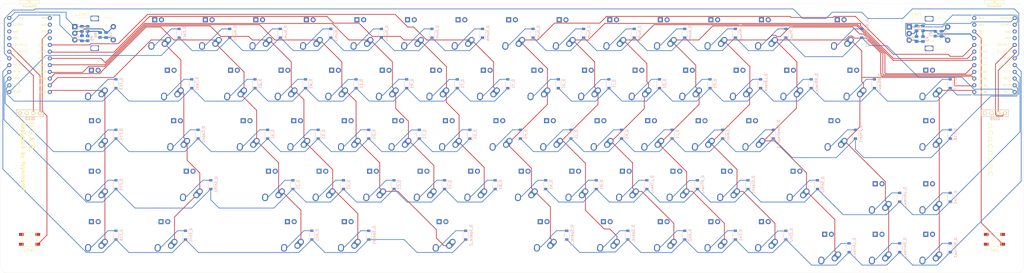
<source format=kicad_pcb>
(kicad_pcb (version 20171130) (host pcbnew "(5.1.9)-1")
  (layers (0 F.Cu signal) (31 B.Cu signal) (34 B.Paste user) (35 F.Paste user) (36 B.SilkS user) (37 F.SilkS user) (38 B.Mask user) (39 F.Mask user) (44 Edge.Cuts user))
  (net 0 "")
  (net 1 ROT_A)
  (net 2 GND)
  (net 3 ROT_B)
  (net 4 K_ENC)
  (net 5 L_ROT_A)
  (net 6 L_ROT_B)
  (net 7 L_K_ENC)
  (net 8 "Net-(D_A1-Pad2)")
  (net 9 L_ROW2)
  (net 10 "Net-(D_Alt1-Pad2)")
  (net 11 L_ROW4)
  (net 12 "Net-(D_Alt2-Pad2)")
  (net 13 ROW4)
  (net 14 "Net-(D_Apostrophe1-Pad2)")
  (net 15 ROW2)
  (net 16 "Net-(D_B1-Pad2)")
  (net 17 L_ROW3)
  (net 18 "Net-(D_Backspace1-Pad2)")
  (net 19 ROW0)
  (net 20 "Net-(D_BSlash1-Pad2)")
  (net 21 ROW1)
  (net 22 "Net-(D_C1-Pad2)")
  (net 23 "Net-(D_Caps1-Pad2)")
  (net 24 "Net-(D_Colon1-Pad2)")
  (net 25 "Net-(D_Ctrl1-Pad2)")
  (net 26 "Net-(D_Ctrl2-Pad2)")
  (net 27 "Net-(D_D1-Pad2)")
  (net 28 "Net-(D_DArrow1-Pad2)")
  (net 29 "Net-(D_E1-Pad2)")
  (net 30 L_ROW1)
  (net 31 "Net-(D_Enter1-Pad2)")
  (net 32 "Net-(D_Esc1-Pad2)")
  (net 33 L_ROW0)
  (net 34 "Net-(D_F1-Pad2)")
  (net 35 "Net-(D_F13-Pad2)")
  (net 36 "Net-(D_F14-Pad2)")
  (net 37 "Net-(D_F15-Pad2)")
  (net 38 "Net-(D_F16-Pad2)")
  (net 39 "Net-(D_F17-Pad2)")
  (net 40 "Net-(D_F18-Pad2)")
  (net 41 "Net-(D_Fn1-Pad2)")
  (net 42 "Net-(D_G1-Pad2)")
  (net 43 "Net-(D_H1-Pad2)")
  (net 44 "Net-(D_I1-Pad2)")
  (net 45 "Net-(D_J1-Pad2)")
  (net 46 "Net-(D_K1-Pad2)")
  (net 47 "Net-(D_L1-Pad2)")
  (net 48 "Net-(D_LArrow1-Pad2)")
  (net 49 "Net-(D_LBrace1-Pad2)")
  (net 50 "Net-(D_LThan1-Pad2)")
  (net 51 ROW3)
  (net 52 "Net-(D_M1-Pad2)")
  (net 53 "Net-(D_Minus1-Pad2)")
  (net 54 "Net-(D_N1-Pad2)")
  (net 55 "Net-(D_Num0-Pad2)")
  (net 56 "Net-(D_Num1-Pad2)")
  (net 57 "Net-(D_Num2-Pad2)")
  (net 58 "Net-(D_Num3-Pad2)")
  (net 59 "Net-(D_Num4-Pad2)")
  (net 60 "Net-(D_Num5-Pad2)")
  (net 61 "Net-(D_Num6-Pad2)")
  (net 62 "Net-(D_Num7-Pad2)")
  (net 63 "Net-(D_Num8-Pad2)")
  (net 64 "Net-(D_Num9-Pad2)")
  (net 65 "Net-(D_O1-Pad2)")
  (net 66 "Net-(D_P1-Pad2)")
  (net 67 "Net-(D_Plus1-Pad2)")
  (net 68 "Net-(D_Q1-Pad2)")
  (net 69 "Net-(D_R1-Pad2)")
  (net 70 "Net-(D_RArrow1-Pad2)")
  (net 71 "Net-(D_RBrace1-Pad2)")
  (net 72 "Net-(D_RThan1-Pad2)")
  (net 73 "Net-(D_S1-Pad2)")
  (net 74 "Net-(D_Shift1-Pad2)")
  (net 75 "Net-(D_Shift2-Pad2)")
  (net 76 "Net-(D_Slash1-Pad2)")
  (net 77 "Net-(D_Space1-Pad2)")
  (net 78 "Net-(D_Space_2-Pad2)")
  (net 79 "Net-(D_Space_3-Pad2)")
  (net 80 "Net-(D_Space_4-Pad2)")
  (net 81 "Net-(D_T1-Pad2)")
  (net 82 "Net-(D_Tab1-Pad2)")
  (net 83 "Net-(D_U1-Pad2)")
  (net 84 "Net-(D_UArrow1-Pad2)")
  (net 85 "Net-(D_V1-Pad2)")
  (net 86 "Net-(D_W1-Pad2)")
  (net 87 "Net-(D_Win1-Pad2)")
  (net 88 "Net-(D_X1-Pad2)")
  (net 89 "Net-(D_Y1-Pad2)")
  (net 90 "Net-(D_Z1-Pad2)")
  (net 91 L_COL2)
  (net 92 COL2)
  (net 93 COL5)
  (net 94 L_COL6)
  (net 95 COL6)
  (net 96 L_COL4)
  (net 97 L_COL1)
  (net 98 COL4)
  (net 99 L_COL5)
  (net 100 L_COL0)
  (net 101 COL7)
  (net 102 COL3)
  (net 103 COL0)
  (net 104 COL1)
  (net 105 L_COL3)
  (net 106 L_COL7)
  (net 107 VCC)
  (net 108 L_SCL)
  (net 109 L_SDA)
  (net 110 L_RESET)
  (net 111 "Net-(L_U1-Pad24)")
  (net 112 SCL)
  (net 113 SDA)
  (net 114 RESET)
  (net 115 "Net-(U1-Pad24)")
  (net 116 DATA)
  (module KeyboardMasterList:MX-2U (layer F.Cu) (at 333.375 36.5125 180)
    (fp_text reference K_Backspace1)
    (fp_text value MX-NoLED)
    (pad "" np_thru_hole circle (at 11.938 8.255 180) (size 3.9878 3.9878) (drill 3.9878) (layers *.Cu *.Mask))
    (pad "" np_thru_hole circle (at -11.938 8.255 180) (size 3.9878 3.9878) (drill 3.9878) (layers *.Cu *.Mask))
    (pad "" np_thru_hole circle (at 11.938 -6.985 180) (size 3.048 3.048) (drill 3.048) (layers *.Cu *.Mask))
    (pad "" np_thru_hole circle (at -11.938 -6.985 180) (size 3.048 3.048) (drill 3.048) (layers *.Cu *.Mask))
    (pad "" np_thru_hole circle (at 5.08 0 228.0996) (size 1.75 1.75) (drill 1.75) (layers *.Cu *.Mask))
    (pad "" np_thru_hole circle (at -5.08 0 228.0996) (size 1.75 1.75) (drill 1.75) (layers *.Cu *.Mask))
    (pad 4 thru_hole rect (at 1.27 5.08 180) (size 1.905 1.905) (drill 1.04) (layers *.Cu B.Mask))
    (pad 3 thru_hole circle (at -1.27 5.08 180) (size 1.905 1.905) (drill 1.04) (layers *.Cu B.Mask))
    (pad 1 thru_hole circle (at -2.5 -4 180) (size 2.25 2.25) (drill 1.47) (layers *.Cu B.Mask) (net 95 COL6))
    (pad "" np_thru_hole circle (at 0 0 180) (size 3.9878 3.9878) (drill 3.9878) (layers *.Cu *.Mask))
    (pad 1 thru_hole oval (at -3.81 -2.54 228.0996) (size 4.211556 2.25) (drill 1.47 (offset 0.980778 0)) (layers *.Cu B.Mask) (net 95 COL6))
    (pad 2 thru_hole circle (at 2.54 -5.08 180) (size 2.25 2.25) (drill 1.47) (layers *.Cu B.Mask) (net 18 "Net-(D_Backspace1-Pad2)"))
    (pad 2 thru_hole oval (at 2.5 -4.5 266.0548) (size 2.831378 2.25) (drill 1.47 (offset 0.290689 0)) (layers *.Cu B.Mask) (net 18 "Net-(D_Backspace1-Pad2)"))
  )
  (module "Keyboard Master List:MX-2.75U" (layer F.Cu) (at 183.35625 112.7125 180)
    (fp_text reference K_Space_2)
    (fp_text value MX-NoLED)
    (pad "" np_thru_hole circle (at 11.938 8.255 180) (size 3.9878 3.9878) (drill 3.9878) (layers *.Cu *.Mask))
    (pad "" np_thru_hole circle (at -11.938 8.255 180) (size 3.9878 3.9878) (drill 3.9878) (layers *.Cu *.Mask))
    (pad "" np_thru_hole circle (at 11.938 -6.985 180) (size 3.048 3.048) (drill 3.048) (layers *.Cu *.Mask))
    (pad "" np_thru_hole circle (at -11.938 -6.985 180) (size 3.048 3.048) (drill 3.048) (layers *.Cu *.Mask))
    (pad "" np_thru_hole circle (at 5.08 0 228.0996) (size 1.75 1.75) (drill 1.75) (layers *.Cu *.Mask))
    (pad "" np_thru_hole circle (at -5.08 0 228.0996) (size 1.75 1.75) (drill 1.75) (layers *.Cu *.Mask))
    (pad 4 thru_hole rect (at 1.27 5.08 180) (size 1.905 1.905) (drill 1.04) (layers *.Cu B.Mask))
    (pad 3 thru_hole circle (at -1.27 5.08 180) (size 1.905 1.905) (drill 1.04) (layers *.Cu B.Mask))
    (pad 1 thru_hole circle (at -2.5 -4 180) (size 2.25 2.25) (drill 1.47) (layers *.Cu B.Mask) (net 96 L_COL4))
    (pad "" np_thru_hole circle (at 0 0 180) (size 3.9878 3.9878) (drill 3.9878) (layers *.Cu *.Mask))
    (pad 1 thru_hole oval (at -3.81 -2.54 228.0996) (size 4.211556 2.25) (drill 1.47 (offset 0.980778 0)) (layers *.Cu B.Mask) (net 96 L_COL4))
    (pad 2 thru_hole circle (at 2.54 -5.08 180) (size 2.25 2.25) (drill 1.47) (layers *.Cu B.Mask) (net 78 "Net-(D_Space_2-Pad2)"))
    (pad 2 thru_hole oval (at 2.5 -4.5 266.0548) (size 2.831378 2.25) (drill 1.47 (offset 0.290689 0)) (layers *.Cu B.Mask) (net 78 "Net-(D_Space_2-Pad2)"))
  )
  (module "Keyboard Master List:MX-1.25U" (layer F.Cu) (at 221.45625 112.7125 180)
    (fp_text reference K_Space_3)
    (fp_text value MX-NoLED)
    (pad "" np_thru_hole circle (at 5.08 0 228.0996) (size 1.75 1.75) (drill 1.75) (layers *.Cu *.Mask))
    (pad "" np_thru_hole circle (at -5.08 0 228.0996) (size 1.75 1.75) (drill 1.75) (layers *.Cu *.Mask))
    (pad 4 thru_hole rect (at 1.27 5.08 180) (size 1.905 1.905) (drill 1.04) (layers *.Cu B.Mask))
    (pad 3 thru_hole circle (at -1.27 5.08 180) (size 1.905 1.905) (drill 1.04) (layers *.Cu B.Mask))
    (pad 1 thru_hole circle (at -2.5 -4 180) (size 2.25 2.25) (drill 1.47) (layers *.Cu B.Mask) (net 103 COL0))
    (pad "" np_thru_hole circle (at 0 0 180) (size 3.9878 3.9878) (drill 3.9878) (layers *.Cu *.Mask))
    (pad 1 thru_hole oval (at -3.81 -2.54 228.0996) (size 4.211556 2.25) (drill 1.47 (offset 0.980778 0)) (layers *.Cu B.Mask) (net 103 COL0))
    (pad 2 thru_hole circle (at 2.54 -5.08 180) (size 2.25 2.25) (drill 1.47) (layers *.Cu B.Mask) (net 79 "Net-(D_Space_3-Pad2)"))
    (pad 2 thru_hole oval (at 2.5 -4.5 266.0548) (size 2.831378 2.25) (drill 1.47 (offset 0.290689 0)) (layers *.Cu B.Mask) (net 79 "Net-(D_Space_3-Pad2)"))
  )
  (module Resistor_SMD:R_0805_2012Metric (layer B.Cu) (at 364.363 34.63925 270)
    (fp_text reference R1 (at 0 1.65 90) (layer B.SilkS) (effects (justify mirror)))
    (fp_text value 10k)
    (pad 2 smd roundrect (at 0.9125 0 270) (size 1.025 1.4) (layers B.Cu B.Paste B.Mask) (roundrect_rratio 0.2439004878048781) (net 107 VCC))
    (pad 1 smd roundrect (at -0.9125 0 270) (size 1.025 1.4) (layers B.Cu B.Paste B.Mask) (roundrect_rratio 0.2439004878048781) (net 1 ROT_A))
  )
  (module Resistor_SMD:R_0805_2012Metric (layer B.Cu) (at 364.363 38.70325 90)
    (fp_text reference R2 (at 0 1.65 90) (layer B.SilkS) (effects (justify mirror)))
    (fp_text value 10k)
    (pad 2 smd roundrect (at 0.9125 0 90) (size 1.025 1.4) (layers B.Cu B.Paste B.Mask) (roundrect_rratio 0.2439004878048781) (net 107 VCC))
    (pad 1 smd roundrect (at -0.9125 0 90) (size 1.025 1.4) (layers B.Cu B.Paste B.Mask) (roundrect_rratio 0.2439004878048781) (net 3 ROT_B))
  )
  (module Resistor_SMD:R_0805_2012Metric (layer B.Cu) (at 369.062 36.69475 270)
    (fp_text reference R3 (at 0 1.65 90) (layer B.SilkS) (effects (justify mirror)))
    (fp_text value 10k)
    (pad 2 smd roundrect (at 0.9125 0 270) (size 1.025 1.4) (layers B.Cu B.Paste B.Mask) (roundrect_rratio 0.2439004878048781) (net 4 K_ENC))
    (pad 1 smd roundrect (at -0.9125 0 270) (size 1.025 1.4) (layers B.Cu B.Paste B.Mask) (roundrect_rratio 0.2439004878048781) (net 107 VCC))
  )
  (module Capacitor_SMD:C_0805_2012Metric (layer B.Cu) (at 371.348 36.73725 90)
    (fp_text reference C3 (at 0 1.68 90) (layer B.SilkS) (effects (justify mirror)))
    (fp_text value 0.1u)
    (pad 2 smd roundrect (at 0.95 0 90) (size 1 1.45) (layers B.Cu B.Paste B.Mask) (net 2 GND))
    (pad 1 smd roundrect (at -0.95 0 90) (size 1 1.45) (layers B.Cu B.Paste B.Mask) (net 4 K_ENC))
  )
  (module Capacitor_SMD:C_0805_2012Metric (layer B.Cu) (at 361.95 38.70325 270)
    (fp_text reference C2 (at 0 1.68 90) (layer B.SilkS) (effects (justify mirror)))
    (fp_text value 0.1u)
    (pad 2 smd roundrect (at 0.95 0 270) (size 1 1.45) (layers B.Cu B.Paste B.Mask) (net 3 ROT_B))
    (pad 1 smd roundrect (at -0.95 0 270) (size 1 1.45) (layers B.Cu B.Paste B.Mask) (net 2 GND))
  )
  (module Capacitor_SMD:C_0805_2012Metric (layer B.Cu) (at 361.95 34.63925 90)
    (fp_text reference C1 (at 0 1.68 90) (layer B.SilkS) (effects (justify mirror)))
    (fp_text value 0.1u)
    (pad 2 smd roundrect (at 0.95 0 90) (size 1 1.45) (layers B.Cu B.Paste B.Mask) (net 1 ROT_A))
    (pad 1 smd roundrect (at -0.95 0 90) (size 1 1.45) (layers B.Cu B.Paste B.Mask) (net 2 GND))
  )
  (module Rotary_Encoder:RotaryEncoder_Alps_EC11E-Switch_Vertical_H20mm (layer F.Cu) (at 359.18775 34.13125)
    (fp_text reference ENC1 (at 2.8 -4.7) (layer F.SilkS))
    (fp_text value Rotary_Encoder_Switch)
    (pad A thru_hole rect (at 0 0) (size 2 2) (drill 1) (layers *.Cu *.Mask) (net 1 ROT_A))
    (pad C thru_hole circle (at 0 2.5) (size 2 2) (drill 1) (layers *.Cu *.Mask) (net 2 GND))
    (pad B thru_hole circle (at 0 5) (size 2 2) (drill 1) (layers *.Cu *.Mask) (net 3 ROT_B))
    (pad MP thru_hole rect (at 7.5 -3.1) (size 3.2 2) (drill oval 2.8 1.5) (layers *.Cu *.Mask))
    (pad MP thru_hole rect (at 7.5 8.1) (size 3.2 2) (drill oval 2.8 1.5) (layers *.Cu *.Mask))
    (pad S2 thru_hole circle (at 14.5 0) (size 2 2) (drill 1) (layers *.Cu *.Mask) (net 2 GND))
    (pad S1 thru_hole circle (at 14.5 5) (size 2 2) (drill 1) (layers *.Cu *.Mask) (net 4 K_ENC))
  )
  (module "Keyboard Master List:MX-1.25U" (layer F.Cu) (at 245.26875 112.7125 180)
    (fp_text reference K_Space_4)
    (fp_text value MX-NoLED)
    (pad "" np_thru_hole circle (at 5.08 0 228.0996) (size 1.75 1.75) (drill 1.75) (layers *.Cu *.Mask))
    (pad "" np_thru_hole circle (at -5.08 0 228.0996) (size 1.75 1.75) (drill 1.75) (layers *.Cu *.Mask))
    (pad 4 thru_hole rect (at 1.27 5.08 180) (size 1.905 1.905) (drill 1.04) (layers *.Cu B.Mask))
    (pad 3 thru_hole circle (at -1.27 5.08 180) (size 1.905 1.905) (drill 1.04) (layers *.Cu B.Mask))
    (pad 1 thru_hole circle (at -2.5 -4 180) (size 2.25 2.25) (drill 1.47) (layers *.Cu B.Mask) (net 104 COL1))
    (pad "" np_thru_hole circle (at 0 0 180) (size 3.9878 3.9878) (drill 3.9878) (layers *.Cu *.Mask))
    (pad 1 thru_hole oval (at -3.81 -2.54 228.0996) (size 4.211556 2.25) (drill 1.47 (offset 0.980778 0)) (layers *.Cu B.Mask) (net 104 COL1))
    (pad 2 thru_hole circle (at 2.54 -5.08 180) (size 2.25 2.25) (drill 1.47) (layers *.Cu B.Mask) (net 80 "Net-(D_Space_4-Pad2)"))
    (pad 2 thru_hole oval (at 2.5 -4.5 266.0548) (size 2.831378 2.25) (drill 1.47 (offset 0.290689 0)) (layers *.Cu B.Mask) (net 80 "Net-(D_Space_4-Pad2)"))
  )
  (module "Keyboard Master List:MX-1U" (layer F.Cu) (at 147.6375 112.7125 180)
    (fp_text reference K_Space1)
    (fp_text value MX-NoLED)
    (pad "" np_thru_hole circle (at 5.08 0 228.0996) (size 1.75 1.75) (drill 1.75) (layers *.Cu *.Mask))
    (pad "" np_thru_hole circle (at -5.08 0 228.0996) (size 1.75 1.75) (drill 1.75) (layers *.Cu *.Mask))
    (pad 4 thru_hole rect (at 1.27 5.08 180) (size 1.905 1.905) (drill 1.04) (layers *.Cu B.Mask))
    (pad 3 thru_hole circle (at -1.27 5.08 180) (size 1.905 1.905) (drill 1.04) (layers *.Cu B.Mask))
    (pad 1 thru_hole circle (at -2.5 -4 180) (size 2.25 2.25) (drill 1.47) (layers *.Cu B.Mask) (net 105 L_COL3))
    (pad "" np_thru_hole circle (at 0 0 180) (size 3.9878 3.9878) (drill 3.9878) (layers *.Cu *.Mask))
    (pad 1 thru_hole oval (at -3.81 -2.54 228.0996) (size 4.211556 2.25) (drill 1.47 (offset 0.980778 0)) (layers *.Cu B.Mask) (net 105 L_COL3))
    (pad 2 thru_hole circle (at 2.54 -5.08 180) (size 2.25 2.25) (drill 1.47) (layers *.Cu B.Mask) (net 77 "Net-(D_Space1-Pad2)"))
    (pad 2 thru_hole oval (at 2.5 -4.5 266.0548) (size 2.831378 2.25) (drill 1.47 (offset 0.290689 0)) (layers *.Cu B.Mask) (net 77 "Net-(D_Space1-Pad2)"))
  )
  (module KeyboardMasterList:ProMicro_v3 (layer F.Cu) (at 391.31875 45.24375)
    (fp_text reference U1 hide)
    (fp_text value ProMicro hide)
    (fp_text user RAW (at -4.995 -14.5 unlocked) (layer F.SilkS) (effects (font (size 0.75 0.67) (thickness 0.125))))
    (fp_text user GND (at -4.995 -11.95 unlocked) (layer F.SilkS) (effects (font (size 0.75 0.67) (thickness 0.125))))
    (fp_text user RST (at -4.995 -9.4 unlocked) (layer F.SilkS) (effects (font (size 0.75 0.67) (thickness 0.125))))
    (fp_text user VCC (at -4.995 -6.95 unlocked) (layer F.SilkS) (effects (font (size 0.75 0.67) (thickness 0.125))))
    (fp_text user A3/F4 (at -4.395 -4.25 unlocked) (layer F.SilkS) (effects (font (size 0.75 0.67) (thickness 0.125))))
    (fp_text user A2/F5 (at -4.395 -1.75 unlocked) (layer F.SilkS) (effects (font (size 0.75 0.67) (thickness 0.125))))
    (fp_text user A1/F6 (at -4.395 0.75 unlocked) (layer F.SilkS) (effects (font (size 0.75 0.67) (thickness 0.125))))
    (fp_text user A0/F7 (at -4.395 3.3 unlocked) (layer F.SilkS) (effects (font (size 0.75 0.67) (thickness 0.125))))
    (fp_text user 15/B1 (at -4.395 5.85 unlocked) (layer F.SilkS) (effects (font (size 0.75 0.67) (thickness 0.125))))
    (fp_text user 14/B3 (at -4.395 8.4 unlocked) (layer F.SilkS) (effects (font (size 0.75 0.67) (thickness 0.125))))
    (fp_text user 10/B6 (at -4.395 13.45 unlocked) (layer F.SilkS) (effects (font (size 0.75 0.67) (thickness 0.125))))
    (fp_text user 16/B2 (at -4.395 10.95 unlocked) (layer F.SilkS) (effects (font (size 0.75 0.67) (thickness 0.125))))
    (fp_text user E6/7 (at 4.705 8.25 unlocked) (layer F.SilkS) (effects (font (size 0.75 0.67) (thickness 0.125))))
    (fp_text user D7/6 (at 4.705 5.7 unlocked) (layer F.SilkS) (effects (font (size 0.75 0.67) (thickness 0.125))))
    (fp_text user GND (at 4.955 -9.35 unlocked) (layer F.SilkS) (effects (font (size 0.75 0.67) (thickness 0.125))))
    (fp_text user GND (at 4.955 -6.9 unlocked) (layer F.SilkS) (effects (font (size 0.75 0.67) (thickness 0.125))))
    (fp_text user D3/TX0 (at 4.155 -14.45 unlocked) (layer F.SilkS) (effects (font (size 0.75 0.67) (thickness 0.125))))
    (fp_text user D4/4 (at 4.705 0.6 unlocked) (layer F.SilkS) (effects (font (size 0.75 0.67) (thickness 0.125))))
    (fp_text user SDA/D1/2 (at 3.455 -4.4 unlocked) (layer F.SilkS) (effects (font (size 0.75 0.67) (thickness 0.125))))
    (fp_text user SCL/D0/3 (at 3.455 -1.9 unlocked) (layer F.SilkS) (effects (font (size 0.75 0.67) (thickness 0.125))))
    (fp_text user C6/5 (at 4.705 3.15 unlocked) (layer F.SilkS) (effects (font (size 0.75 0.67) (thickness 0.125))))
    (fp_text user B5/9 (at 4.705 13.3 unlocked) (layer F.SilkS) (effects (font (size 0.75 0.67) (thickness 0.125))))
    (fp_text user D2/RX1 (at 4.155 -11.9 unlocked) (layer F.SilkS) (effects (font (size 0.75 0.67) (thickness 0.125))))
    (fp_text user B4/8 (at 4.705 10.8 unlocked) (layer F.SilkS) (effects (font (size 0.75 0.67) (thickness 0.125))))
    (fp_text user MicroUSB (at -0.05 -18.95) (layer F.SilkS) (effects (font (size 0.75 0.75) (thickness 0.12))))
    (fp_text user MicroUSB (at -0.05 -18.95) (layer F.SilkS) (effects (font (size 0.75 0.75) (thickness 0.12))))
    (pad 24 thru_hole circle (at -7.6086 -14.478) (size 1.524 1.524) (drill 0.8128) (layers *.Cu B.Mask) (net 115 "Net-(U1-Pad24)"))
    (pad 23 thru_hole circle (at -7.6086 -11.938) (size 1.524 1.524) (drill 0.8128) (layers *.Cu B.Mask) (net 2 GND))
    (pad 22 thru_hole circle (at -7.6086 -9.398) (size 1.524 1.524) (drill 0.8128) (layers *.Cu B.Mask) (net 114 RESET))
    (pad 21 thru_hole circle (at -7.6086 -6.858) (size 1.524 1.524) (drill 0.8128) (layers *.Cu B.Mask) (net 107 VCC))
    (pad 20 thru_hole circle (at -7.6086 -4.318) (size 1.524 1.524) (drill 0.8128) (layers *.Cu B.Mask) (net 103 COL0))
    (pad 19 thru_hole circle (at -7.6086 -1.778) (size 1.524 1.524) (drill 0.8128) (layers *.Cu B.Mask) (net 104 COL1))
    (pad 18 thru_hole circle (at -7.6086 0.762) (size 1.524 1.524) (drill 0.8128) (layers *.Cu B.Mask) (net 92 COL2))
    (pad 17 thru_hole circle (at -7.6086 3.302) (size 1.524 1.524) (drill 0.8128) (layers *.Cu B.Mask) (net 102 COL3))
    (pad 16 thru_hole circle (at -7.6086 5.842) (size 1.524 1.524) (drill 0.8128) (layers *.Cu B.Mask) (net 98 COL4))
    (pad 15 thru_hole circle (at -7.6086 8.382) (size 1.524 1.524) (drill 0.8128) (layers *.Cu B.Mask) (net 93 COL5))
    (pad 14 thru_hole circle (at -7.6086 10.922) (size 1.524 1.524) (drill 0.8128) (layers *.Cu B.Mask) (net 95 COL6))
    (pad 13 thru_hole circle (at -7.6086 13.462) (size 1.524 1.524) (drill 0.8128) (layers *.Cu B.Mask) (net 101 COL7))
    (pad 12 thru_hole circle (at 7.6114 13.462) (size 1.524 1.524) (drill 0.8128) (layers *.Cu B.Mask) (net 19 ROW0))
    (pad 11 thru_hole circle (at 7.6114 10.922) (size 1.524 1.524) (drill 0.8128) (layers *.Cu B.Mask) (net 21 ROW1))
    (pad 10 thru_hole circle (at 7.6114 8.382) (size 1.524 1.524) (drill 0.8128) (layers *.Cu B.Mask) (net 15 ROW2))
    (pad 9 thru_hole circle (at 7.6114 5.842) (size 1.524 1.524) (drill 0.8128) (layers *.Cu B.Mask) (net 51 ROW3))
    (pad 8 thru_hole circle (at 7.6114 3.302) (size 1.524 1.524) (drill 0.8128) (layers *.Cu B.Mask) (net 13 ROW4))
    (pad 7 thru_hole circle (at 7.6114 0.762) (size 1.524 1.524) (drill 0.8128) (layers *.Cu B.Mask) (net 116 DATA))
    (pad 6 thru_hole circle (at 7.6114 -1.778) (size 1.524 1.524) (drill 0.8128) (layers *.Cu B.Mask) (net 112 SCL))
    (pad 5 thru_hole circle (at 7.6114 -4.318) (size 1.524 1.524) (drill 0.8128) (layers *.Cu B.Mask) (net 113 SDA))
    (pad 4 thru_hole circle (at 7.6114 -6.858) (size 1.524 1.524) (drill 0.8128) (layers *.Cu B.Mask) (net 2 GND))
    (pad 3 thru_hole circle (at 7.6114 -9.398) (size 1.524 1.524) (drill 0.8128) (layers *.Cu B.Mask) (net 2 GND))
    (pad 2 thru_hole circle (at 7.6114 -11.938) (size 1.524 1.524) (drill 0.8128) (layers *.Cu B.Mask) (net 3 ROT_B))
    (pad 1 thru_hole circle (at 7.6114 -14.478) (size 1.524 1.524) (drill 0.8128) (layers *.Cu B.Mask) (net 1 ROT_A))
  )
  (module KeyboardMasterList:ProMicro_v3 (layer F.Cu) (at 27.78125 45.24375)
    (fp_text reference L_U1 hide)
    (fp_text value ProMicro hide)
    (fp_text user RAW (at 5.419 -14.5 unlocked) (layer F.SilkS) (effects (font (size 0.75 0.67) (thickness 0.125))))
    (fp_text user GND (at 5.419 -11.95 unlocked) (layer F.SilkS) (effects (font (size 0.75 0.67) (thickness 0.125))))
    (fp_text user RST (at 5.419 -9.4 unlocked) (layer F.SilkS) (effects (font (size 0.75 0.67) (thickness 0.125))))
    (fp_text user VCC (at 5.419 -6.95 unlocked) (layer F.SilkS) (effects (font (size 0.75 0.67) (thickness 0.125))))
    (fp_text user A3/F4 (at 4.749 -4.25 unlocked) (layer F.SilkS) (effects (font (size 0.75 0.67) (thickness 0.125))))
    (fp_text user A2/F5 (at 4.749 -1.75 unlocked) (layer F.SilkS) (effects (font (size 0.75 0.67) (thickness 0.125))))
    (fp_text user A1/F6 (at 4.749 0.75 unlocked) (layer F.SilkS) (effects (font (size 0.75 0.67) (thickness 0.125))))
    (fp_text user A0/F7 (at 4.749 3.3 unlocked) (layer F.SilkS) (effects (font (size 0.75 0.67) (thickness 0.125))))
    (fp_text user 15/B1 (at 4.749 5.85 unlocked) (layer F.SilkS) (effects (font (size 0.75 0.67) (thickness 0.125))))
    (fp_text user 14/B3 (at 4.749 8.4 unlocked) (layer F.SilkS) (effects (font (size 0.75 0.67) (thickness 0.125))))
    (fp_text user 10/B6 (at 4.749 13.45 unlocked) (layer F.SilkS) (effects (font (size 0.75 0.67) (thickness 0.125))))
    (fp_text user 16/B2 (at 4.749 10.95 unlocked) (layer F.SilkS) (effects (font (size 0.75 0.67) (thickness 0.125))))
    (fp_text user E6/7 (at -4.82 8.25 unlocked) (layer F.SilkS) (effects (font (size 0.75 0.67) (thickness 0.125))))
    (fp_text user D7/6 (at -4.82 5.7 unlocked) (layer F.SilkS) (effects (font (size 0.75 0.67) (thickness 0.125))))
    (fp_text user GND (at -5.205 -9.35 unlocked) (layer F.SilkS) (effects (font (size 0.75 0.67) (thickness 0.125))))
    (fp_text user GND (at -5.205 -6.9 unlocked) (layer F.SilkS) (effects (font (size 0.75 0.67) (thickness 0.125))))
    (fp_text user D3/TX0 (at -4.227 -14.45 unlocked) (layer F.SilkS) (effects (font (size 0.75 0.67) (thickness 0.125))))
    (fp_text user D4/4 (at -4.82 0.6 unlocked) (layer F.SilkS) (effects (font (size 0.75 0.67) (thickness 0.125))))
    (fp_text user SDA/D1/2 (at -3.657 -4.4 unlocked) (layer F.SilkS) (effects (font (size 0.75 0.67) (thickness 0.125))))
    (fp_text user SCL/D0/3 (at -3.657 -1.9 unlocked) (layer F.SilkS) (effects (font (size 0.75 0.67) (thickness 0.125))))
    (fp_text user C6/5 (at -4.82 3.15 unlocked) (layer F.SilkS) (effects (font (size 0.75 0.67) (thickness 0.125))))
    (fp_text user B5/9 (at -4.82 13.3 unlocked) (layer F.SilkS) (effects (font (size 0.75 0.67) (thickness 0.125))))
    (fp_text user D2/RX1 (at -4.227 -11.9 unlocked) (layer F.SilkS) (effects (font (size 0.75 0.67) (thickness 0.125))))
    (fp_text user B4/8 (at -4.82 10.8 unlocked) (layer F.SilkS) (effects (font (size 0.75 0.67) (thickness 0.125))))
    (fp_text user MicroUSB (at -0.05 -18.95) (layer F.SilkS) (effects (font (size 0.75 0.75) (thickness 0.12))))
    (fp_text user MicroUSB (at -0.05 -18.95) (layer F.SilkS) (effects (font (size 0.75 0.75) (thickness 0.12))))
    (pad 24 thru_hole circle (at 7.6314 -14.478) (size 1.524 1.524) (drill 0.8128) (layers *.Cu B.Mask) (net 111 "Net-(L_U1-Pad24)"))
    (pad 23 thru_hole circle (at 7.6314 -11.938) (size 1.524 1.524) (drill 0.8128) (layers *.Cu B.Mask) (net 2 GND))
    (pad 22 thru_hole circle (at 7.6314 -9.398) (size 1.524 1.524) (drill 0.8128) (layers *.Cu B.Mask) (net 110 L_RESET))
    (pad 21 thru_hole circle (at 7.6314 -6.858) (size 1.524 1.524) (drill 0.8128) (layers *.Cu B.Mask) (net 107 VCC))
    (pad 20 thru_hole circle (at 7.6314 -4.318) (size 1.524 1.524) (drill 0.8128) (layers *.Cu B.Mask) (net 106 L_COL7))
    (pad 19 thru_hole circle (at 7.6314 -1.778) (size 1.524 1.524) (drill 0.8128) (layers *.Cu B.Mask) (net 94 L_COL6))
    (pad 18 thru_hole circle (at 7.6314 0.762) (size 1.524 1.524) (drill 0.8128) (layers *.Cu B.Mask) (net 99 L_COL5))
    (pad 17 thru_hole circle (at 7.6314 3.302) (size 1.524 1.524) (drill 0.8128) (layers *.Cu B.Mask) (net 96 L_COL4))
    (pad 16 thru_hole circle (at 7.6314 5.842) (size 1.524 1.524) (drill 0.8128) (layers *.Cu B.Mask) (net 105 L_COL3))
    (pad 15 thru_hole circle (at 7.6314 8.382) (size 1.524 1.524) (drill 0.8128) (layers *.Cu B.Mask) (net 91 L_COL2))
    (pad 14 thru_hole circle (at 7.6314 10.922) (size 1.524 1.524) (drill 0.8128) (layers *.Cu B.Mask) (net 97 L_COL1))
    (pad 13 thru_hole circle (at 7.6314 13.462) (size 1.524 1.524) (drill 0.8128) (layers *.Cu B.Mask) (net 100 L_COL0))
    (pad 12 thru_hole circle (at -7.6286 13.462) (size 1.524 1.524) (drill 0.8128) (layers *.Cu B.Mask) (net 33 L_ROW0))
    (pad 11 thru_hole circle (at -7.6286 10.922) (size 1.524 1.524) (drill 0.8128) (layers *.Cu B.Mask) (net 30 L_ROW1))
    (pad 10 thru_hole circle (at -7.6286 8.382) (size 1.524 1.524) (drill 0.8128) (layers *.Cu B.Mask) (net 9 L_ROW2))
    (pad 9 thru_hole circle (at -7.6286 5.842) (size 1.524 1.524) (drill 0.8128) (layers *.Cu B.Mask) (net 17 L_ROW3))
    (pad 8 thru_hole circle (at -7.6286 3.302) (size 1.524 1.524) (drill 0.8128) (layers *.Cu B.Mask) (net 11 L_ROW4))
    (pad 7 thru_hole circle (at -7.6286 0.762) (size 1.524 1.524) (drill 0.8128) (layers *.Cu B.Mask) (net 116 DATA))
    (pad 6 thru_hole circle (at -7.6286 -1.778) (size 1.524 1.524) (drill 0.8128) (layers *.Cu B.Mask) (net 108 L_SCL))
    (pad 5 thru_hole circle (at -7.6286 -4.318) (size 1.524 1.524) (drill 0.8128) (layers *.Cu B.Mask) (net 109 L_SDA))
    (pad 4 thru_hole circle (at -7.6286 -6.858) (size 1.524 1.524) (drill 0.8128) (layers *.Cu B.Mask) (net 2 GND))
    (pad 3 thru_hole circle (at -7.6286 -9.398) (size 1.524 1.524) (drill 0.8128) (layers *.Cu B.Mask) (net 2 GND))
    (pad 2 thru_hole circle (at -7.6286 -11.938) (size 1.524 1.524) (drill 0.8128) (layers *.Cu B.Mask) (net 6 L_ROT_B))
    (pad 1 thru_hole circle (at -7.6286 -14.478) (size 1.524 1.524) (drill 0.8128) (layers *.Cu B.Mask) (net 5 L_ROT_A))
  )
  (module KeyboardMasterList:MX-1.75U (layer F.Cu) (at 83.34375 74.6125 180)
    (fp_text reference K_Caps1)
    (fp_text value MX-NoLED)
    (pad "" np_thru_hole circle (at 5.08 0 228.0996) (size 1.75 1.75) (drill 1.75) (layers *.Cu *.Mask))
    (pad "" np_thru_hole circle (at -5.08 0 228.0996) (size 1.75 1.75) (drill 1.75) (layers *.Cu *.Mask))
    (pad 4 thru_hole rect (at 1.27 5.08 180) (size 1.905 1.905) (drill 1.04) (layers *.Cu B.Mask))
    (pad 3 thru_hole circle (at -1.27 5.08 180) (size 1.905 1.905) (drill 1.04) (layers *.Cu B.Mask))
    (pad 1 thru_hole circle (at -2.5 -4 180) (size 2.25 2.25) (drill 1.47) (layers *.Cu B.Mask) (net 97 L_COL1))
    (pad "" np_thru_hole circle (at 0 0 180) (size 3.9878 3.9878) (drill 3.9878) (layers *.Cu *.Mask))
    (pad 1 thru_hole oval (at -3.81 -2.54 228.0996) (size 4.211556 2.25) (drill 1.47 (offset 0.980778 0)) (layers *.Cu B.Mask) (net 97 L_COL1))
    (pad 2 thru_hole circle (at 2.54 -5.08 180) (size 2.25 2.25) (drill 1.47) (layers *.Cu B.Mask) (net 23 "Net-(D_Caps1-Pad2)"))
    (pad 2 thru_hole oval (at 2.5 -4.5 266.0548) (size 2.831378 2.25) (drill 1.47 (offset 0.290689 0)) (layers *.Cu B.Mask) (net 23 "Net-(D_Caps1-Pad2)"))
  )
  (module KeyboardMasterList:MX-1.75U (layer F.Cu) (at 316.70625 93.6625 180)
    (fp_text reference K_Shift2)
    (fp_text value MX-NoLED)
    (pad "" np_thru_hole circle (at 5.08 0 228.0996) (size 1.75 1.75) (drill 1.75) (layers *.Cu *.Mask))
    (pad "" np_thru_hole circle (at -5.08 0 228.0996) (size 1.75 1.75) (drill 1.75) (layers *.Cu *.Mask))
    (pad 4 thru_hole rect (at 1.27 5.08 180) (size 1.905 1.905) (drill 1.04) (layers *.Cu B.Mask))
    (pad 3 thru_hole circle (at -1.27 5.08 180) (size 1.905 1.905) (drill 1.04) (layers *.Cu B.Mask))
    (pad 1 thru_hole circle (at -2.5 -4 180) (size 2.25 2.25) (drill 1.47) (layers *.Cu B.Mask) (net 93 COL5))
    (pad "" np_thru_hole circle (at 0 0 180) (size 3.9878 3.9878) (drill 3.9878) (layers *.Cu *.Mask))
    (pad 1 thru_hole oval (at -3.81 -2.54 228.0996) (size 4.211556 2.25) (drill 1.47 (offset 0.980778 0)) (layers *.Cu B.Mask) (net 93 COL5))
    (pad 2 thru_hole circle (at 2.54 -5.08 180) (size 2.25 2.25) (drill 1.47) (layers *.Cu B.Mask) (net 75 "Net-(D_Shift2-Pad2)"))
    (pad 2 thru_hole oval (at 2.5 -4.5 266.0548) (size 2.831378 2.25) (drill 1.47 (offset 0.290689 0)) (layers *.Cu B.Mask) (net 75 "Net-(D_Shift2-Pad2)"))
  )
  (module KeyboardMasterList:SKQG-1155865 (layer F.Cu) (at 27.78125 114.3)
    (fp_text reference L_SW1 (at 0 4.064) (layer F.SilkS))
    (fp_text value SW_PUSH)
    (pad 1 smd rect (at 3.1 1.85) (size 1.8 1.1) (layers F.Cu F.Paste F.Mask) (net 110 L_RESET))
    (pad 2 smd rect (at -3.1 -1.85) (size 1.8 1.1) (layers F.Cu F.Paste F.Mask) (net 2 GND))
    (pad 3 smd rect (at 3.1 -1.85) (size 1.8 1.1) (layers F.Cu F.Paste F.Mask))
    (pad 4 smd rect (at -3.1 1.85) (size 1.8 1.1) (layers F.Cu F.Paste F.Mask))
  )
  (module KeyboardMasterList:SKQG-1155865 (layer F.Cu) (at 391.31875 114.3)
    (fp_text reference SW1 (at 0 4.064) (layer F.SilkS))
    (fp_text value SW_PUSH)
    (pad 1 smd rect (at 3.1 1.85) (size 1.8 1.1) (layers F.Cu F.Paste F.Mask) (net 114 RESET))
    (pad 2 smd rect (at -3.1 -1.85) (size 1.8 1.1) (layers F.Cu F.Paste F.Mask) (net 2 GND))
    (pad 3 smd rect (at 3.1 -1.85) (size 1.8 1.1) (layers F.Cu F.Paste F.Mask))
    (pad 4 smd rect (at -3.1 1.85) (size 1.8 1.1) (layers F.Cu F.Paste F.Mask))
  )
  (module Resistor_SMD:R_0805_2012Metric (layer B.Cu) (at 54.356 37.17925 270)
    (fp_text reference R6 (at 0 1.65 90) (layer B.SilkS) (effects (justify mirror)))
    (fp_text value 10k)
    (pad 2 smd roundrect (at 0.9125 0 270) (size 1.025 1.4) (layers B.Cu B.Paste B.Mask) (roundrect_rratio 0.2439004878048781) (net 7 L_K_ENC))
    (pad 1 smd roundrect (at -0.9125 0 270) (size 1.025 1.4) (layers B.Cu B.Paste B.Mask) (roundrect_rratio 0.2439004878048781) (net 107 VCC))
  )
  (module Resistor_SMD:R_0805_2012Metric (layer B.Cu) (at 49.65192 38.44417 90)
    (fp_text reference R5 (at 0 1.65 90) (layer B.SilkS) (effects (justify mirror)))
    (fp_text value 10k)
    (pad 2 smd roundrect (at 0.9125 0 90) (size 1.025 1.4) (layers B.Cu B.Paste B.Mask) (roundrect_rratio 0.2439004878048781) (net 107 VCC))
    (pad 1 smd roundrect (at -0.9125 0 90) (size 1.025 1.4) (layers B.Cu B.Paste B.Mask) (roundrect_rratio 0.2439004878048781) (net 6 L_ROT_B))
  )
  (module Resistor_SMD:R_0805_2012Metric (layer B.Cu) (at 49.65192 34.86785 270)
    (fp_text reference R4 (at 0 1.65 90) (layer B.SilkS) (effects (justify mirror)))
    (fp_text value 10k)
    (pad 2 smd roundrect (at 0.9125 0 270) (size 1.025 1.4) (layers B.Cu B.Paste B.Mask) (roundrect_rratio 0.2439004878048781) (net 107 VCC))
    (pad 1 smd roundrect (at -0.9125 0 270) (size 1.025 1.4) (layers B.Cu B.Paste B.Mask) (roundrect_rratio 0.2439004878048781) (net 5 L_ROT_A))
  )
  (module KeyboardMasterList:OLED (layer F.Cu) (at 395.2875 66.675 180)
    (fp_text reference OL1)
    (fp_text value OLED hide)
    (fp_text user OLED (at 3.75 -2.1) (layer B.SilkS) (effects (justify mirror)))
    (fp_text user OLED (at 3.8 -2.1) (layer F.SilkS))
    (pad 4 thru_hole circle (at 7.62 0 180) (size 1.397 1.397) (drill 0.8128) (layers *.Cu *.Mask F.SilkS) (net 2 GND))
    (pad 3 thru_hole circle (at 5.08 0 180) (size 1.397 1.397) (drill 0.8128) (layers *.Cu *.Mask F.SilkS) (net 107 VCC))
    (pad 2 thru_hole circle (at 2.54 0 180) (size 1.397 1.397) (drill 0.8128) (layers *.Cu *.Mask F.SilkS) (net 112 SCL))
    (pad 1 thru_hole circle (at 0 0 180) (size 1.397 1.397) (drill 0.8128) (layers *.Cu *.Mask F.SilkS) (net 113 SDA))
  )
  (module KeyboardMasterList:OLED (layer F.Cu) (at 31.75 66.675 180)
    (fp_text reference L_OL1)
    (fp_text value OLED hide)
    (fp_text user OLED (at 3.75 -2.1) (layer B.SilkS) (effects (justify mirror)))
    (fp_text user OLED (at 3.8 -2.1) (layer F.SilkS))
    (pad 4 thru_hole circle (at 7.62 0 180) (size 1.397 1.397) (drill 0.8128) (layers *.Cu *.Mask F.SilkS) (net 2 GND))
    (pad 3 thru_hole circle (at 5.08 0 180) (size 1.397 1.397) (drill 0.8128) (layers *.Cu *.Mask F.SilkS) (net 107 VCC))
    (pad 2 thru_hole circle (at 2.54 0 180) (size 1.397 1.397) (drill 0.8128) (layers *.Cu *.Mask F.SilkS) (net 108 L_SCL))
    (pad 1 thru_hole circle (at 0 0 180) (size 1.397 1.397) (drill 0.8128) (layers *.Cu *.Mask F.SilkS) (net 109 L_SDA))
  )
  (module Rotary_Encoder:RotaryEncoder_Alps_EC11E-Switch_Vertical_H20mm (layer F.Cu) (at 44.831 34.036)
    (fp_text reference L_ENC1 (at 2.8 -4.7) (layer F.SilkS))
    (fp_text value Rotary_Encoder_Switch)
    (pad A thru_hole rect (at 0 0) (size 2 2) (drill 1) (layers *.Cu *.Mask) (net 5 L_ROT_A))
    (pad C thru_hole circle (at 0 2.5) (size 2 2) (drill 1) (layers *.Cu *.Mask) (net 2 GND))
    (pad B thru_hole circle (at 0 5) (size 2 2) (drill 1) (layers *.Cu *.Mask) (net 6 L_ROT_B))
    (pad MP thru_hole rect (at 7.5 -3.1) (size 3.2 2) (drill oval 2.8 1.5) (layers *.Cu *.Mask))
    (pad MP thru_hole rect (at 7.5 8.1) (size 3.2 2) (drill oval 2.8 1.5) (layers *.Cu *.Mask))
    (pad S2 thru_hole circle (at 14.5 0) (size 2 2) (drill 1) (layers *.Cu *.Mask) (net 2 GND))
    (pad S1 thru_hole circle (at 14.5 5) (size 2 2) (drill 1) (layers *.Cu *.Mask) (net 7 L_K_ENC))
  )
  (module KeyboardMasterList:MX-1U (layer F.Cu) (at 119.0625 93.6625 180)
    (fp_text reference K_Z1)
    (fp_text value MX-NoLED)
    (pad "" np_thru_hole circle (at 5.08 0 228.0996) (size 1.75 1.75) (drill 1.75) (layers *.Cu *.Mask))
    (pad "" np_thru_hole circle (at -5.08 0 228.0996) (size 1.75 1.75) (drill 1.75) (layers *.Cu *.Mask))
    (pad 4 thru_hole rect (at 1.27 5.08 180) (size 1.905 1.905) (drill 1.04) (layers *.Cu B.Mask))
    (pad 3 thru_hole circle (at -1.27 5.08 180) (size 1.905 1.905) (drill 1.04) (layers *.Cu B.Mask))
    (pad 1 thru_hole circle (at -2.5 -4 180) (size 2.25 2.25) (drill 1.47) (layers *.Cu B.Mask) (net 91 L_COL2))
    (pad "" np_thru_hole circle (at 0 0 180) (size 3.9878 3.9878) (drill 3.9878) (layers *.Cu *.Mask))
    (pad 1 thru_hole oval (at -3.81 -2.54 228.0996) (size 4.211556 2.25) (drill 1.47 (offset 0.980778 0)) (layers *.Cu B.Mask) (net 91 L_COL2))
    (pad 2 thru_hole circle (at 2.54 -5.08 180) (size 2.25 2.25) (drill 1.47) (layers *.Cu B.Mask) (net 90 "Net-(D_Z1-Pad2)"))
    (pad 2 thru_hole oval (at 2.5 -4.5 266.0548) (size 2.831378 2.25) (drill 1.47 (offset 0.290689 0)) (layers *.Cu B.Mask) (net 90 "Net-(D_Z1-Pad2)"))
  )
  (module KeyboardMasterList:MX-1U (layer F.Cu) (at 200.025 55.5625 180)
    (fp_text reference K_Y1)
    (fp_text value MX-NoLED)
    (pad "" np_thru_hole circle (at 5.08 0 228.0996) (size 1.75 1.75) (drill 1.75) (layers *.Cu *.Mask))
    (pad "" np_thru_hole circle (at -5.08 0 228.0996) (size 1.75 1.75) (drill 1.75) (layers *.Cu *.Mask))
    (pad 4 thru_hole rect (at 1.27 5.08 180) (size 1.905 1.905) (drill 1.04) (layers *.Cu B.Mask))
    (pad 3 thru_hole circle (at -1.27 5.08 180) (size 1.905 1.905) (drill 1.04) (layers *.Cu B.Mask))
    (pad 1 thru_hole circle (at -2.5 -4 180) (size 2.25 2.25) (drill 1.47) (layers *.Cu B.Mask) (net 106 L_COL7))
    (pad "" np_thru_hole circle (at 0 0 180) (size 3.9878 3.9878) (drill 3.9878) (layers *.Cu *.Mask))
    (pad 1 thru_hole oval (at -3.81 -2.54 228.0996) (size 4.211556 2.25) (drill 1.47 (offset 0.980778 0)) (layers *.Cu B.Mask) (net 106 L_COL7))
    (pad 2 thru_hole circle (at 2.54 -5.08 180) (size 2.25 2.25) (drill 1.47) (layers *.Cu B.Mask) (net 89 "Net-(D_Y1-Pad2)"))
    (pad 2 thru_hole oval (at 2.5 -4.5 266.0548) (size 2.831378 2.25) (drill 1.47 (offset 0.290689 0)) (layers *.Cu B.Mask) (net 89 "Net-(D_Y1-Pad2)"))
  )
  (module KeyboardMasterList:MX-1U (layer F.Cu) (at 138.1125 93.6625 180)
    (fp_text reference K_X1)
    (fp_text value MX-NoLED)
    (pad "" np_thru_hole circle (at 5.08 0 228.0996) (size 1.75 1.75) (drill 1.75) (layers *.Cu *.Mask))
    (pad "" np_thru_hole circle (at -5.08 0 228.0996) (size 1.75 1.75) (drill 1.75) (layers *.Cu *.Mask))
    (pad 4 thru_hole rect (at 1.27 5.08 180) (size 1.905 1.905) (drill 1.04) (layers *.Cu B.Mask))
    (pad 3 thru_hole circle (at -1.27 5.08 180) (size 1.905 1.905) (drill 1.04) (layers *.Cu B.Mask))
    (pad 1 thru_hole circle (at -2.5 -4 180) (size 2.25 2.25) (drill 1.47) (layers *.Cu B.Mask) (net 105 L_COL3))
    (pad "" np_thru_hole circle (at 0 0 180) (size 3.9878 3.9878) (drill 3.9878) (layers *.Cu *.Mask))
    (pad 1 thru_hole oval (at -3.81 -2.54 228.0996) (size 4.211556 2.25) (drill 1.47 (offset 0.980778 0)) (layers *.Cu B.Mask) (net 105 L_COL3))
    (pad 2 thru_hole circle (at 2.54 -5.08 180) (size 2.25 2.25) (drill 1.47) (layers *.Cu B.Mask) (net 88 "Net-(D_X1-Pad2)"))
    (pad 2 thru_hole oval (at 2.5 -4.5 266.0548) (size 2.831378 2.25) (drill 1.47 (offset 0.290689 0)) (layers *.Cu B.Mask) (net 88 "Net-(D_X1-Pad2)"))
  )
  (module KeyboardMasterList:MX-1U (layer F.Cu) (at 366.7125 98.425 180)
    (fp_text reference K_Win1)
    (fp_text value MX-NoLED)
    (pad "" np_thru_hole circle (at 5.08 0 228.0996) (size 1.75 1.75) (drill 1.75) (layers *.Cu *.Mask))
    (pad "" np_thru_hole circle (at -5.08 0 228.0996) (size 1.75 1.75) (drill 1.75) (layers *.Cu *.Mask))
    (pad 4 thru_hole rect (at 1.27 5.08 180) (size 1.905 1.905) (drill 1.04) (layers *.Cu B.Mask))
    (pad 3 thru_hole circle (at -1.27 5.08 180) (size 1.905 1.905) (drill 1.04) (layers *.Cu B.Mask))
    (pad 1 thru_hole circle (at -2.5 -4 180) (size 2.25 2.25) (drill 1.47) (layers *.Cu B.Mask) (net 101 COL7))
    (pad "" np_thru_hole circle (at 0 0 180) (size 3.9878 3.9878) (drill 3.9878) (layers *.Cu *.Mask))
    (pad 1 thru_hole oval (at -3.81 -2.54 228.0996) (size 4.211556 2.25) (drill 1.47 (offset 0.980778 0)) (layers *.Cu B.Mask) (net 101 COL7))
    (pad 2 thru_hole circle (at 2.54 -5.08 180) (size 2.25 2.25) (drill 1.47) (layers *.Cu B.Mask) (net 87 "Net-(D_Win1-Pad2)"))
    (pad 2 thru_hole oval (at 2.5 -4.5 266.0548) (size 2.831378 2.25) (drill 1.47 (offset 0.290689 0)) (layers *.Cu B.Mask) (net 87 "Net-(D_Win1-Pad2)"))
  )
  (module KeyboardMasterList:MX-1U (layer F.Cu) (at 123.825 55.5625 180)
    (fp_text reference K_W1)
    (fp_text value MX-NoLED)
    (pad "" np_thru_hole circle (at 5.08 0 228.0996) (size 1.75 1.75) (drill 1.75) (layers *.Cu *.Mask))
    (pad "" np_thru_hole circle (at -5.08 0 228.0996) (size 1.75 1.75) (drill 1.75) (layers *.Cu *.Mask))
    (pad 4 thru_hole rect (at 1.27 5.08 180) (size 1.905 1.905) (drill 1.04) (layers *.Cu B.Mask))
    (pad 3 thru_hole circle (at -1.27 5.08 180) (size 1.905 1.905) (drill 1.04) (layers *.Cu B.Mask))
    (pad 1 thru_hole circle (at -2.5 -4 180) (size 2.25 2.25) (drill 1.47) (layers *.Cu B.Mask) (net 105 L_COL3))
    (pad "" np_thru_hole circle (at 0 0 180) (size 3.9878 3.9878) (drill 3.9878) (layers *.Cu *.Mask))
    (pad 1 thru_hole oval (at -3.81 -2.54 228.0996) (size 4.211556 2.25) (drill 1.47 (offset 0.980778 0)) (layers *.Cu B.Mask) (net 105 L_COL3))
    (pad 2 thru_hole circle (at 2.54 -5.08 180) (size 2.25 2.25) (drill 1.47) (layers *.Cu B.Mask) (net 86 "Net-(D_W1-Pad2)"))
    (pad 2 thru_hole oval (at 2.5 -4.5 266.0548) (size 2.831378 2.25) (drill 1.47 (offset 0.290689 0)) (layers *.Cu B.Mask) (net 86 "Net-(D_W1-Pad2)"))
  )
  (module KeyboardMasterList:MX-1U (layer F.Cu) (at 176.2125 93.6625 180)
    (fp_text reference K_V1)
    (fp_text value MX-NoLED)
    (pad "" np_thru_hole circle (at 5.08 0 228.0996) (size 1.75 1.75) (drill 1.75) (layers *.Cu *.Mask))
    (pad "" np_thru_hole circle (at -5.08 0 228.0996) (size 1.75 1.75) (drill 1.75) (layers *.Cu *.Mask))
    (pad 4 thru_hole rect (at 1.27 5.08 180) (size 1.905 1.905) (drill 1.04) (layers *.Cu B.Mask))
    (pad 3 thru_hole circle (at -1.27 5.08 180) (size 1.905 1.905) (drill 1.04) (layers *.Cu B.Mask))
    (pad 1 thru_hole circle (at -2.5 -4 180) (size 2.25 2.25) (drill 1.47) (layers *.Cu B.Mask) (net 99 L_COL5))
    (pad "" np_thru_hole circle (at 0 0 180) (size 3.9878 3.9878) (drill 3.9878) (layers *.Cu *.Mask))
    (pad 1 thru_hole oval (at -3.81 -2.54 228.0996) (size 4.211556 2.25) (drill 1.47 (offset 0.980778 0)) (layers *.Cu B.Mask) (net 99 L_COL5))
    (pad 2 thru_hole circle (at 2.54 -5.08 180) (size 2.25 2.25) (drill 1.47) (layers *.Cu B.Mask) (net 85 "Net-(D_V1-Pad2)"))
    (pad 2 thru_hole oval (at 2.5 -4.5 266.0548) (size 2.831378 2.25) (drill 1.47 (offset 0.290689 0)) (layers *.Cu B.Mask) (net 85 "Net-(D_V1-Pad2)"))
  )
  (module KeyboardMasterList:MX-1U (layer F.Cu) (at 347.6625 98.425 180)
    (fp_text reference K_UArrow1)
    (fp_text value MX-NoLED)
    (pad "" np_thru_hole circle (at 5.08 0 228.0996) (size 1.75 1.75) (drill 1.75) (layers *.Cu *.Mask))
    (pad "" np_thru_hole circle (at -5.08 0 228.0996) (size 1.75 1.75) (drill 1.75) (layers *.Cu *.Mask))
    (pad 4 thru_hole rect (at 1.27 5.08 180) (size 1.905 1.905) (drill 1.04) (layers *.Cu B.Mask))
    (pad 3 thru_hole circle (at -1.27 5.08 180) (size 1.905 1.905) (drill 1.04) (layers *.Cu B.Mask))
    (pad 1 thru_hole circle (at -2.5 -4 180) (size 2.25 2.25) (drill 1.47) (layers *.Cu B.Mask) (net 95 COL6))
    (pad "" np_thru_hole circle (at 0 0 180) (size 3.9878 3.9878) (drill 3.9878) (layers *.Cu *.Mask))
    (pad 1 thru_hole oval (at -3.81 -2.54 228.0996) (size 4.211556 2.25) (drill 1.47 (offset 0.980778 0)) (layers *.Cu B.Mask) (net 95 COL6))
    (pad 2 thru_hole circle (at 2.54 -5.08 180) (size 2.25 2.25) (drill 1.47) (layers *.Cu B.Mask) (net 84 "Net-(D_UArrow1-Pad2)"))
    (pad 2 thru_hole oval (at 2.5 -4.5 266.0548) (size 2.831378 2.25) (drill 1.47 (offset 0.290689 0)) (layers *.Cu B.Mask) (net 84 "Net-(D_UArrow1-Pad2)"))
  )
  (module KeyboardMasterList:MX-1U (layer F.Cu) (at 219.075 55.5625 180)
    (fp_text reference K_U1)
    (fp_text value MX-NoLED)
    (pad "" np_thru_hole circle (at 5.08 0 228.0996) (size 1.75 1.75) (drill 1.75) (layers *.Cu *.Mask))
    (pad "" np_thru_hole circle (at -5.08 0 228.0996) (size 1.75 1.75) (drill 1.75) (layers *.Cu *.Mask))
    (pad 4 thru_hole rect (at 1.27 5.08 180) (size 1.905 1.905) (drill 1.04) (layers *.Cu B.Mask))
    (pad 3 thru_hole circle (at -1.27 5.08 180) (size 1.905 1.905) (drill 1.04) (layers *.Cu B.Mask))
    (pad 1 thru_hole circle (at -2.5 -4 180) (size 2.25 2.25) (drill 1.47) (layers *.Cu B.Mask) (net 103 COL0))
    (pad "" np_thru_hole circle (at 0 0 180) (size 3.9878 3.9878) (drill 3.9878) (layers *.Cu *.Mask))
    (pad 1 thru_hole oval (at -3.81 -2.54 228.0996) (size 4.211556 2.25) (drill 1.47 (offset 0.980778 0)) (layers *.Cu B.Mask) (net 103 COL0))
    (pad 2 thru_hole circle (at 2.54 -5.08 180) (size 2.25 2.25) (drill 1.47) (layers *.Cu B.Mask) (net 83 "Net-(D_U1-Pad2)"))
    (pad 2 thru_hole oval (at 2.5 -4.5 266.0548) (size 2.831378 2.25) (drill 1.47 (offset 0.290689 0)) (layers *.Cu B.Mask) (net 83 "Net-(D_U1-Pad2)"))
  )
  (module KeyboardMasterList:MX-1.5U (layer F.Cu) (at 80.9625 55.5625 180)
    (fp_text reference K_Tab1)
    (fp_text value MX-NoLED)
    (pad "" np_thru_hole circle (at 5.08 0 228.0996) (size 1.75 1.75) (drill 1.75) (layers *.Cu *.Mask))
    (pad "" np_thru_hole circle (at -5.08 0 228.0996) (size 1.75 1.75) (drill 1.75) (layers *.Cu *.Mask))
    (pad 4 thru_hole rect (at 1.27 5.08 180) (size 1.905 1.905) (drill 1.04) (layers *.Cu B.Mask))
    (pad 3 thru_hole circle (at -1.27 5.08 180) (size 1.905 1.905) (drill 1.04) (layers *.Cu B.Mask))
    (pad 1 thru_hole circle (at -2.5 -4 180) (size 2.25 2.25) (drill 1.47) (layers *.Cu B.Mask) (net 97 L_COL1))
    (pad "" np_thru_hole circle (at 0 0 180) (size 3.9878 3.9878) (drill 3.9878) (layers *.Cu *.Mask))
    (pad 1 thru_hole oval (at -3.81 -2.54 228.0996) (size 4.211556 2.25) (drill 1.47 (offset 0.980778 0)) (layers *.Cu B.Mask) (net 97 L_COL1))
    (pad 2 thru_hole circle (at 2.54 -5.08 180) (size 2.25 2.25) (drill 1.47) (layers *.Cu B.Mask) (net 82 "Net-(D_Tab1-Pad2)"))
    (pad 2 thru_hole oval (at 2.5 -4.5 266.0548) (size 2.831378 2.25) (drill 1.47 (offset 0.290689 0)) (layers *.Cu B.Mask) (net 82 "Net-(D_Tab1-Pad2)"))
  )
  (module KeyboardMasterList:MX-1U (layer F.Cu) (at 180.975 55.5625 180)
    (fp_text reference K_T1)
    (fp_text value MX-NoLED)
    (pad "" np_thru_hole circle (at 5.08 0 228.0996) (size 1.75 1.75) (drill 1.75) (layers *.Cu *.Mask))
    (pad "" np_thru_hole circle (at -5.08 0 228.0996) (size 1.75 1.75) (drill 1.75) (layers *.Cu *.Mask))
    (pad 4 thru_hole rect (at 1.27 5.08 180) (size 1.905 1.905) (drill 1.04) (layers *.Cu B.Mask))
    (pad 3 thru_hole circle (at -1.27 5.08 180) (size 1.905 1.905) (drill 1.04) (layers *.Cu B.Mask))
    (pad 1 thru_hole circle (at -2.5 -4 180) (size 2.25 2.25) (drill 1.47) (layers *.Cu B.Mask) (net 94 L_COL6))
    (pad "" np_thru_hole circle (at 0 0 180) (size 3.9878 3.9878) (drill 3.9878) (layers *.Cu *.Mask))
    (pad 1 thru_hole oval (at -3.81 -2.54 228.0996) (size 4.211556 2.25) (drill 1.47 (offset 0.980778 0)) (layers *.Cu B.Mask) (net 94 L_COL6))
    (pad 2 thru_hole circle (at 2.54 -5.08 180) (size 2.25 2.25) (drill 1.47) (layers *.Cu B.Mask) (net 81 "Net-(D_T1-Pad2)"))
    (pad 2 thru_hole oval (at 2.5 -4.5 266.0548) (size 2.831378 2.25) (drill 1.47 (offset 0.290689 0)) (layers *.Cu B.Mask) (net 81 "Net-(D_T1-Pad2)"))
  )
  (module KeyboardMasterList:MX-1U (layer F.Cu) (at 290.5125 93.6625 180)
    (fp_text reference K_Slash1)
    (fp_text value MX-NoLED)
    (pad "" np_thru_hole circle (at 5.08 0 228.0996) (size 1.75 1.75) (drill 1.75) (layers *.Cu *.Mask))
    (pad "" np_thru_hole circle (at -5.08 0 228.0996) (size 1.75 1.75) (drill 1.75) (layers *.Cu *.Mask))
    (pad 4 thru_hole rect (at 1.27 5.08 180) (size 1.905 1.905) (drill 1.04) (layers *.Cu B.Mask))
    (pad 3 thru_hole circle (at -1.27 5.08 180) (size 1.905 1.905) (drill 1.04) (layers *.Cu B.Mask))
    (pad 1 thru_hole circle (at -2.5 -4 180) (size 2.25 2.25) (drill 1.47) (layers *.Cu B.Mask) (net 98 COL4))
    (pad "" np_thru_hole circle (at 0 0 180) (size 3.9878 3.9878) (drill 3.9878) (layers *.Cu *.Mask))
    (pad 1 thru_hole oval (at -3.81 -2.54 228.0996) (size 4.211556 2.25) (drill 1.47 (offset 0.980778 0)) (layers *.Cu B.Mask) (net 98 COL4))
    (pad 2 thru_hole circle (at 2.54 -5.08 180) (size 2.25 2.25) (drill 1.47) (layers *.Cu B.Mask) (net 76 "Net-(D_Slash1-Pad2)"))
    (pad 2 thru_hole oval (at 2.5 -4.5 266.0548) (size 2.831378 2.25) (drill 1.47 (offset 0.290689 0)) (layers *.Cu B.Mask) (net 76 "Net-(D_Slash1-Pad2)"))
  )
  (module KeyboardMasterList:MX-2.25U (layer F.Cu) (at 88.10625 93.6625 180)
    (fp_text reference K_Shift1)
    (fp_text value MX-NoLED)
    (pad "" np_thru_hole circle (at 11.938 8.255 180) (size 3.9878 3.9878) (drill 3.9878) (layers *.Cu *.Mask))
    (pad "" np_thru_hole circle (at -11.938 8.255 180) (size 3.9878 3.9878) (drill 3.9878) (layers *.Cu *.Mask))
    (pad "" np_thru_hole circle (at 11.938 -6.985 180) (size 3.048 3.048) (drill 3.048) (layers *.Cu *.Mask))
    (pad "" np_thru_hole circle (at -11.938 -6.985 180) (size 3.048 3.048) (drill 3.048) (layers *.Cu *.Mask))
    (pad "" np_thru_hole circle (at 5.08 0 228.0996) (size 1.75 1.75) (drill 1.75) (layers *.Cu *.Mask))
    (pad "" np_thru_hole circle (at -5.08 0 228.0996) (size 1.75 1.75) (drill 1.75) (layers *.Cu *.Mask))
    (pad 4 thru_hole rect (at 1.27 5.08 180) (size 1.905 1.905) (drill 1.04) (layers *.Cu B.Mask))
    (pad 3 thru_hole circle (at -1.27 5.08 180) (size 1.905 1.905) (drill 1.04) (layers *.Cu B.Mask))
    (pad 1 thru_hole circle (at -2.5 -4 180) (size 2.25 2.25) (drill 1.47) (layers *.Cu B.Mask) (net 97 L_COL1))
    (pad "" np_thru_hole circle (at 0 0 180) (size 3.9878 3.9878) (drill 3.9878) (layers *.Cu *.Mask))
    (pad 1 thru_hole oval (at -3.81 -2.54 228.0996) (size 4.211556 2.25) (drill 1.47 (offset 0.980778 0)) (layers *.Cu B.Mask) (net 97 L_COL1))
    (pad 2 thru_hole circle (at 2.54 -5.08 180) (size 2.25 2.25) (drill 1.47) (layers *.Cu B.Mask) (net 74 "Net-(D_Shift1-Pad2)"))
    (pad 2 thru_hole oval (at 2.5 -4.5 266.0548) (size 2.831378 2.25) (drill 1.47 (offset 0.290689 0)) (layers *.Cu B.Mask) (net 74 "Net-(D_Shift1-Pad2)"))
  )
  (module KeyboardMasterList:MX-1U (layer F.Cu) (at 128.5875 74.6125 180)
    (fp_text reference K_S1)
    (fp_text value MX-NoLED)
    (pad "" np_thru_hole circle (at 5.08 0 228.0996) (size 1.75 1.75) (drill 1.75) (layers *.Cu *.Mask))
    (pad "" np_thru_hole circle (at -5.08 0 228.0996) (size 1.75 1.75) (drill 1.75) (layers *.Cu *.Mask))
    (pad 4 thru_hole rect (at 1.27 5.08 180) (size 1.905 1.905) (drill 1.04) (layers *.Cu B.Mask))
    (pad 3 thru_hole circle (at -1.27 5.08 180) (size 1.905 1.905) (drill 1.04) (layers *.Cu B.Mask))
    (pad 1 thru_hole circle (at -2.5 -4 180) (size 2.25 2.25) (drill 1.47) (layers *.Cu B.Mask) (net 105 L_COL3))
    (pad "" np_thru_hole circle (at 0 0 180) (size 3.9878 3.9878) (drill 3.9878) (layers *.Cu *.Mask))
    (pad 1 thru_hole oval (at -3.81 -2.54 228.0996) (size 4.211556 2.25) (drill 1.47 (offset 0.980778 0)) (layers *.Cu B.Mask) (net 105 L_COL3))
    (pad 2 thru_hole circle (at 2.54 -5.08 180) (size 2.25 2.25) (drill 1.47) (layers *.Cu B.Mask) (net 73 "Net-(D_S1-Pad2)"))
    (pad 2 thru_hole oval (at 2.5 -4.5 266.0548) (size 2.831378 2.25) (drill 1.47 (offset 0.290689 0)) (layers *.Cu B.Mask) (net 73 "Net-(D_S1-Pad2)"))
  )
  (module KeyboardMasterList:MX-1U (layer F.Cu) (at 271.4625 93.6625 180)
    (fp_text reference K_RThan1)
    (fp_text value MX-NoLED)
    (pad "" np_thru_hole circle (at 5.08 0 228.0996) (size 1.75 1.75) (drill 1.75) (layers *.Cu *.Mask))
    (pad "" np_thru_hole circle (at -5.08 0 228.0996) (size 1.75 1.75) (drill 1.75) (layers *.Cu *.Mask))
    (pad 4 thru_hole rect (at 1.27 5.08 180) (size 1.905 1.905) (drill 1.04) (layers *.Cu B.Mask))
    (pad 3 thru_hole circle (at -1.27 5.08 180) (size 1.905 1.905) (drill 1.04) (layers *.Cu B.Mask))
    (pad 1 thru_hole circle (at -2.5 -4 180) (size 2.25 2.25) (drill 1.47) (layers *.Cu B.Mask) (net 102 COL3))
    (pad "" np_thru_hole circle (at 0 0 180) (size 3.9878 3.9878) (drill 3.9878) (layers *.Cu *.Mask))
    (pad 1 thru_hole oval (at -3.81 -2.54 228.0996) (size 4.211556 2.25) (drill 1.47 (offset 0.980778 0)) (layers *.Cu B.Mask) (net 102 COL3))
    (pad 2 thru_hole circle (at 2.54 -5.08 180) (size 2.25 2.25) (drill 1.47) (layers *.Cu B.Mask) (net 72 "Net-(D_RThan1-Pad2)"))
    (pad 2 thru_hole oval (at 2.5 -4.5 266.0548) (size 2.831378 2.25) (drill 1.47 (offset 0.290689 0)) (layers *.Cu B.Mask) (net 72 "Net-(D_RThan1-Pad2)"))
  )
  (module KeyboardMasterList:MX-1U (layer F.Cu) (at 314.325 55.5625 180)
    (fp_text reference K_RBrace1)
    (fp_text value MX-NoLED)
    (pad "" np_thru_hole circle (at 5.08 0 228.0996) (size 1.75 1.75) (drill 1.75) (layers *.Cu *.Mask))
    (pad "" np_thru_hole circle (at -5.08 0 228.0996) (size 1.75 1.75) (drill 1.75) (layers *.Cu *.Mask))
    (pad 4 thru_hole rect (at 1.27 5.08 180) (size 1.905 1.905) (drill 1.04) (layers *.Cu B.Mask))
    (pad 3 thru_hole circle (at -1.27 5.08 180) (size 1.905 1.905) (drill 1.04) (layers *.Cu B.Mask))
    (pad 1 thru_hole circle (at -2.5 -4 180) (size 2.25 2.25) (drill 1.47) (layers *.Cu B.Mask) (net 93 COL5))
    (pad "" np_thru_hole circle (at 0 0 180) (size 3.9878 3.9878) (drill 3.9878) (layers *.Cu *.Mask))
    (pad 1 thru_hole oval (at -3.81 -2.54 228.0996) (size 4.211556 2.25) (drill 1.47 (offset 0.980778 0)) (layers *.Cu B.Mask) (net 93 COL5))
    (pad 2 thru_hole circle (at 2.54 -5.08 180) (size 2.25 2.25) (drill 1.47) (layers *.Cu B.Mask) (net 71 "Net-(D_RBrace1-Pad2)"))
    (pad 2 thru_hole oval (at 2.5 -4.5 266.0548) (size 2.831378 2.25) (drill 1.47 (offset 0.290689 0)) (layers *.Cu B.Mask) (net 71 "Net-(D_RBrace1-Pad2)"))
  )
  (module KeyboardMasterList:MX-1U (layer F.Cu) (at 366.7125 117.475 180)
    (fp_text reference K_RArrow1)
    (fp_text value MX-NoLED)
    (pad "" np_thru_hole circle (at 5.08 0 228.0996) (size 1.75 1.75) (drill 1.75) (layers *.Cu *.Mask))
    (pad "" np_thru_hole circle (at -5.08 0 228.0996) (size 1.75 1.75) (drill 1.75) (layers *.Cu *.Mask))
    (pad 4 thru_hole rect (at 1.27 5.08 180) (size 1.905 1.905) (drill 1.04) (layers *.Cu B.Mask))
    (pad 3 thru_hole circle (at -1.27 5.08 180) (size 1.905 1.905) (drill 1.04) (layers *.Cu B.Mask))
    (pad 1 thru_hole circle (at -2.5 -4 180) (size 2.25 2.25) (drill 1.47) (layers *.Cu B.Mask) (net 101 COL7))
    (pad "" np_thru_hole circle (at 0 0 180) (size 3.9878 3.9878) (drill 3.9878) (layers *.Cu *.Mask))
    (pad 1 thru_hole oval (at -3.81 -2.54 228.0996) (size 4.211556 2.25) (drill 1.47 (offset 0.980778 0)) (layers *.Cu B.Mask) (net 101 COL7))
    (pad 2 thru_hole circle (at 2.54 -5.08 180) (size 2.25 2.25) (drill 1.47) (layers *.Cu B.Mask) (net 70 "Net-(D_RArrow1-Pad2)"))
    (pad 2 thru_hole oval (at 2.5 -4.5 266.0548) (size 2.831378 2.25) (drill 1.47 (offset 0.290689 0)) (layers *.Cu B.Mask) (net 70 "Net-(D_RArrow1-Pad2)"))
  )
  (module KeyboardMasterList:MX-1U (layer F.Cu) (at 161.925 55.5625 180)
    (fp_text reference K_R1)
    (fp_text value MX-NoLED)
    (pad "" np_thru_hole circle (at 5.08 0 228.0996) (size 1.75 1.75) (drill 1.75) (layers *.Cu *.Mask))
    (pad "" np_thru_hole circle (at -5.08 0 228.0996) (size 1.75 1.75) (drill 1.75) (layers *.Cu *.Mask))
    (pad 4 thru_hole rect (at 1.27 5.08 180) (size 1.905 1.905) (drill 1.04) (layers *.Cu B.Mask))
    (pad 3 thru_hole circle (at -1.27 5.08 180) (size 1.905 1.905) (drill 1.04) (layers *.Cu B.Mask))
    (pad 1 thru_hole circle (at -2.5 -4 180) (size 2.25 2.25) (drill 1.47) (layers *.Cu B.Mask) (net 99 L_COL5))
    (pad "" np_thru_hole circle (at 0 0 180) (size 3.9878 3.9878) (drill 3.9878) (layers *.Cu *.Mask))
    (pad 1 thru_hole oval (at -3.81 -2.54 228.0996) (size 4.211556 2.25) (drill 1.47 (offset 0.980778 0)) (layers *.Cu B.Mask) (net 99 L_COL5))
    (pad 2 thru_hole circle (at 2.54 -5.08 180) (size 2.25 2.25) (drill 1.47) (layers *.Cu B.Mask) (net 69 "Net-(D_R1-Pad2)"))
    (pad 2 thru_hole oval (at 2.5 -4.5 266.0548) (size 2.831378 2.25) (drill 1.47 (offset 0.290689 0)) (layers *.Cu B.Mask) (net 69 "Net-(D_R1-Pad2)"))
  )
  (module KeyboardMasterList:MX-1U (layer F.Cu) (at 104.775 55.5625 180)
    (fp_text reference K_Q1)
    (fp_text value MX-NoLED)
    (pad "" np_thru_hole circle (at 5.08 0 228.0996) (size 1.75 1.75) (drill 1.75) (layers *.Cu *.Mask))
    (pad "" np_thru_hole circle (at -5.08 0 228.0996) (size 1.75 1.75) (drill 1.75) (layers *.Cu *.Mask))
    (pad 4 thru_hole rect (at 1.27 5.08 180) (size 1.905 1.905) (drill 1.04) (layers *.Cu B.Mask))
    (pad 3 thru_hole circle (at -1.27 5.08 180) (size 1.905 1.905) (drill 1.04) (layers *.Cu B.Mask))
    (pad 1 thru_hole circle (at -2.5 -4 180) (size 2.25 2.25) (drill 1.47) (layers *.Cu B.Mask) (net 91 L_COL2))
    (pad "" np_thru_hole circle (at 0 0 180) (size 3.9878 3.9878) (drill 3.9878) (layers *.Cu *.Mask))
    (pad 1 thru_hole oval (at -3.81 -2.54 228.0996) (size 4.211556 2.25) (drill 1.47 (offset 0.980778 0)) (layers *.Cu B.Mask) (net 91 L_COL2))
    (pad 2 thru_hole circle (at 2.54 -5.08 180) (size 2.25 2.25) (drill 1.47) (layers *.Cu B.Mask) (net 68 "Net-(D_Q1-Pad2)"))
    (pad 2 thru_hole oval (at 2.5 -4.5 266.0548) (size 2.831378 2.25) (drill 1.47 (offset 0.290689 0)) (layers *.Cu B.Mask) (net 68 "Net-(D_Q1-Pad2)"))
  )
  (module KeyboardMasterList:MX-1U (layer F.Cu) (at 304.8 36.5125 180)
    (fp_text reference K_Plus1)
    (fp_text value MX-NoLED)
    (pad "" np_thru_hole circle (at 5.08 0 228.0996) (size 1.75 1.75) (drill 1.75) (layers *.Cu *.Mask))
    (pad "" np_thru_hole circle (at -5.08 0 228.0996) (size 1.75 1.75) (drill 1.75) (layers *.Cu *.Mask))
    (pad 4 thru_hole rect (at 1.27 5.08 180) (size 1.905 1.905) (drill 1.04) (layers *.Cu B.Mask))
    (pad 3 thru_hole circle (at -1.27 5.08 180) (size 1.905 1.905) (drill 1.04) (layers *.Cu B.Mask))
    (pad 1 thru_hole circle (at -2.5 -4 180) (size 2.25 2.25) (drill 1.47) (layers *.Cu B.Mask) (net 93 COL5))
    (pad "" np_thru_hole circle (at 0 0 180) (size 3.9878 3.9878) (drill 3.9878) (layers *.Cu *.Mask))
    (pad 1 thru_hole oval (at -3.81 -2.54 228.0996) (size 4.211556 2.25) (drill 1.47 (offset 0.980778 0)) (layers *.Cu B.Mask) (net 93 COL5))
    (pad 2 thru_hole circle (at 2.54 -5.08 180) (size 2.25 2.25) (drill 1.47) (layers *.Cu B.Mask) (net 67 "Net-(D_Plus1-Pad2)"))
    (pad 2 thru_hole oval (at 2.5 -4.5 266.0548) (size 2.831378 2.25) (drill 1.47 (offset 0.290689 0)) (layers *.Cu B.Mask) (net 67 "Net-(D_Plus1-Pad2)"))
  )
  (module KeyboardMasterList:MX-1U (layer F.Cu) (at 276.225 55.5625 180)
    (fp_text reference K_P1)
    (fp_text value MX-NoLED)
    (pad "" np_thru_hole circle (at 5.08 0 228.0996) (size 1.75 1.75) (drill 1.75) (layers *.Cu *.Mask))
    (pad "" np_thru_hole circle (at -5.08 0 228.0996) (size 1.75 1.75) (drill 1.75) (layers *.Cu *.Mask))
    (pad 4 thru_hole rect (at 1.27 5.08 180) (size 1.905 1.905) (drill 1.04) (layers *.Cu B.Mask))
    (pad 3 thru_hole circle (at -1.27 5.08 180) (size 1.905 1.905) (drill 1.04) (layers *.Cu B.Mask))
    (pad 1 thru_hole circle (at -2.5 -4 180) (size 2.25 2.25) (drill 1.47) (layers *.Cu B.Mask) (net 102 COL3))
    (pad "" np_thru_hole circle (at 0 0 180) (size 3.9878 3.9878) (drill 3.9878) (layers *.Cu *.Mask))
    (pad 1 thru_hole oval (at -3.81 -2.54 228.0996) (size 4.211556 2.25) (drill 1.47 (offset 0.980778 0)) (layers *.Cu B.Mask) (net 102 COL3))
    (pad 2 thru_hole circle (at 2.54 -5.08 180) (size 2.25 2.25) (drill 1.47) (layers *.Cu B.Mask) (net 66 "Net-(D_P1-Pad2)"))
    (pad 2 thru_hole oval (at 2.5 -4.5 266.0548) (size 2.831378 2.25) (drill 1.47 (offset 0.290689 0)) (layers *.Cu B.Mask) (net 66 "Net-(D_P1-Pad2)"))
  )
  (module KeyboardMasterList:MX-1U (layer F.Cu) (at 257.175 55.5625 180)
    (fp_text reference K_O1)
    (fp_text value MX-NoLED)
    (pad "" np_thru_hole circle (at 5.08 0 228.0996) (size 1.75 1.75) (drill 1.75) (layers *.Cu *.Mask))
    (pad "" np_thru_hole circle (at -5.08 0 228.0996) (size 1.75 1.75) (drill 1.75) (layers *.Cu *.Mask))
    (pad 4 thru_hole rect (at 1.27 5.08 180) (size 1.905 1.905) (drill 1.04) (layers *.Cu B.Mask))
    (pad 3 thru_hole circle (at -1.27 5.08 180) (size 1.905 1.905) (drill 1.04) (layers *.Cu B.Mask))
    (pad 1 thru_hole circle (at -2.5 -4 180) (size 2.25 2.25) (drill 1.47) (layers *.Cu B.Mask) (net 92 COL2))
    (pad "" np_thru_hole circle (at 0 0 180) (size 3.9878 3.9878) (drill 3.9878) (layers *.Cu *.Mask))
    (pad 1 thru_hole oval (at -3.81 -2.54 228.0996) (size 4.211556 2.25) (drill 1.47 (offset 0.980778 0)) (layers *.Cu B.Mask) (net 92 COL2))
    (pad 2 thru_hole circle (at 2.54 -5.08 180) (size 2.25 2.25) (drill 1.47) (layers *.Cu B.Mask) (net 65 "Net-(D_O1-Pad2)"))
    (pad 2 thru_hole oval (at 2.5 -4.5 266.0548) (size 2.831378 2.25) (drill 1.47 (offset 0.290689 0)) (layers *.Cu B.Mask) (net 65 "Net-(D_O1-Pad2)"))
  )
  (module KeyboardMasterList:MX-1U (layer F.Cu) (at 247.65 36.5125 180)
    (fp_text reference K_Num9)
    (fp_text value MX-NoLED)
    (pad "" np_thru_hole circle (at 5.08 0 228.0996) (size 1.75 1.75) (drill 1.75) (layers *.Cu *.Mask))
    (pad "" np_thru_hole circle (at -5.08 0 228.0996) (size 1.75 1.75) (drill 1.75) (layers *.Cu *.Mask))
    (pad 4 thru_hole rect (at 1.27 5.08 180) (size 1.905 1.905) (drill 1.04) (layers *.Cu B.Mask))
    (pad 3 thru_hole circle (at -1.27 5.08 180) (size 1.905 1.905) (drill 1.04) (layers *.Cu B.Mask))
    (pad 1 thru_hole circle (at -2.5 -4 180) (size 2.25 2.25) (drill 1.47) (layers *.Cu B.Mask) (net 92 COL2))
    (pad "" np_thru_hole circle (at 0 0 180) (size 3.9878 3.9878) (drill 3.9878) (layers *.Cu *.Mask))
    (pad 1 thru_hole oval (at -3.81 -2.54 228.0996) (size 4.211556 2.25) (drill 1.47 (offset 0.980778 0)) (layers *.Cu B.Mask) (net 92 COL2))
    (pad 2 thru_hole circle (at 2.54 -5.08 180) (size 2.25 2.25) (drill 1.47) (layers *.Cu B.Mask) (net 64 "Net-(D_Num9-Pad2)"))
    (pad 2 thru_hole oval (at 2.5 -4.5 266.0548) (size 2.831378 2.25) (drill 1.47 (offset 0.290689 0)) (layers *.Cu B.Mask) (net 64 "Net-(D_Num9-Pad2)"))
  )
  (module KeyboardMasterList:MX-1U (layer F.Cu) (at 228.6 36.5125 180)
    (fp_text reference K_Num8)
    (fp_text value MX-NoLED)
    (pad "" np_thru_hole circle (at 5.08 0 228.0996) (size 1.75 1.75) (drill 1.75) (layers *.Cu *.Mask))
    (pad "" np_thru_hole circle (at -5.08 0 228.0996) (size 1.75 1.75) (drill 1.75) (layers *.Cu *.Mask))
    (pad 4 thru_hole rect (at 1.27 5.08 180) (size 1.905 1.905) (drill 1.04) (layers *.Cu B.Mask))
    (pad 3 thru_hole circle (at -1.27 5.08 180) (size 1.905 1.905) (drill 1.04) (layers *.Cu B.Mask))
    (pad 1 thru_hole circle (at -2.5 -4 180) (size 2.25 2.25) (drill 1.47) (layers *.Cu B.Mask) (net 104 COL1))
    (pad "" np_thru_hole circle (at 0 0 180) (size 3.9878 3.9878) (drill 3.9878) (layers *.Cu *.Mask))
    (pad 1 thru_hole oval (at -3.81 -2.54 228.0996) (size 4.211556 2.25) (drill 1.47 (offset 0.980778 0)) (layers *.Cu B.Mask) (net 104 COL1))
    (pad 2 thru_hole circle (at 2.54 -5.08 180) (size 2.25 2.25) (drill 1.47) (layers *.Cu B.Mask) (net 63 "Net-(D_Num8-Pad2)"))
    (pad 2 thru_hole oval (at 2.5 -4.5 266.0548) (size 2.831378 2.25) (drill 1.47 (offset 0.290689 0)) (layers *.Cu B.Mask) (net 63 "Net-(D_Num8-Pad2)"))
  )
  (module KeyboardMasterList:MX-1U (layer F.Cu) (at 209.55 36.5125 180)
    (fp_text reference K_Num7)
    (fp_text value MX-NoLED)
    (pad "" np_thru_hole circle (at 5.08 0 228.0996) (size 1.75 1.75) (drill 1.75) (layers *.Cu *.Mask))
    (pad "" np_thru_hole circle (at -5.08 0 228.0996) (size 1.75 1.75) (drill 1.75) (layers *.Cu *.Mask))
    (pad 4 thru_hole rect (at 1.27 5.08 180) (size 1.905 1.905) (drill 1.04) (layers *.Cu B.Mask))
    (pad 3 thru_hole circle (at -1.27 5.08 180) (size 1.905 1.905) (drill 1.04) (layers *.Cu B.Mask))
    (pad 1 thru_hole circle (at -2.5 -4 180) (size 2.25 2.25) (drill 1.47) (layers *.Cu B.Mask) (net 103 COL0))
    (pad "" np_thru_hole circle (at 0 0 180) (size 3.9878 3.9878) (drill 3.9878) (layers *.Cu *.Mask))
    (pad 1 thru_hole oval (at -3.81 -2.54 228.0996) (size 4.211556 2.25) (drill 1.47 (offset 0.980778 0)) (layers *.Cu B.Mask) (net 103 COL0))
    (pad 2 thru_hole circle (at 2.54 -5.08 180) (size 2.25 2.25) (drill 1.47) (layers *.Cu B.Mask) (net 62 "Net-(D_Num7-Pad2)"))
    (pad 2 thru_hole oval (at 2.5 -4.5 266.0548) (size 2.831378 2.25) (drill 1.47 (offset 0.290689 0)) (layers *.Cu B.Mask) (net 62 "Net-(D_Num7-Pad2)"))
  )
  (module KeyboardMasterList:MX-1U (layer F.Cu) (at 190.5 36.5125 180)
    (fp_text reference K_Num6)
    (fp_text value MX-NoLED)
    (pad "" np_thru_hole circle (at 5.08 0 228.0996) (size 1.75 1.75) (drill 1.75) (layers *.Cu *.Mask))
    (pad "" np_thru_hole circle (at -5.08 0 228.0996) (size 1.75 1.75) (drill 1.75) (layers *.Cu *.Mask))
    (pad 4 thru_hole rect (at 1.27 5.08 180) (size 1.905 1.905) (drill 1.04) (layers *.Cu B.Mask))
    (pad 3 thru_hole circle (at -1.27 5.08 180) (size 1.905 1.905) (drill 1.04) (layers *.Cu B.Mask))
    (pad 1 thru_hole circle (at -2.5 -4 180) (size 2.25 2.25) (drill 1.47) (layers *.Cu B.Mask) (net 106 L_COL7))
    (pad "" np_thru_hole circle (at 0 0 180) (size 3.9878 3.9878) (drill 3.9878) (layers *.Cu *.Mask))
    (pad 1 thru_hole oval (at -3.81 -2.54 228.0996) (size 4.211556 2.25) (drill 1.47 (offset 0.980778 0)) (layers *.Cu B.Mask) (net 106 L_COL7))
    (pad 2 thru_hole circle (at 2.54 -5.08 180) (size 2.25 2.25) (drill 1.47) (layers *.Cu B.Mask) (net 61 "Net-(D_Num6-Pad2)"))
    (pad 2 thru_hole oval (at 2.5 -4.5 266.0548) (size 2.831378 2.25) (drill 1.47 (offset 0.290689 0)) (layers *.Cu B.Mask) (net 61 "Net-(D_Num6-Pad2)"))
  )
  (module KeyboardMasterList:MX-1U (layer F.Cu) (at 171.45 36.5125 180)
    (fp_text reference K_Num5)
    (fp_text value MX-NoLED)
    (pad "" np_thru_hole circle (at 5.08 0 228.0996) (size 1.75 1.75) (drill 1.75) (layers *.Cu *.Mask))
    (pad "" np_thru_hole circle (at -5.08 0 228.0996) (size 1.75 1.75) (drill 1.75) (layers *.Cu *.Mask))
    (pad 4 thru_hole rect (at 1.27 5.08 180) (size 1.905 1.905) (drill 1.04) (layers *.Cu B.Mask))
    (pad 3 thru_hole circle (at -1.27 5.08 180) (size 1.905 1.905) (drill 1.04) (layers *.Cu B.Mask))
    (pad 1 thru_hole circle (at -2.5 -4 180) (size 2.25 2.25) (drill 1.47) (layers *.Cu B.Mask) (net 94 L_COL6))
    (pad "" np_thru_hole circle (at 0 0 180) (size 3.9878 3.9878) (drill 3.9878) (layers *.Cu *.Mask))
    (pad 1 thru_hole oval (at -3.81 -2.54 228.0996) (size 4.211556 2.25) (drill 1.47 (offset 0.980778 0)) (layers *.Cu B.Mask) (net 94 L_COL6))
    (pad 2 thru_hole circle (at 2.54 -5.08 180) (size 2.25 2.25) (drill 1.47) (layers *.Cu B.Mask) (net 60 "Net-(D_Num5-Pad2)"))
    (pad 2 thru_hole oval (at 2.5 -4.5 266.0548) (size 2.831378 2.25) (drill 1.47 (offset 0.290689 0)) (layers *.Cu B.Mask) (net 60 "Net-(D_Num5-Pad2)"))
  )
  (module KeyboardMasterList:MX-1U (layer F.Cu) (at 152.4 36.5125 180)
    (fp_text reference K_Num4)
    (fp_text value MX-NoLED)
    (pad "" np_thru_hole circle (at 5.08 0 228.0996) (size 1.75 1.75) (drill 1.75) (layers *.Cu *.Mask))
    (pad "" np_thru_hole circle (at -5.08 0 228.0996) (size 1.75 1.75) (drill 1.75) (layers *.Cu *.Mask))
    (pad 4 thru_hole rect (at 1.27 5.08 180) (size 1.905 1.905) (drill 1.04) (layers *.Cu B.Mask))
    (pad 3 thru_hole circle (at -1.27 5.08 180) (size 1.905 1.905) (drill 1.04) (layers *.Cu B.Mask))
    (pad 1 thru_hole circle (at -2.5 -4 180) (size 2.25 2.25) (drill 1.47) (layers *.Cu B.Mask) (net 99 L_COL5))
    (pad "" np_thru_hole circle (at 0 0 180) (size 3.9878 3.9878) (drill 3.9878) (layers *.Cu *.Mask))
    (pad 1 thru_hole oval (at -3.81 -2.54 228.0996) (size 4.211556 2.25) (drill 1.47 (offset 0.980778 0)) (layers *.Cu B.Mask) (net 99 L_COL5))
    (pad 2 thru_hole circle (at 2.54 -5.08 180) (size 2.25 2.25) (drill 1.47) (layers *.Cu B.Mask) (net 59 "Net-(D_Num4-Pad2)"))
    (pad 2 thru_hole oval (at 2.5 -4.5 266.0548) (size 2.831378 2.25) (drill 1.47 (offset 0.290689 0)) (layers *.Cu B.Mask) (net 59 "Net-(D_Num4-Pad2)"))
  )
  (module KeyboardMasterList:MX-1U (layer F.Cu) (at 133.35 36.5125 180)
    (fp_text reference K_Num3)
    (fp_text value MX-NoLED)
    (pad "" np_thru_hole circle (at 5.08 0 228.0996) (size 1.75 1.75) (drill 1.75) (layers *.Cu *.Mask))
    (pad "" np_thru_hole circle (at -5.08 0 228.0996) (size 1.75 1.75) (drill 1.75) (layers *.Cu *.Mask))
    (pad 4 thru_hole rect (at 1.27 5.08 180) (size 1.905 1.905) (drill 1.04) (layers *.Cu B.Mask))
    (pad 3 thru_hole circle (at -1.27 5.08 180) (size 1.905 1.905) (drill 1.04) (layers *.Cu B.Mask))
    (pad 1 thru_hole circle (at -2.5 -4 180) (size 2.25 2.25) (drill 1.47) (layers *.Cu B.Mask) (net 96 L_COL4))
    (pad "" np_thru_hole circle (at 0 0 180) (size 3.9878 3.9878) (drill 3.9878) (layers *.Cu *.Mask))
    (pad 1 thru_hole oval (at -3.81 -2.54 228.0996) (size 4.211556 2.25) (drill 1.47 (offset 0.980778 0)) (layers *.Cu B.Mask) (net 96 L_COL4))
    (pad 2 thru_hole circle (at 2.54 -5.08 180) (size 2.25 2.25) (drill 1.47) (layers *.Cu B.Mask) (net 58 "Net-(D_Num3-Pad2)"))
    (pad 2 thru_hole oval (at 2.5 -4.5 266.0548) (size 2.831378 2.25) (drill 1.47 (offset 0.290689 0)) (layers *.Cu B.Mask) (net 58 "Net-(D_Num3-Pad2)"))
  )
  (module KeyboardMasterList:MX-1U (layer F.Cu) (at 114.3 36.5125 180)
    (fp_text reference K_Num2)
    (fp_text value MX-NoLED)
    (pad "" np_thru_hole circle (at 5.08 0 228.0996) (size 1.75 1.75) (drill 1.75) (layers *.Cu *.Mask))
    (pad "" np_thru_hole circle (at -5.08 0 228.0996) (size 1.75 1.75) (drill 1.75) (layers *.Cu *.Mask))
    (pad 4 thru_hole rect (at 1.27 5.08 180) (size 1.905 1.905) (drill 1.04) (layers *.Cu B.Mask))
    (pad 3 thru_hole circle (at -1.27 5.08 180) (size 1.905 1.905) (drill 1.04) (layers *.Cu B.Mask))
    (pad 1 thru_hole circle (at -2.5 -4 180) (size 2.25 2.25) (drill 1.47) (layers *.Cu B.Mask) (net 105 L_COL3))
    (pad "" np_thru_hole circle (at 0 0 180) (size 3.9878 3.9878) (drill 3.9878) (layers *.Cu *.Mask))
    (pad 1 thru_hole oval (at -3.81 -2.54 228.0996) (size 4.211556 2.25) (drill 1.47 (offset 0.980778 0)) (layers *.Cu B.Mask) (net 105 L_COL3))
    (pad 2 thru_hole circle (at 2.54 -5.08 180) (size 2.25 2.25) (drill 1.47) (layers *.Cu B.Mask) (net 57 "Net-(D_Num2-Pad2)"))
    (pad 2 thru_hole oval (at 2.5 -4.5 266.0548) (size 2.831378 2.25) (drill 1.47 (offset 0.290689 0)) (layers *.Cu B.Mask) (net 57 "Net-(D_Num2-Pad2)"))
  )
  (module KeyboardMasterList:MX-1U (layer F.Cu) (at 95.28175 36.5125 180)
    (fp_text reference K_Num1)
    (fp_text value MX-NoLED)
    (pad "" np_thru_hole circle (at 5.08 0 228.0996) (size 1.75 1.75) (drill 1.75) (layers *.Cu *.Mask))
    (pad "" np_thru_hole circle (at -5.08 0 228.0996) (size 1.75 1.75) (drill 1.75) (layers *.Cu *.Mask))
    (pad 4 thru_hole rect (at 1.27 5.08 180) (size 1.905 1.905) (drill 1.04) (layers *.Cu B.Mask))
    (pad 3 thru_hole circle (at -1.27 5.08 180) (size 1.905 1.905) (drill 1.04) (layers *.Cu B.Mask))
    (pad 1 thru_hole circle (at -2.5 -4 180) (size 2.25 2.25) (drill 1.47) (layers *.Cu B.Mask) (net 91 L_COL2))
    (pad "" np_thru_hole circle (at 0 0 180) (size 3.9878 3.9878) (drill 3.9878) (layers *.Cu *.Mask))
    (pad 1 thru_hole oval (at -3.81 -2.54 228.0996) (size 4.211556 2.25) (drill 1.47 (offset 0.980778 0)) (layers *.Cu B.Mask) (net 91 L_COL2))
    (pad 2 thru_hole circle (at 2.54 -5.08 180) (size 2.25 2.25) (drill 1.47) (layers *.Cu B.Mask) (net 56 "Net-(D_Num1-Pad2)"))
    (pad 2 thru_hole oval (at 2.5 -4.5 266.0548) (size 2.831378 2.25) (drill 1.47 (offset 0.290689 0)) (layers *.Cu B.Mask) (net 56 "Net-(D_Num1-Pad2)"))
  )
  (module KeyboardMasterList:MX-1U (layer F.Cu) (at 266.7 36.5125 180)
    (fp_text reference K_Num0)
    (fp_text value MX-NoLED)
    (pad "" np_thru_hole circle (at 5.08 0 228.0996) (size 1.75 1.75) (drill 1.75) (layers *.Cu *.Mask))
    (pad "" np_thru_hole circle (at -5.08 0 228.0996) (size 1.75 1.75) (drill 1.75) (layers *.Cu *.Mask))
    (pad 4 thru_hole rect (at 1.27 5.08 180) (size 1.905 1.905) (drill 1.04) (layers *.Cu B.Mask))
    (pad 3 thru_hole circle (at -1.27 5.08 180) (size 1.905 1.905) (drill 1.04) (layers *.Cu B.Mask))
    (pad 1 thru_hole circle (at -2.5 -4 180) (size 2.25 2.25) (drill 1.47) (layers *.Cu B.Mask) (net 102 COL3))
    (pad "" np_thru_hole circle (at 0 0 180) (size 3.9878 3.9878) (drill 3.9878) (layers *.Cu *.Mask))
    (pad 1 thru_hole oval (at -3.81 -2.54 228.0996) (size 4.211556 2.25) (drill 1.47 (offset 0.980778 0)) (layers *.Cu B.Mask) (net 102 COL3))
    (pad 2 thru_hole circle (at 2.54 -5.08 180) (size 2.25 2.25) (drill 1.47) (layers *.Cu B.Mask) (net 55 "Net-(D_Num0-Pad2)"))
    (pad 2 thru_hole oval (at 2.5 -4.5 266.0548) (size 2.831378 2.25) (drill 1.47 (offset 0.290689 0)) (layers *.Cu B.Mask) (net 55 "Net-(D_Num0-Pad2)"))
  )
  (module KeyboardMasterList:MX-1U (layer F.Cu) (at 214.3125 93.6625 180)
    (fp_text reference K_N1)
    (fp_text value MX-NoLED)
    (pad "" np_thru_hole circle (at 5.08 0 228.0996) (size 1.75 1.75) (drill 1.75) (layers *.Cu *.Mask))
    (pad "" np_thru_hole circle (at -5.08 0 228.0996) (size 1.75 1.75) (drill 1.75) (layers *.Cu *.Mask))
    (pad 4 thru_hole rect (at 1.27 5.08 180) (size 1.905 1.905) (drill 1.04) (layers *.Cu B.Mask))
    (pad 3 thru_hole circle (at -1.27 5.08 180) (size 1.905 1.905) (drill 1.04) (layers *.Cu B.Mask))
    (pad 1 thru_hole circle (at -2.5 -4 180) (size 2.25 2.25) (drill 1.47) (layers *.Cu B.Mask) (net 103 COL0))
    (pad "" np_thru_hole circle (at 0 0 180) (size 3.9878 3.9878) (drill 3.9878) (layers *.Cu *.Mask))
    (pad 1 thru_hole oval (at -3.81 -2.54 228.0996) (size 4.211556 2.25) (drill 1.47 (offset 0.980778 0)) (layers *.Cu B.Mask) (net 103 COL0))
    (pad 2 thru_hole circle (at 2.54 -5.08 180) (size 2.25 2.25) (drill 1.47) (layers *.Cu B.Mask) (net 54 "Net-(D_N1-Pad2)"))
    (pad 2 thru_hole oval (at 2.5 -4.5 266.0548) (size 2.831378 2.25) (drill 1.47 (offset 0.290689 0)) (layers *.Cu B.Mask) (net 54 "Net-(D_N1-Pad2)"))
  )
  (module KeyboardMasterList:MX-1U (layer F.Cu) (at 285.75 36.5125 180)
    (fp_text reference K_Minus1)
    (fp_text value MX-NoLED)
    (pad "" np_thru_hole circle (at 5.08 0 228.0996) (size 1.75 1.75) (drill 1.75) (layers *.Cu *.Mask))
    (pad "" np_thru_hole circle (at -5.08 0 228.0996) (size 1.75 1.75) (drill 1.75) (layers *.Cu *.Mask))
    (pad 4 thru_hole rect (at 1.27 5.08 180) (size 1.905 1.905) (drill 1.04) (layers *.Cu B.Mask))
    (pad 3 thru_hole circle (at -1.27 5.08 180) (size 1.905 1.905) (drill 1.04) (layers *.Cu B.Mask))
    (pad 1 thru_hole circle (at -2.5 -4 180) (size 2.25 2.25) (drill 1.47) (layers *.Cu B.Mask) (net 98 COL4))
    (pad "" np_thru_hole circle (at 0 0 180) (size 3.9878 3.9878) (drill 3.9878) (layers *.Cu *.Mask))
    (pad 1 thru_hole oval (at -3.81 -2.54 228.0996) (size 4.211556 2.25) (drill 1.47 (offset 0.980778 0)) (layers *.Cu B.Mask) (net 98 COL4))
    (pad 2 thru_hole circle (at 2.54 -5.08 180) (size 2.25 2.25) (drill 1.47) (layers *.Cu B.Mask) (net 53 "Net-(D_Minus1-Pad2)"))
    (pad 2 thru_hole oval (at 2.5 -4.5 266.0548) (size 2.831378 2.25) (drill 1.47 (offset 0.290689 0)) (layers *.Cu B.Mask) (net 53 "Net-(D_Minus1-Pad2)"))
  )
  (module KeyboardMasterList:MX-1U (layer F.Cu) (at 233.3625 93.6625 180)
    (fp_text reference K_M1)
    (fp_text value MX-NoLED)
    (pad "" np_thru_hole circle (at 5.08 0 228.0996) (size 1.75 1.75) (drill 1.75) (layers *.Cu *.Mask))
    (pad "" np_thru_hole circle (at -5.08 0 228.0996) (size 1.75 1.75) (drill 1.75) (layers *.Cu *.Mask))
    (pad 4 thru_hole rect (at 1.27 5.08 180) (size 1.905 1.905) (drill 1.04) (layers *.Cu B.Mask))
    (pad 3 thru_hole circle (at -1.27 5.08 180) (size 1.905 1.905) (drill 1.04) (layers *.Cu B.Mask))
    (pad 1 thru_hole circle (at -2.5 -4 180) (size 2.25 2.25) (drill 1.47) (layers *.Cu B.Mask) (net 104 COL1))
    (pad "" np_thru_hole circle (at 0 0 180) (size 3.9878 3.9878) (drill 3.9878) (layers *.Cu *.Mask))
    (pad 1 thru_hole oval (at -3.81 -2.54 228.0996) (size 4.211556 2.25) (drill 1.47 (offset 0.980778 0)) (layers *.Cu B.Mask) (net 104 COL1))
    (pad 2 thru_hole circle (at 2.54 -5.08 180) (size 2.25 2.25) (drill 1.47) (layers *.Cu B.Mask) (net 52 "Net-(D_M1-Pad2)"))
    (pad 2 thru_hole oval (at 2.5 -4.5 266.0548) (size 2.831378 2.25) (drill 1.47 (offset 0.290689 0)) (layers *.Cu B.Mask) (net 52 "Net-(D_M1-Pad2)"))
  )
  (module KeyboardMasterList:MX-1U (layer F.Cu) (at 252.4125 93.6625 180)
    (fp_text reference K_LThan1)
    (fp_text value MX-NoLED)
    (pad "" np_thru_hole circle (at 5.08 0 228.0996) (size 1.75 1.75) (drill 1.75) (layers *.Cu *.Mask))
    (pad "" np_thru_hole circle (at -5.08 0 228.0996) (size 1.75 1.75) (drill 1.75) (layers *.Cu *.Mask))
    (pad 4 thru_hole rect (at 1.27 5.08 180) (size 1.905 1.905) (drill 1.04) (layers *.Cu B.Mask))
    (pad 3 thru_hole circle (at -1.27 5.08 180) (size 1.905 1.905) (drill 1.04) (layers *.Cu B.Mask))
    (pad 1 thru_hole circle (at -2.5 -4 180) (size 2.25 2.25) (drill 1.47) (layers *.Cu B.Mask) (net 92 COL2))
    (pad "" np_thru_hole circle (at 0 0 180) (size 3.9878 3.9878) (drill 3.9878) (layers *.Cu *.Mask))
    (pad 1 thru_hole oval (at -3.81 -2.54 228.0996) (size 4.211556 2.25) (drill 1.47 (offset 0.980778 0)) (layers *.Cu B.Mask) (net 92 COL2))
    (pad 2 thru_hole circle (at 2.54 -5.08 180) (size 2.25 2.25) (drill 1.47) (layers *.Cu B.Mask) (net 50 "Net-(D_LThan1-Pad2)"))
    (pad 2 thru_hole oval (at 2.5 -4.5 266.0548) (size 2.831378 2.25) (drill 1.47 (offset 0.290689 0)) (layers *.Cu B.Mask) (net 50 "Net-(D_LThan1-Pad2)"))
  )
  (module KeyboardMasterList:MX-1U (layer F.Cu) (at 295.275 55.5625 180)
    (fp_text reference K_LBrace1)
    (fp_text value MX-NoLED)
    (pad "" np_thru_hole circle (at 5.08 0 228.0996) (size 1.75 1.75) (drill 1.75) (layers *.Cu *.Mask))
    (pad "" np_thru_hole circle (at -5.08 0 228.0996) (size 1.75 1.75) (drill 1.75) (layers *.Cu *.Mask))
    (pad 4 thru_hole rect (at 1.27 5.08 180) (size 1.905 1.905) (drill 1.04) (layers *.Cu B.Mask))
    (pad 3 thru_hole circle (at -1.27 5.08 180) (size 1.905 1.905) (drill 1.04) (layers *.Cu B.Mask))
    (pad 1 thru_hole circle (at -2.5 -4 180) (size 2.25 2.25) (drill 1.47) (layers *.Cu B.Mask) (net 98 COL4))
    (pad "" np_thru_hole circle (at 0 0 180) (size 3.9878 3.9878) (drill 3.9878) (layers *.Cu *.Mask))
    (pad 1 thru_hole oval (at -3.81 -2.54 228.0996) (size 4.211556 2.25) (drill 1.47 (offset 0.980778 0)) (layers *.Cu B.Mask) (net 98 COL4))
    (pad 2 thru_hole circle (at 2.54 -5.08 180) (size 2.25 2.25) (drill 1.47) (layers *.Cu B.Mask) (net 49 "Net-(D_LBrace1-Pad2)"))
    (pad 2 thru_hole oval (at 2.5 -4.5 266.0548) (size 2.831378 2.25) (drill 1.47 (offset 0.290689 0)) (layers *.Cu B.Mask) (net 49 "Net-(D_LBrace1-Pad2)"))
  )
  (module KeyboardMasterList:MX-1U (layer F.Cu) (at 328.6125 117.475 180)
    (fp_text reference K_LArrow1)
    (fp_text value MX-NoLED)
    (pad "" np_thru_hole circle (at 5.08 0 228.0996) (size 1.75 1.75) (drill 1.75) (layers *.Cu *.Mask))
    (pad "" np_thru_hole circle (at -5.08 0 228.0996) (size 1.75 1.75) (drill 1.75) (layers *.Cu *.Mask))
    (pad 4 thru_hole rect (at 1.27 5.08 180) (size 1.905 1.905) (drill 1.04) (layers *.Cu B.Mask))
    (pad 3 thru_hole circle (at -1.27 5.08 180) (size 1.905 1.905) (drill 1.04) (layers *.Cu B.Mask))
    (pad 1 thru_hole circle (at -2.5 -4 180) (size 2.25 2.25) (drill 1.47) (layers *.Cu B.Mask) (net 93 COL5))
    (pad "" np_thru_hole circle (at 0 0 180) (size 3.9878 3.9878) (drill 3.9878) (layers *.Cu *.Mask))
    (pad 1 thru_hole oval (at -3.81 -2.54 228.0996) (size 4.211556 2.25) (drill 1.47 (offset 0.980778 0)) (layers *.Cu B.Mask) (net 93 COL5))
    (pad 2 thru_hole circle (at 2.54 -5.08 180) (size 2.25 2.25) (drill 1.47) (layers *.Cu B.Mask) (net 48 "Net-(D_LArrow1-Pad2)"))
    (pad 2 thru_hole oval (at 2.5 -4.5 266.0548) (size 2.831378 2.25) (drill 1.47 (offset 0.290689 0)) (layers *.Cu B.Mask) (net 48 "Net-(D_LArrow1-Pad2)"))
  )
  (module KeyboardMasterList:MX-1U (layer F.Cu) (at 261.9375 74.6125 180)
    (fp_text reference K_L1)
    (fp_text value MX-NoLED)
    (pad "" np_thru_hole circle (at 5.08 0 228.0996) (size 1.75 1.75) (drill 1.75) (layers *.Cu *.Mask))
    (pad "" np_thru_hole circle (at -5.08 0 228.0996) (size 1.75 1.75) (drill 1.75) (layers *.Cu *.Mask))
    (pad 4 thru_hole rect (at 1.27 5.08 180) (size 1.905 1.905) (drill 1.04) (layers *.Cu B.Mask))
    (pad 3 thru_hole circle (at -1.27 5.08 180) (size 1.905 1.905) (drill 1.04) (layers *.Cu B.Mask))
    (pad 1 thru_hole circle (at -2.5 -4 180) (size 2.25 2.25) (drill 1.47) (layers *.Cu B.Mask) (net 102 COL3))
    (pad "" np_thru_hole circle (at 0 0 180) (size 3.9878 3.9878) (drill 3.9878) (layers *.Cu *.Mask))
    (pad 1 thru_hole oval (at -3.81 -2.54 228.0996) (size 4.211556 2.25) (drill 1.47 (offset 0.980778 0)) (layers *.Cu B.Mask) (net 102 COL3))
    (pad 2 thru_hole circle (at 2.54 -5.08 180) (size 2.25 2.25) (drill 1.47) (layers *.Cu B.Mask) (net 47 "Net-(D_L1-Pad2)"))
    (pad 2 thru_hole oval (at 2.5 -4.5 266.0548) (size 2.831378 2.25) (drill 1.47 (offset 0.290689 0)) (layers *.Cu B.Mask) (net 47 "Net-(D_L1-Pad2)"))
  )
  (module KeyboardMasterList:MX-1U (layer F.Cu) (at 242.8875 74.6125 180)
    (fp_text reference K_K1)
    (fp_text value MX-NoLED)
    (pad "" np_thru_hole circle (at 5.08 0 228.0996) (size 1.75 1.75) (drill 1.75) (layers *.Cu *.Mask))
    (pad "" np_thru_hole circle (at -5.08 0 228.0996) (size 1.75 1.75) (drill 1.75) (layers *.Cu *.Mask))
    (pad 4 thru_hole rect (at 1.27 5.08 180) (size 1.905 1.905) (drill 1.04) (layers *.Cu B.Mask))
    (pad 3 thru_hole circle (at -1.27 5.08 180) (size 1.905 1.905) (drill 1.04) (layers *.Cu B.Mask))
    (pad 1 thru_hole circle (at -2.5 -4 180) (size 2.25 2.25) (drill 1.47) (layers *.Cu B.Mask) (net 92 COL2))
    (pad "" np_thru_hole circle (at 0 0 180) (size 3.9878 3.9878) (drill 3.9878) (layers *.Cu *.Mask))
    (pad 1 thru_hole oval (at -3.81 -2.54 228.0996) (size 4.211556 2.25) (drill 1.47 (offset 0.980778 0)) (layers *.Cu B.Mask) (net 92 COL2))
    (pad 2 thru_hole circle (at 2.54 -5.08 180) (size 2.25 2.25) (drill 1.47) (layers *.Cu B.Mask) (net 46 "Net-(D_K1-Pad2)"))
    (pad 2 thru_hole oval (at 2.5 -4.5 266.0548) (size 2.831378 2.25) (drill 1.47 (offset 0.290689 0)) (layers *.Cu B.Mask) (net 46 "Net-(D_K1-Pad2)"))
  )
  (module KeyboardMasterList:MX-1U (layer F.Cu) (at 223.8375 74.6125 180)
    (fp_text reference K_J1)
    (fp_text value MX-NoLED)
    (pad "" np_thru_hole circle (at 5.08 0 228.0996) (size 1.75 1.75) (drill 1.75) (layers *.Cu *.Mask))
    (pad "" np_thru_hole circle (at -5.08 0 228.0996) (size 1.75 1.75) (drill 1.75) (layers *.Cu *.Mask))
    (pad 4 thru_hole rect (at 1.27 5.08 180) (size 1.905 1.905) (drill 1.04) (layers *.Cu B.Mask))
    (pad 3 thru_hole circle (at -1.27 5.08 180) (size 1.905 1.905) (drill 1.04) (layers *.Cu B.Mask))
    (pad 1 thru_hole circle (at -2.5 -4 180) (size 2.25 2.25) (drill 1.47) (layers *.Cu B.Mask) (net 104 COL1))
    (pad "" np_thru_hole circle (at 0 0 180) (size 3.9878 3.9878) (drill 3.9878) (layers *.Cu *.Mask))
    (pad 1 thru_hole oval (at -3.81 -2.54 228.0996) (size 4.211556 2.25) (drill 1.47 (offset 0.980778 0)) (layers *.Cu B.Mask) (net 104 COL1))
    (pad 2 thru_hole circle (at 2.54 -5.08 180) (size 2.25 2.25) (drill 1.47) (layers *.Cu B.Mask) (net 45 "Net-(D_J1-Pad2)"))
    (pad 2 thru_hole oval (at 2.5 -4.5 266.0548) (size 2.831378 2.25) (drill 1.47 (offset 0.290689 0)) (layers *.Cu B.Mask) (net 45 "Net-(D_J1-Pad2)"))
  )
  (module KeyboardMasterList:MX-1U (layer F.Cu) (at 238.125 55.5625 180)
    (fp_text reference K_I1)
    (fp_text value MX-NoLED)
    (pad "" np_thru_hole circle (at 5.08 0 228.0996) (size 1.75 1.75) (drill 1.75) (layers *.Cu *.Mask))
    (pad "" np_thru_hole circle (at -5.08 0 228.0996) (size 1.75 1.75) (drill 1.75) (layers *.Cu *.Mask))
    (pad 4 thru_hole rect (at 1.27 5.08 180) (size 1.905 1.905) (drill 1.04) (layers *.Cu B.Mask))
    (pad 3 thru_hole circle (at -1.27 5.08 180) (size 1.905 1.905) (drill 1.04) (layers *.Cu B.Mask))
    (pad 1 thru_hole circle (at -2.5 -4 180) (size 2.25 2.25) (drill 1.47) (layers *.Cu B.Mask) (net 104 COL1))
    (pad "" np_thru_hole circle (at 0 0 180) (size 3.9878 3.9878) (drill 3.9878) (layers *.Cu *.Mask))
    (pad 1 thru_hole oval (at -3.81 -2.54 228.0996) (size 4.211556 2.25) (drill 1.47 (offset 0.980778 0)) (layers *.Cu B.Mask) (net 104 COL1))
    (pad 2 thru_hole circle (at 2.54 -5.08 180) (size 2.25 2.25) (drill 1.47) (layers *.Cu B.Mask) (net 44 "Net-(D_I1-Pad2)"))
    (pad 2 thru_hole oval (at 2.5 -4.5 266.0548) (size 2.831378 2.25) (drill 1.47 (offset 0.290689 0)) (layers *.Cu B.Mask) (net 44 "Net-(D_I1-Pad2)"))
  )
  (module KeyboardMasterList:MX-1U (layer F.Cu) (at 204.7875 74.6125 180)
    (fp_text reference K_H1)
    (fp_text value MX-NoLED)
    (pad "" np_thru_hole circle (at 5.08 0 228.0996) (size 1.75 1.75) (drill 1.75) (layers *.Cu *.Mask))
    (pad "" np_thru_hole circle (at -5.08 0 228.0996) (size 1.75 1.75) (drill 1.75) (layers *.Cu *.Mask))
    (pad 4 thru_hole rect (at 1.27 5.08 180) (size 1.905 1.905) (drill 1.04) (layers *.Cu B.Mask))
    (pad 3 thru_hole circle (at -1.27 5.08 180) (size 1.905 1.905) (drill 1.04) (layers *.Cu B.Mask))
    (pad 1 thru_hole circle (at -2.5 -4 180) (size 2.25 2.25) (drill 1.47) (layers *.Cu B.Mask) (net 103 COL0))
    (pad "" np_thru_hole circle (at 0 0 180) (size 3.9878 3.9878) (drill 3.9878) (layers *.Cu *.Mask))
    (pad 1 thru_hole oval (at -3.81 -2.54 228.0996) (size 4.211556 2.25) (drill 1.47 (offset 0.980778 0)) (layers *.Cu B.Mask) (net 103 COL0))
    (pad 2 thru_hole circle (at 2.54 -5.08 180) (size 2.25 2.25) (drill 1.47) (layers *.Cu B.Mask) (net 43 "Net-(D_H1-Pad2)"))
    (pad 2 thru_hole oval (at 2.5 -4.5 266.0548) (size 2.831378 2.25) (drill 1.47 (offset 0.290689 0)) (layers *.Cu B.Mask) (net 43 "Net-(D_H1-Pad2)"))
  )
  (module KeyboardMasterList:MX-1U (layer F.Cu) (at 185.7375 74.6125 180)
    (fp_text reference K_G1)
    (fp_text value MX-NoLED)
    (pad "" np_thru_hole circle (at 5.08 0 228.0996) (size 1.75 1.75) (drill 1.75) (layers *.Cu *.Mask))
    (pad "" np_thru_hole circle (at -5.08 0 228.0996) (size 1.75 1.75) (drill 1.75) (layers *.Cu *.Mask))
    (pad 4 thru_hole rect (at 1.27 5.08 180) (size 1.905 1.905) (drill 1.04) (layers *.Cu B.Mask))
    (pad 3 thru_hole circle (at -1.27 5.08 180) (size 1.905 1.905) (drill 1.04) (layers *.Cu B.Mask))
    (pad 1 thru_hole circle (at -2.5 -4 180) (size 2.25 2.25) (drill 1.47) (layers *.Cu B.Mask) (net 94 L_COL6))
    (pad "" np_thru_hole circle (at 0 0 180) (size 3.9878 3.9878) (drill 3.9878) (layers *.Cu *.Mask))
    (pad 1 thru_hole oval (at -3.81 -2.54 228.0996) (size 4.211556 2.25) (drill 1.47 (offset 0.980778 0)) (layers *.Cu B.Mask) (net 94 L_COL6))
    (pad 2 thru_hole circle (at 2.54 -5.08 180) (size 2.25 2.25) (drill 1.47) (layers *.Cu B.Mask) (net 42 "Net-(D_G1-Pad2)"))
    (pad 2 thru_hole oval (at 2.5 -4.5 266.0548) (size 2.831378 2.25) (drill 1.47 (offset 0.290689 0)) (layers *.Cu B.Mask) (net 42 "Net-(D_G1-Pad2)"))
  )
  (module KeyboardMasterList:MX-1U (layer F.Cu) (at 285.75 112.7125 180)
    (fp_text reference K_Fn1)
    (fp_text value MX-NoLED)
    (pad "" np_thru_hole circle (at 5.08 0 228.0996) (size 1.75 1.75) (drill 1.75) (layers *.Cu *.Mask))
    (pad "" np_thru_hole circle (at -5.08 0 228.0996) (size 1.75 1.75) (drill 1.75) (layers *.Cu *.Mask))
    (pad 4 thru_hole rect (at 1.27 5.08 180) (size 1.905 1.905) (drill 1.04) (layers *.Cu B.Mask))
    (pad 3 thru_hole circle (at -1.27 5.08 180) (size 1.905 1.905) (drill 1.04) (layers *.Cu B.Mask))
    (pad 1 thru_hole circle (at -2.5 -4 180) (size 2.25 2.25) (drill 1.47) (layers *.Cu B.Mask) (net 102 COL3))
    (pad "" np_thru_hole circle (at 0 0 180) (size 3.9878 3.9878) (drill 3.9878) (layers *.Cu *.Mask))
    (pad 1 thru_hole oval (at -3.81 -2.54 228.0996) (size 4.211556 2.25) (drill 1.47 (offset 0.980778 0)) (layers *.Cu B.Mask) (net 102 COL3))
    (pad 2 thru_hole circle (at 2.54 -5.08 180) (size 2.25 2.25) (drill 1.47) (layers *.Cu B.Mask) (net 41 "Net-(D_Fn1-Pad2)"))
    (pad 2 thru_hole oval (at 2.5 -4.5 266.0548) (size 2.831378 2.25) (drill 1.47 (offset 0.290689 0)) (layers *.Cu B.Mask) (net 41 "Net-(D_Fn1-Pad2)"))
  )
  (module KeyboardMasterList:MX-1U (layer F.Cu) (at 366.7125 74.6125 180)
    (fp_text reference K_F18)
    (fp_text value MX-NoLED)
    (pad 2 thru_hole oval (at 2.5 -4.5 266.0548) (size 2.831378 2.25) (drill 1.47 (offset 0.290689 0)) (layers *.Cu B.Mask) (net 40 "Net-(D_F18-Pad2)"))
    (pad 2 thru_hole circle (at 2.54 -5.08 180) (size 2.25 2.25) (drill 1.47) (layers *.Cu B.Mask) (net 40 "Net-(D_F18-Pad2)"))
    (pad 1 thru_hole oval (at -3.81 -2.54 228.0996) (size 4.211556 2.25) (drill 1.47 (offset 0.980778 0)) (layers *.Cu B.Mask) (net 101 COL7))
    (pad "" np_thru_hole circle (at 0 0 180) (size 3.9878 3.9878) (drill 3.9878) (layers *.Cu *.Mask))
    (pad 1 thru_hole circle (at -2.5 -4 180) (size 2.25 2.25) (drill 1.47) (layers *.Cu B.Mask) (net 101 COL7))
    (pad 3 thru_hole circle (at -1.27 5.08 180) (size 1.905 1.905) (drill 1.04) (layers *.Cu B.Mask))
    (pad 4 thru_hole rect (at 1.27 5.08 180) (size 1.905 1.905) (drill 1.04) (layers *.Cu B.Mask))
    (pad "" np_thru_hole circle (at -5.08 0 228.0996) (size 1.75 1.75) (drill 1.75) (layers *.Cu *.Mask))
    (pad "" np_thru_hole circle (at 5.08 0 228.0996) (size 1.75 1.75) (drill 1.75) (layers *.Cu *.Mask))
  )
  (module KeyboardMasterList:MX-1U (layer F.Cu) (at 366.7125 55.5625 180)
    (fp_text reference K_F17)
    (fp_text value MX-NoLED)
    (pad "" np_thru_hole circle (at 5.08 0 228.0996) (size 1.75 1.75) (drill 1.75) (layers *.Cu *.Mask))
    (pad "" np_thru_hole circle (at -5.08 0 228.0996) (size 1.75 1.75) (drill 1.75) (layers *.Cu *.Mask))
    (pad 4 thru_hole rect (at 1.27 5.08 180) (size 1.905 1.905) (drill 1.04) (layers *.Cu B.Mask))
    (pad 3 thru_hole circle (at -1.27 5.08 180) (size 1.905 1.905) (drill 1.04) (layers *.Cu B.Mask))
    (pad 1 thru_hole circle (at -2.5 -4 180) (size 2.25 2.25) (drill 1.47) (layers *.Cu B.Mask) (net 101 COL7))
    (pad "" np_thru_hole circle (at 0 0 180) (size 3.9878 3.9878) (drill 3.9878) (layers *.Cu *.Mask))
    (pad 1 thru_hole oval (at -3.81 -2.54 228.0996) (size 4.211556 2.25) (drill 1.47 (offset 0.980778 0)) (layers *.Cu B.Mask) (net 101 COL7))
    (pad 2 thru_hole circle (at 2.54 -5.08 180) (size 2.25 2.25) (drill 1.47) (layers *.Cu B.Mask) (net 39 "Net-(D_F17-Pad2)"))
    (pad 2 thru_hole oval (at 2.5 -4.5 266.0548) (size 2.831378 2.25) (drill 1.47 (offset 0.290689 0)) (layers *.Cu B.Mask) (net 39 "Net-(D_F17-Pad2)"))
  )
  (module KeyboardMasterList:MX-1U (layer F.Cu) (at 52.35575 112.7125 180)
    (fp_text reference K_F16)
    (fp_text value MX-NoLED)
    (pad "" np_thru_hole circle (at 5.08 0 228.0996) (size 1.75 1.75) (drill 1.75) (layers *.Cu *.Mask))
    (pad "" np_thru_hole circle (at -5.08 0 228.0996) (size 1.75 1.75) (drill 1.75) (layers *.Cu *.Mask))
    (pad 4 thru_hole rect (at 1.27 5.08 180) (size 1.905 1.905) (drill 1.04) (layers *.Cu B.Mask))
    (pad 3 thru_hole circle (at -1.27 5.08 180) (size 1.905 1.905) (drill 1.04) (layers *.Cu B.Mask))
    (pad 1 thru_hole circle (at -2.5 -4 180) (size 2.25 2.25) (drill 1.47) (layers *.Cu B.Mask) (net 100 L_COL0))
    (pad "" np_thru_hole circle (at 0 0 180) (size 3.9878 3.9878) (drill 3.9878) (layers *.Cu *.Mask))
    (pad 1 thru_hole oval (at -3.81 -2.54 228.0996) (size 4.211556 2.25) (drill 1.47 (offset 0.980778 0)) (layers *.Cu B.Mask) (net 100 L_COL0))
    (pad 2 thru_hole circle (at 2.54 -5.08 180) (size 2.25 2.25) (drill 1.47) (layers *.Cu B.Mask) (net 38 "Net-(D_F16-Pad2)"))
    (pad 2 thru_hole oval (at 2.5 -4.5 266.0548) (size 2.831378 2.25) (drill 1.47 (offset 0.290689 0)) (layers *.Cu B.Mask) (net 38 "Net-(D_F16-Pad2)"))
  )
  (module KeyboardMasterList:MX-1U (layer F.Cu) (at 52.35575 93.6625 180)
    (fp_text reference K_F15)
    (fp_text value MX-NoLED)
    (pad "" np_thru_hole circle (at 5.08 0 228.0996) (size 1.75 1.75) (drill 1.75) (layers *.Cu *.Mask))
    (pad "" np_thru_hole circle (at -5.08 0 228.0996) (size 1.75 1.75) (drill 1.75) (layers *.Cu *.Mask))
    (pad 4 thru_hole rect (at 1.27 5.08 180) (size 1.905 1.905) (drill 1.04) (layers *.Cu B.Mask))
    (pad 3 thru_hole circle (at -1.27 5.08 180) (size 1.905 1.905) (drill 1.04) (layers *.Cu B.Mask))
    (pad 1 thru_hole circle (at -2.5 -4 180) (size 2.25 2.25) (drill 1.47) (layers *.Cu B.Mask) (net 100 L_COL0))
    (pad "" np_thru_hole circle (at 0 0 180) (size 3.9878 3.9878) (drill 3.9878) (layers *.Cu *.Mask))
    (pad 1 thru_hole oval (at -3.81 -2.54 228.0996) (size 4.211556 2.25) (drill 1.47 (offset 0.980778 0)) (layers *.Cu B.Mask) (net 100 L_COL0))
    (pad 2 thru_hole circle (at 2.54 -5.08 180) (size 2.25 2.25) (drill 1.47) (layers *.Cu B.Mask) (net 37 "Net-(D_F15-Pad2)"))
    (pad 2 thru_hole oval (at 2.5 -4.5 266.0548) (size 2.831378 2.25) (drill 1.47 (offset 0.290689 0)) (layers *.Cu B.Mask) (net 37 "Net-(D_F15-Pad2)"))
  )
  (module KeyboardMasterList:MX-1U (layer F.Cu) (at 52.3875 74.6125 180)
    (fp_text reference K_F14)
    (fp_text value MX-NoLED)
    (pad "" np_thru_hole circle (at 5.08 0 228.0996) (size 1.75 1.75) (drill 1.75) (layers *.Cu *.Mask))
    (pad "" np_thru_hole circle (at -5.08 0 228.0996) (size 1.75 1.75) (drill 1.75) (layers *.Cu *.Mask))
    (pad 4 thru_hole rect (at 1.27 5.08 180) (size 1.905 1.905) (drill 1.04) (layers *.Cu B.Mask))
    (pad 3 thru_hole circle (at -1.27 5.08 180) (size 1.905 1.905) (drill 1.04) (layers *.Cu B.Mask))
    (pad 1 thru_hole circle (at -2.5 -4 180) (size 2.25 2.25) (drill 1.47) (layers *.Cu B.Mask) (net 100 L_COL0))
    (pad "" np_thru_hole circle (at 0 0 180) (size 3.9878 3.9878) (drill 3.9878) (layers *.Cu *.Mask))
    (pad 1 thru_hole oval (at -3.81 -2.54 228.0996) (size 4.211556 2.25) (drill 1.47 (offset 0.980778 0)) (layers *.Cu B.Mask) (net 100 L_COL0))
    (pad 2 thru_hole circle (at 2.54 -5.08 180) (size 2.25 2.25) (drill 1.47) (layers *.Cu B.Mask) (net 36 "Net-(D_F14-Pad2)"))
    (pad 2 thru_hole oval (at 2.5 -4.5 266.0548) (size 2.831378 2.25) (drill 1.47 (offset 0.290689 0)) (layers *.Cu B.Mask) (net 36 "Net-(D_F14-Pad2)"))
  )
  (module KeyboardMasterList:MX-1U (layer F.Cu) (at 52.35575 55.5625 180)
    (fp_text reference K_F13)
    (fp_text value MX-NoLED)
    (pad "" np_thru_hole circle (at 5.08 0 228.0996) (size 1.75 1.75) (drill 1.75) (layers *.Cu *.Mask))
    (pad "" np_thru_hole circle (at -5.08 0 228.0996) (size 1.75 1.75) (drill 1.75) (layers *.Cu *.Mask))
    (pad 4 thru_hole rect (at 1.27 5.08 180) (size 1.905 1.905) (drill 1.04) (layers *.Cu B.Mask))
    (pad 3 thru_hole circle (at -1.27 5.08 180) (size 1.905 1.905) (drill 1.04) (layers *.Cu B.Mask))
    (pad 1 thru_hole circle (at -2.5 -4 180) (size 2.25 2.25) (drill 1.47) (layers *.Cu B.Mask) (net 100 L_COL0))
    (pad "" np_thru_hole circle (at 0 0 180) (size 3.9878 3.9878) (drill 3.9878) (layers *.Cu *.Mask))
    (pad 1 thru_hole oval (at -3.81 -2.54 228.0996) (size 4.211556 2.25) (drill 1.47 (offset 0.980778 0)) (layers *.Cu B.Mask) (net 100 L_COL0))
    (pad 2 thru_hole circle (at 2.54 -5.08 180) (size 2.25 2.25) (drill 1.47) (layers *.Cu B.Mask) (net 35 "Net-(D_F13-Pad2)"))
    (pad 2 thru_hole oval (at 2.5 -4.5 266.0548) (size 2.831378 2.25) (drill 1.47 (offset 0.290689 0)) (layers *.Cu B.Mask) (net 35 "Net-(D_F13-Pad2)"))
  )
  (module KeyboardMasterList:MX-1U (layer F.Cu) (at 166.6875 74.6125 180)
    (fp_text reference K_F1)
    (fp_text value MX-NoLED)
    (pad "" np_thru_hole circle (at 5.08 0 228.0996) (size 1.75 1.75) (drill 1.75) (layers *.Cu *.Mask))
    (pad "" np_thru_hole circle (at -5.08 0 228.0996) (size 1.75 1.75) (drill 1.75) (layers *.Cu *.Mask))
    (pad 4 thru_hole rect (at 1.27 5.08 180) (size 1.905 1.905) (drill 1.04) (layers *.Cu B.Mask))
    (pad 3 thru_hole circle (at -1.27 5.08 180) (size 1.905 1.905) (drill 1.04) (layers *.Cu B.Mask))
    (pad 1 thru_hole circle (at -2.5 -4 180) (size 2.25 2.25) (drill 1.47) (layers *.Cu B.Mask) (net 99 L_COL5))
    (pad "" np_thru_hole circle (at 0 0 180) (size 3.9878 3.9878) (drill 3.9878) (layers *.Cu *.Mask))
    (pad 1 thru_hole oval (at -3.81 -2.54 228.0996) (size 4.211556 2.25) (drill 1.47 (offset 0.980778 0)) (layers *.Cu B.Mask) (net 99 L_COL5))
    (pad 2 thru_hole circle (at 2.54 -5.08 180) (size 2.25 2.25) (drill 1.47) (layers *.Cu B.Mask) (net 34 "Net-(D_F1-Pad2)"))
    (pad 2 thru_hole oval (at 2.5 -4.5 266.0548) (size 2.831378 2.25) (drill 1.47 (offset 0.290689 0)) (layers *.Cu B.Mask) (net 34 "Net-(D_F1-Pad2)"))
  )
  (module KeyboardMasterList:MX-1U (layer F.Cu) (at 76.2 36.5125 180)
    (fp_text reference K_Esc1)
    (fp_text value MX-NoLED)
    (pad "" np_thru_hole circle (at 5.08 0 228.0996) (size 1.75 1.75) (drill 1.75) (layers *.Cu *.Mask))
    (pad "" np_thru_hole circle (at -5.08 0 228.0996) (size 1.75 1.75) (drill 1.75) (layers *.Cu *.Mask))
    (pad 4 thru_hole rect (at 1.27 5.08 180) (size 1.905 1.905) (drill 1.04) (layers *.Cu B.Mask))
    (pad 3 thru_hole circle (at -1.27 5.08 180) (size 1.905 1.905) (drill 1.04) (layers *.Cu B.Mask))
    (pad 1 thru_hole circle (at -2.5 -4 180) (size 2.25 2.25) (drill 1.47) (layers *.Cu B.Mask) (net 97 L_COL1))
    (pad "" np_thru_hole circle (at 0 0 180) (size 3.9878 3.9878) (drill 3.9878) (layers *.Cu *.Mask))
    (pad 1 thru_hole oval (at -3.81 -2.54 228.0996) (size 4.211556 2.25) (drill 1.47 (offset 0.980778 0)) (layers *.Cu B.Mask) (net 97 L_COL1))
    (pad 2 thru_hole circle (at 2.54 -5.08 180) (size 2.25 2.25) (drill 1.47) (layers *.Cu B.Mask) (net 32 "Net-(D_Esc1-Pad2)"))
    (pad 2 thru_hole oval (at 2.5 -4.5 266.0548) (size 2.831378 2.25) (drill 1.47 (offset 0.290689 0)) (layers *.Cu B.Mask) (net 32 "Net-(D_Esc1-Pad2)"))
  )
  (module KeyboardMasterList:MX-2.25U (layer F.Cu) (at 330.99375 74.6125 180)
    (fp_text reference K_Enter1)
    (fp_text value MX-NoLED)
    (pad "" np_thru_hole circle (at 11.938 8.255 180) (size 3.9878 3.9878) (drill 3.9878) (layers *.Cu *.Mask))
    (pad "" np_thru_hole circle (at -11.938 8.255 180) (size 3.9878 3.9878) (drill 3.9878) (layers *.Cu *.Mask))
    (pad "" np_thru_hole circle (at 11.938 -6.985 180) (size 3.048 3.048) (drill 3.048) (layers *.Cu *.Mask))
    (pad "" np_thru_hole circle (at -11.938 -6.985 180) (size 3.048 3.048) (drill 3.048) (layers *.Cu *.Mask))
    (pad "" np_thru_hole circle (at 5.08 0 228.0996) (size 1.75 1.75) (drill 1.75) (layers *.Cu *.Mask))
    (pad "" np_thru_hole circle (at -5.08 0 228.0996) (size 1.75 1.75) (drill 1.75) (layers *.Cu *.Mask))
    (pad 4 thru_hole rect (at 1.27 5.08 180) (size 1.905 1.905) (drill 1.04) (layers *.Cu B.Mask))
    (pad 3 thru_hole circle (at -1.27 5.08 180) (size 1.905 1.905) (drill 1.04) (layers *.Cu B.Mask))
    (pad 1 thru_hole circle (at -2.5 -4 180) (size 2.25 2.25) (drill 1.47) (layers *.Cu B.Mask) (net 95 COL6))
    (pad "" np_thru_hole circle (at 0 0 180) (size 3.9878 3.9878) (drill 3.9878) (layers *.Cu *.Mask))
    (pad 1 thru_hole oval (at -3.81 -2.54 228.0996) (size 4.211556 2.25) (drill 1.47 (offset 0.980778 0)) (layers *.Cu B.Mask) (net 95 COL6))
    (pad 2 thru_hole circle (at 2.54 -5.08 180) (size 2.25 2.25) (drill 1.47) (layers *.Cu B.Mask) (net 31 "Net-(D_Enter1-Pad2)"))
    (pad 2 thru_hole oval (at 2.5 -4.5 266.0548) (size 2.831378 2.25) (drill 1.47 (offset 0.290689 0)) (layers *.Cu B.Mask) (net 31 "Net-(D_Enter1-Pad2)"))
  )
  (module KeyboardMasterList:MX-1U (layer F.Cu) (at 142.875 55.5625 180)
    (fp_text reference K_E1)
    (fp_text value MX-NoLED)
    (pad "" np_thru_hole circle (at 5.08 0 228.0996) (size 1.75 1.75) (drill 1.75) (layers *.Cu *.Mask))
    (pad "" np_thru_hole circle (at -5.08 0 228.0996) (size 1.75 1.75) (drill 1.75) (layers *.Cu *.Mask))
    (pad 4 thru_hole rect (at 1.27 5.08 180) (size 1.905 1.905) (drill 1.04) (layers *.Cu B.Mask))
    (pad 3 thru_hole circle (at -1.27 5.08 180) (size 1.905 1.905) (drill 1.04) (layers *.Cu B.Mask))
    (pad 1 thru_hole circle (at -2.5 -4 180) (size 2.25 2.25) (drill 1.47) (layers *.Cu B.Mask) (net 96 L_COL4))
    (pad "" np_thru_hole circle (at 0 0 180) (size 3.9878 3.9878) (drill 3.9878) (layers *.Cu *.Mask))
    (pad 1 thru_hole oval (at -3.81 -2.54 228.0996) (size 4.211556 2.25) (drill 1.47 (offset 0.980778 0)) (layers *.Cu B.Mask) (net 96 L_COL4))
    (pad 2 thru_hole circle (at 2.54 -5.08 180) (size 2.25 2.25) (drill 1.47) (layers *.Cu B.Mask) (net 29 "Net-(D_E1-Pad2)"))
    (pad 2 thru_hole oval (at 2.5 -4.5 266.0548) (size 2.831378 2.25) (drill 1.47 (offset 0.290689 0)) (layers *.Cu B.Mask) (net 29 "Net-(D_E1-Pad2)"))
  )
  (module KeyboardMasterList:MX-1U (layer F.Cu) (at 347.6625 117.475 180)
    (fp_text reference K_DArrow1)
    (fp_text value MX-NoLED)
    (pad "" np_thru_hole circle (at 5.08 0 228.0996) (size 1.75 1.75) (drill 1.75) (layers *.Cu *.Mask))
    (pad "" np_thru_hole circle (at -5.08 0 228.0996) (size 1.75 1.75) (drill 1.75) (layers *.Cu *.Mask))
    (pad 4 thru_hole rect (at 1.27 5.08 180) (size 1.905 1.905) (drill 1.04) (layers *.Cu B.Mask))
    (pad 3 thru_hole circle (at -1.27 5.08 180) (size 1.905 1.905) (drill 1.04) (layers *.Cu B.Mask))
    (pad 1 thru_hole circle (at -2.5 -4 180) (size 2.25 2.25) (drill 1.47) (layers *.Cu B.Mask) (net 95 COL6))
    (pad "" np_thru_hole circle (at 0 0 180) (size 3.9878 3.9878) (drill 3.9878) (layers *.Cu *.Mask))
    (pad 1 thru_hole oval (at -3.81 -2.54 228.0996) (size 4.211556 2.25) (drill 1.47 (offset 0.980778 0)) (layers *.Cu B.Mask) (net 95 COL6))
    (pad 2 thru_hole circle (at 2.54 -5.08 180) (size 2.25 2.25) (drill 1.47) (layers *.Cu B.Mask) (net 28 "Net-(D_DArrow1-Pad2)"))
    (pad 2 thru_hole oval (at 2.5 -4.5 266.0548) (size 2.831378 2.25) (drill 1.47 (offset 0.290689 0)) (layers *.Cu B.Mask) (net 28 "Net-(D_DArrow1-Pad2)"))
  )
  (module KeyboardMasterList:MX-1U (layer F.Cu) (at 147.6375 74.6125 180)
    (fp_text reference K_D1)
    (fp_text value MX-NoLED)
    (pad "" np_thru_hole circle (at 5.08 0 228.0996) (size 1.75 1.75) (drill 1.75) (layers *.Cu *.Mask))
    (pad "" np_thru_hole circle (at -5.08 0 228.0996) (size 1.75 1.75) (drill 1.75) (layers *.Cu *.Mask))
    (pad 4 thru_hole rect (at 1.27 5.08 180) (size 1.905 1.905) (drill 1.04) (layers *.Cu B.Mask))
    (pad 3 thru_hole circle (at -1.27 5.08 180) (size 1.905 1.905) (drill 1.04) (layers *.Cu B.Mask))
    (pad 1 thru_hole circle (at -2.5 -4 180) (size 2.25 2.25) (drill 1.47) (layers *.Cu B.Mask) (net 96 L_COL4))
    (pad "" np_thru_hole circle (at 0 0 180) (size 3.9878 3.9878) (drill 3.9878) (layers *.Cu *.Mask))
    (pad 1 thru_hole oval (at -3.81 -2.54 228.0996) (size 4.211556 2.25) (drill 1.47 (offset 0.980778 0)) (layers *.Cu B.Mask) (net 96 L_COL4))
    (pad 2 thru_hole circle (at 2.54 -5.08 180) (size 2.25 2.25) (drill 1.47) (layers *.Cu B.Mask) (net 27 "Net-(D_D1-Pad2)"))
    (pad 2 thru_hole oval (at 2.5 -4.5 266.0548) (size 2.831378 2.25) (drill 1.47 (offset 0.290689 0)) (layers *.Cu B.Mask) (net 27 "Net-(D_D1-Pad2)"))
  )
  (module KeyboardMasterList:MX-1U (layer F.Cu) (at 304.8 112.7125 180)
    (fp_text reference K_Ctrl2)
    (fp_text value MX-NoLED)
    (pad "" np_thru_hole circle (at 5.08 0 228.0996) (size 1.75 1.75) (drill 1.75) (layers *.Cu *.Mask))
    (pad "" np_thru_hole circle (at -5.08 0 228.0996) (size 1.75 1.75) (drill 1.75) (layers *.Cu *.Mask))
    (pad 4 thru_hole rect (at 1.27 5.08 180) (size 1.905 1.905) (drill 1.04) (layers *.Cu B.Mask))
    (pad 3 thru_hole circle (at -1.27 5.08 180) (size 1.905 1.905) (drill 1.04) (layers *.Cu B.Mask))
    (pad 1 thru_hole circle (at -2.5 -4 180) (size 2.25 2.25) (drill 1.47) (layers *.Cu B.Mask) (net 98 COL4))
    (pad "" np_thru_hole circle (at 0 0 180) (size 3.9878 3.9878) (drill 3.9878) (layers *.Cu *.Mask))
    (pad 1 thru_hole oval (at -3.81 -2.54 228.0996) (size 4.211556 2.25) (drill 1.47 (offset 0.980778 0)) (layers *.Cu B.Mask) (net 98 COL4))
    (pad 2 thru_hole circle (at 2.54 -5.08 180) (size 2.25 2.25) (drill 1.47) (layers *.Cu B.Mask) (net 26 "Net-(D_Ctrl2-Pad2)"))
    (pad 2 thru_hole oval (at 2.5 -4.5 266.0548) (size 2.831378 2.25) (drill 1.47 (offset 0.290689 0)) (layers *.Cu B.Mask) (net 26 "Net-(D_Ctrl2-Pad2)"))
  )
  (module KeyboardMasterList:MX-1.25U (layer F.Cu) (at 78.58125 112.7125 180)
    (fp_text reference K_Ctrl1)
    (fp_text value MX-NoLED)
    (pad "" np_thru_hole circle (at 5.08 0 228.0996) (size 1.75 1.75) (drill 1.75) (layers *.Cu *.Mask))
    (pad "" np_thru_hole circle (at -5.08 0 228.0996) (size 1.75 1.75) (drill 1.75) (layers *.Cu *.Mask))
    (pad 4 thru_hole rect (at 1.27 5.08 180) (size 1.905 1.905) (drill 1.04) (layers *.Cu B.Mask))
    (pad 3 thru_hole circle (at -1.27 5.08 180) (size 1.905 1.905) (drill 1.04) (layers *.Cu B.Mask))
    (pad 1 thru_hole circle (at -2.5 -4 180) (size 2.25 2.25) (drill 1.47) (layers *.Cu B.Mask) (net 97 L_COL1))
    (pad "" np_thru_hole circle (at 0 0 180) (size 3.9878 3.9878) (drill 3.9878) (layers *.Cu *.Mask))
    (pad 1 thru_hole oval (at -3.81 -2.54 228.0996) (size 4.211556 2.25) (drill 1.47 (offset 0.980778 0)) (layers *.Cu B.Mask) (net 97 L_COL1))
    (pad 2 thru_hole circle (at 2.54 -5.08 180) (size 2.25 2.25) (drill 1.47) (layers *.Cu B.Mask) (net 25 "Net-(D_Ctrl1-Pad2)"))
    (pad 2 thru_hole oval (at 2.5 -4.5 266.0548) (size 2.831378 2.25) (drill 1.47 (offset 0.290689 0)) (layers *.Cu B.Mask) (net 25 "Net-(D_Ctrl1-Pad2)"))
  )
  (module KeyboardMasterList:MX-1U (layer F.Cu) (at 280.9875 74.6125 180)
    (fp_text reference K_Colon1)
    (fp_text value MX-NoLED)
    (pad "" np_thru_hole circle (at 5.08 0 228.0996) (size 1.75 1.75) (drill 1.75) (layers *.Cu *.Mask))
    (pad "" np_thru_hole circle (at -5.08 0 228.0996) (size 1.75 1.75) (drill 1.75) (layers *.Cu *.Mask))
    (pad 4 thru_hole rect (at 1.27 5.08 180) (size 1.905 1.905) (drill 1.04) (layers *.Cu B.Mask))
    (pad 3 thru_hole circle (at -1.27 5.08 180) (size 1.905 1.905) (drill 1.04) (layers *.Cu B.Mask))
    (pad 1 thru_hole circle (at -2.5 -4 180) (size 2.25 2.25) (drill 1.47) (layers *.Cu B.Mask) (net 98 COL4))
    (pad "" np_thru_hole circle (at 0 0 180) (size 3.9878 3.9878) (drill 3.9878) (layers *.Cu *.Mask))
    (pad 1 thru_hole oval (at -3.81 -2.54 228.0996) (size 4.211556 2.25) (drill 1.47 (offset 0.980778 0)) (layers *.Cu B.Mask) (net 98 COL4))
    (pad 2 thru_hole circle (at 2.54 -5.08 180) (size 2.25 2.25) (drill 1.47) (layers *.Cu B.Mask) (net 24 "Net-(D_Colon1-Pad2)"))
    (pad 2 thru_hole oval (at 2.5 -4.5 266.0548) (size 2.831378 2.25) (drill 1.47 (offset 0.290689 0)) (layers *.Cu B.Mask) (net 24 "Net-(D_Colon1-Pad2)"))
  )
  (module KeyboardMasterList:MX-1U (layer F.Cu) (at 157.1625 93.6625 180)
    (fp_text reference K_C1)
    (fp_text value MX-NoLED)
    (pad "" np_thru_hole circle (at 5.08 0 228.0996) (size 1.75 1.75) (drill 1.75) (layers *.Cu *.Mask))
    (pad "" np_thru_hole circle (at -5.08 0 228.0996) (size 1.75 1.75) (drill 1.75) (layers *.Cu *.Mask))
    (pad 4 thru_hole rect (at 1.27 5.08 180) (size 1.905 1.905) (drill 1.04) (layers *.Cu B.Mask))
    (pad 3 thru_hole circle (at -1.27 5.08 180) (size 1.905 1.905) (drill 1.04) (layers *.Cu B.Mask))
    (pad 1 thru_hole circle (at -2.5 -4 180) (size 2.25 2.25) (drill 1.47) (layers *.Cu B.Mask) (net 96 L_COL4))
    (pad "" np_thru_hole circle (at 0 0 180) (size 3.9878 3.9878) (drill 3.9878) (layers *.Cu *.Mask))
    (pad 1 thru_hole oval (at -3.81 -2.54 228.0996) (size 4.211556 2.25) (drill 1.47 (offset 0.980778 0)) (layers *.Cu B.Mask) (net 96 L_COL4))
    (pad 2 thru_hole circle (at 2.54 -5.08 180) (size 2.25 2.25) (drill 1.47) (layers *.Cu B.Mask) (net 22 "Net-(D_C1-Pad2)"))
    (pad 2 thru_hole oval (at 2.5 -4.5 266.0548) (size 2.831378 2.25) (drill 1.47 (offset 0.290689 0)) (layers *.Cu B.Mask) (net 22 "Net-(D_C1-Pad2)"))
  )
  (module KeyboardMasterList:MX-1.5U (layer F.Cu) (at 338.1375 55.5625 180)
    (fp_text reference K_BSlash1)
    (fp_text value MX-NoLED)
    (pad "" np_thru_hole circle (at 5.08 0 228.0996) (size 1.75 1.75) (drill 1.75) (layers *.Cu *.Mask))
    (pad "" np_thru_hole circle (at -5.08 0 228.0996) (size 1.75 1.75) (drill 1.75) (layers *.Cu *.Mask))
    (pad 4 thru_hole rect (at 1.27 5.08 180) (size 1.905 1.905) (drill 1.04) (layers *.Cu B.Mask))
    (pad 3 thru_hole circle (at -1.27 5.08 180) (size 1.905 1.905) (drill 1.04) (layers *.Cu B.Mask))
    (pad 1 thru_hole circle (at -2.5 -4 180) (size 2.25 2.25) (drill 1.47) (layers *.Cu B.Mask) (net 95 COL6))
    (pad "" np_thru_hole circle (at 0 0 180) (size 3.9878 3.9878) (drill 3.9878) (layers *.Cu *.Mask))
    (pad 1 thru_hole oval (at -3.81 -2.54 228.0996) (size 4.211556 2.25) (drill 1.47 (offset 0.980778 0)) (layers *.Cu B.Mask) (net 95 COL6))
    (pad 2 thru_hole circle (at 2.54 -5.08 180) (size 2.25 2.25) (drill 1.47) (layers *.Cu B.Mask) (net 20 "Net-(D_BSlash1-Pad2)"))
    (pad 2 thru_hole oval (at 2.5 -4.5 266.0548) (size 2.831378 2.25) (drill 1.47 (offset 0.290689 0)) (layers *.Cu B.Mask) (net 20 "Net-(D_BSlash1-Pad2)"))
  )
  (module KeyboardMasterList:MX-1U (layer F.Cu) (at 195.2625 93.6625 180)
    (fp_text reference K_B1)
    (fp_text value MX-NoLED)
    (pad "" np_thru_hole circle (at 5.08 0 228.0996) (size 1.75 1.75) (drill 1.75) (layers *.Cu *.Mask))
    (pad "" np_thru_hole circle (at -5.08 0 228.0996) (size 1.75 1.75) (drill 1.75) (layers *.Cu *.Mask))
    (pad 4 thru_hole rect (at 1.27 5.08 180) (size 1.905 1.905) (drill 1.04) (layers *.Cu B.Mask))
    (pad 3 thru_hole circle (at -1.27 5.08 180) (size 1.905 1.905) (drill 1.04) (layers *.Cu B.Mask))
    (pad 1 thru_hole circle (at -2.5 -4 180) (size 2.25 2.25) (drill 1.47) (layers *.Cu B.Mask) (net 94 L_COL6))
    (pad "" np_thru_hole circle (at 0 0 180) (size 3.9878 3.9878) (drill 3.9878) (layers *.Cu *.Mask))
    (pad 1 thru_hole oval (at -3.81 -2.54 228.0996) (size 4.211556 2.25) (drill 1.47 (offset 0.980778 0)) (layers *.Cu B.Mask) (net 94 L_COL6))
    (pad 2 thru_hole circle (at 2.54 -5.08 180) (size 2.25 2.25) (drill 1.47) (layers *.Cu B.Mask) (net 16 "Net-(D_B1-Pad2)"))
    (pad 2 thru_hole oval (at 2.5 -4.5 266.0548) (size 2.831378 2.25) (drill 1.47 (offset 0.290689 0)) (layers *.Cu B.Mask) (net 16 "Net-(D_B1-Pad2)"))
  )
  (module KeyboardMasterList:MX-1U (layer F.Cu) (at 300.0375 74.6125 180)
    (fp_text reference K_Apostrophe1)
    (fp_text value MX-NoLED)
    (pad "" np_thru_hole circle (at 5.08 0 228.0996) (size 1.75 1.75) (drill 1.75) (layers *.Cu *.Mask))
    (pad "" np_thru_hole circle (at -5.08 0 228.0996) (size 1.75 1.75) (drill 1.75) (layers *.Cu *.Mask))
    (pad 4 thru_hole rect (at 1.27 5.08 180) (size 1.905 1.905) (drill 1.04) (layers *.Cu B.Mask))
    (pad 3 thru_hole circle (at -1.27 5.08 180) (size 1.905 1.905) (drill 1.04) (layers *.Cu B.Mask))
    (pad 1 thru_hole circle (at -2.5 -4 180) (size 2.25 2.25) (drill 1.47) (layers *.Cu B.Mask) (net 93 COL5))
    (pad "" np_thru_hole circle (at 0 0 180) (size 3.9878 3.9878) (drill 3.9878) (layers *.Cu *.Mask))
    (pad 1 thru_hole oval (at -3.81 -2.54 228.0996) (size 4.211556 2.25) (drill 1.47 (offset 0.980778 0)) (layers *.Cu B.Mask) (net 93 COL5))
    (pad 2 thru_hole circle (at 2.54 -5.08 180) (size 2.25 2.25) (drill 1.47) (layers *.Cu B.Mask) (net 14 "Net-(D_Apostrophe1-Pad2)"))
    (pad 2 thru_hole oval (at 2.5 -4.5 266.0548) (size 2.831378 2.25) (drill 1.47 (offset 0.290689 0)) (layers *.Cu B.Mask) (net 14 "Net-(D_Apostrophe1-Pad2)"))
  )
  (module KeyboardMasterList:MX-1U (layer F.Cu) (at 266.7 112.7125 180)
    (fp_text reference K_Alt2)
    (fp_text value MX-NoLED)
    (pad "" np_thru_hole circle (at 5.08 0 228.0996) (size 1.75 1.75) (drill 1.75) (layers *.Cu *.Mask))
    (pad "" np_thru_hole circle (at -5.08 0 228.0996) (size 1.75 1.75) (drill 1.75) (layers *.Cu *.Mask))
    (pad 4 thru_hole rect (at 1.27 5.08 180) (size 1.905 1.905) (drill 1.04) (layers *.Cu B.Mask))
    (pad 3 thru_hole circle (at -1.27 5.08 180) (size 1.905 1.905) (drill 1.04) (layers *.Cu B.Mask))
    (pad 1 thru_hole circle (at -2.5 -4 180) (size 2.25 2.25) (drill 1.47) (layers *.Cu B.Mask) (net 92 COL2))
    (pad "" np_thru_hole circle (at 0 0 180) (size 3.9878 3.9878) (drill 3.9878) (layers *.Cu *.Mask))
    (pad 1 thru_hole oval (at -3.81 -2.54 228.0996) (size 4.211556 2.25) (drill 1.47 (offset 0.980778 0)) (layers *.Cu B.Mask) (net 92 COL2))
    (pad 2 thru_hole circle (at 2.54 -5.08 180) (size 2.25 2.25) (drill 1.47) (layers *.Cu B.Mask) (net 12 "Net-(D_Alt2-Pad2)"))
    (pad 2 thru_hole oval (at 2.5 -4.5 266.0548) (size 2.831378 2.25) (drill 1.47 (offset 0.290689 0)) (layers *.Cu B.Mask) (net 12 "Net-(D_Alt2-Pad2)"))
  )
  (module KeyboardMasterList:MX-1.25U (layer F.Cu) (at 126.20625 112.7125 180)
    (fp_text reference K_Alt1)
    (fp_text value MX-NoLED)
    (pad "" np_thru_hole circle (at 5.08 0 228.0996) (size 1.75 1.75) (drill 1.75) (layers *.Cu *.Mask))
    (pad "" np_thru_hole circle (at -5.08 0 228.0996) (size 1.75 1.75) (drill 1.75) (layers *.Cu *.Mask))
    (pad 4 thru_hole rect (at 1.27 5.08 180) (size 1.905 1.905) (drill 1.04) (layers *.Cu B.Mask))
    (pad 3 thru_hole circle (at -1.27 5.08 180) (size 1.905 1.905) (drill 1.04) (layers *.Cu B.Mask))
    (pad 1 thru_hole circle (at -2.5 -4 180) (size 2.25 2.25) (drill 1.47) (layers *.Cu B.Mask) (net 91 L_COL2))
    (pad "" np_thru_hole circle (at 0 0 180) (size 3.9878 3.9878) (drill 3.9878) (layers *.Cu *.Mask))
    (pad 1 thru_hole oval (at -3.81 -2.54 228.0996) (size 4.211556 2.25) (drill 1.47 (offset 0.980778 0)) (layers *.Cu B.Mask) (net 91 L_COL2))
    (pad 2 thru_hole circle (at 2.54 -5.08 180) (size 2.25 2.25) (drill 1.47) (layers *.Cu B.Mask) (net 10 "Net-(D_Alt1-Pad2)"))
    (pad 2 thru_hole oval (at 2.5 -4.5 266.0548) (size 2.831378 2.25) (drill 1.47 (offset 0.290689 0)) (layers *.Cu B.Mask) (net 10 "Net-(D_Alt1-Pad2)"))
  )
  (module KeyboardMasterList:MX-1U (layer F.Cu) (at 109.5375 74.6125 180)
    (fp_text reference K_A1)
    (fp_text value MX-NoLED)
    (pad "" np_thru_hole circle (at 5.08 0 228.0996) (size 1.75 1.75) (drill 1.75) (layers *.Cu *.Mask))
    (pad "" np_thru_hole circle (at -5.08 0 228.0996) (size 1.75 1.75) (drill 1.75) (layers *.Cu *.Mask))
    (pad 4 thru_hole rect (at 1.27 5.08 180) (size 1.905 1.905) (drill 1.04) (layers *.Cu B.Mask))
    (pad 3 thru_hole circle (at -1.27 5.08 180) (size 1.905 1.905) (drill 1.04) (layers *.Cu B.Mask))
    (pad 1 thru_hole circle (at -2.5 -4 180) (size 2.25 2.25) (drill 1.47) (layers *.Cu B.Mask) (net 91 L_COL2))
    (pad "" np_thru_hole circle (at 0 0 180) (size 3.9878 3.9878) (drill 3.9878) (layers *.Cu *.Mask))
    (pad 1 thru_hole oval (at -3.81 -2.54 228.0996) (size 4.211556 2.25) (drill 1.47 (offset 0.980778 0)) (layers *.Cu B.Mask) (net 91 L_COL2))
    (pad 2 thru_hole circle (at 2.54 -5.08 180) (size 2.25 2.25) (drill 1.47) (layers *.Cu B.Mask) (net 8 "Net-(D_A1-Pad2)"))
    (pad 2 thru_hole oval (at 2.5 -4.5 266.0548) (size 2.831378 2.25) (drill 1.47 (offset 0.290689 0)) (layers *.Cu B.Mask) (net 8 "Net-(D_A1-Pad2)"))
  )
  (module Diode_SMD:D_SOD-123 (layer B.Cu) (at 127 93.6625 90)
    (fp_text reference D_Z1 (at 0 2 90) (layer B.SilkS) (effects (justify mirror)))
    (fp_text value SMD_123)
    (pad 2 smd rect (at 1.65 0 90) (size 0.9 1.2) (layers B.Cu B.Paste B.Mask) (net 90 "Net-(D_Z1-Pad2)"))
    (pad 1 smd rect (at -1.65 0 90) (size 0.9 1.2) (layers B.Cu B.Paste B.Mask) (net 17 L_ROW3))
  )
  (module Diode_SMD:D_SOD-123 (layer B.Cu) (at 207.9625 55.5625 90)
    (fp_text reference D_Y1 (at 0 2 90) (layer B.SilkS) (effects (justify mirror)))
    (fp_text value SMD_123)
    (pad 2 smd rect (at 1.65 0 90) (size 0.9 1.2) (layers B.Cu B.Paste B.Mask) (net 89 "Net-(D_Y1-Pad2)"))
    (pad 1 smd rect (at -1.65 0 90) (size 0.9 1.2) (layers B.Cu B.Paste B.Mask) (net 30 L_ROW1))
  )
  (module Diode_SMD:D_SOD-123 (layer B.Cu) (at 146.05 93.6625 90)
    (fp_text reference D_X1 (at 0 2 90) (layer B.SilkS) (effects (justify mirror)))
    (fp_text value SMD_123)
    (pad 2 smd rect (at 1.65 0 90) (size 0.9 1.2) (layers B.Cu B.Paste B.Mask) (net 88 "Net-(D_X1-Pad2)"))
    (pad 1 smd rect (at -1.65 0 90) (size 0.9 1.2) (layers B.Cu B.Paste B.Mask) (net 17 L_ROW3))
  )
  (module Diode_SMD:D_SOD-123 (layer B.Cu) (at 374.65 98.425 90)
    (fp_text reference D_Win1 (at 0 2 90) (layer B.SilkS) (effects (justify mirror)))
    (fp_text value SMD_123)
    (pad 2 smd rect (at 1.65 0 90) (size 0.9 1.2) (layers B.Cu B.Paste B.Mask) (net 87 "Net-(D_Win1-Pad2)"))
    (pad 1 smd rect (at -1.65 0 90) (size 0.9 1.2) (layers B.Cu B.Paste B.Mask) (net 51 ROW3))
  )
  (module Diode_SMD:D_SOD-123 (layer B.Cu) (at 131.7625 55.5625 90)
    (fp_text reference D_W1 (at 0 2 90) (layer B.SilkS) (effects (justify mirror)))
    (fp_text value SMD_123)
    (pad 2 smd rect (at 1.65 0 90) (size 0.9 1.2) (layers B.Cu B.Paste B.Mask) (net 86 "Net-(D_W1-Pad2)"))
    (pad 1 smd rect (at -1.65 0 90) (size 0.9 1.2) (layers B.Cu B.Paste B.Mask) (net 30 L_ROW1))
  )
  (module Diode_SMD:D_SOD-123 (layer B.Cu) (at 184.15 93.6625 90)
    (fp_text reference D_V1 (at 0 2 270) (layer B.SilkS) (effects (justify mirror)))
    (fp_text value SMD_123)
    (pad 2 smd rect (at 1.65 0 90) (size 0.9 1.2) (layers B.Cu B.Paste B.Mask) (net 85 "Net-(D_V1-Pad2)"))
    (pad 1 smd rect (at -1.65 0 90) (size 0.9 1.2) (layers B.Cu B.Paste B.Mask) (net 17 L_ROW3))
  )
  (module Diode_SMD:D_SOD-123 (layer B.Cu) (at 355.6 98.425 90)
    (fp_text reference D_UArrow1 (at 0 2 90) (layer B.SilkS) (effects (justify mirror)))
    (fp_text value SMD_123)
    (pad 2 smd rect (at 1.65 0 90) (size 0.9 1.2) (layers B.Cu B.Paste B.Mask) (net 84 "Net-(D_UArrow1-Pad2)"))
    (pad 1 smd rect (at -1.65 0 90) (size 0.9 1.2) (layers B.Cu B.Paste B.Mask) (net 51 ROW3))
  )
  (module Diode_SMD:D_SOD-123 (layer B.Cu) (at 227.0125 55.5625 90)
    (fp_text reference D_U1 (at 0 2 90) (layer B.SilkS) (effects (justify mirror)))
    (fp_text value SMD_123)
    (pad 2 smd rect (at 1.65 0 90) (size 0.9 1.2) (layers B.Cu B.Paste B.Mask) (net 83 "Net-(D_U1-Pad2)"))
    (pad 1 smd rect (at -1.65 0 90) (size 0.9 1.2) (layers B.Cu B.Paste B.Mask) (net 21 ROW1))
  )
  (module Diode_SMD:D_SOD-123 (layer B.Cu) (at 88.9 55.5625 90)
    (fp_text reference D_Tab1 (at 0 2 90) (layer B.SilkS) (effects (justify mirror)))
    (fp_text value SMD_123)
    (pad 2 smd rect (at 1.65 0 90) (size 0.9 1.2) (layers B.Cu B.Paste B.Mask) (net 82 "Net-(D_Tab1-Pad2)"))
    (pad 1 smd rect (at -1.65 0 90) (size 0.9 1.2) (layers B.Cu B.Paste B.Mask) (net 30 L_ROW1))
  )
  (module Diode_SMD:D_SOD-123 (layer B.Cu) (at 188.9125 55.5625 90)
    (fp_text reference D_T1 (at 0 2 90) (layer B.SilkS) (effects (justify mirror)))
    (fp_text value SMD_123)
    (pad 2 smd rect (at 1.65 0 90) (size 0.9 1.2) (layers B.Cu B.Paste B.Mask) (net 81 "Net-(D_T1-Pad2)"))
    (pad 1 smd rect (at -1.65 0 90) (size 0.9 1.2) (layers B.Cu B.Paste B.Mask) (net 30 L_ROW1))
  )
  (module Diode_SMD:D_SOD-123 (layer B.Cu) (at 253.20625 112.7125 90)
    (fp_text reference D_Space_4 (at 0 2 90) (layer B.SilkS) (effects (justify mirror)))
    (fp_text value SMD_123)
    (pad 2 smd rect (at 1.65 0 90) (size 0.9 1.2) (layers B.Cu B.Paste B.Mask) (net 80 "Net-(D_Space_4-Pad2)"))
    (pad 1 smd rect (at -1.65 0 90) (size 0.9 1.2) (layers B.Cu B.Paste B.Mask) (net 13 ROW4))
  )
  (module Diode_SMD:D_SOD-123 (layer B.Cu) (at 230.1875 112.7125 90)
    (fp_text reference D_Space_3 (at 0 2 90) (layer B.SilkS) (effects (justify mirror)))
    (fp_text value SMD_123)
    (pad 2 smd rect (at 1.65 0 90) (size 0.9 1.2) (layers B.Cu B.Paste B.Mask) (net 79 "Net-(D_Space_3-Pad2)"))
    (pad 1 smd rect (at -1.65 0 90) (size 0.9 1.2) (layers B.Cu B.Paste B.Mask) (net 13 ROW4))
  )
  (module Diode_SMD:D_SOD-123 (layer B.Cu) (at 192.0875 112.7125 90)
    (fp_text reference D_Space_2 (at 0 2 90) (layer B.SilkS) (effects (justify mirror)))
    (fp_text value SMD_123)
    (pad 2 smd rect (at 1.65 0 90) (size 0.9 1.2) (layers B.Cu B.Paste B.Mask) (net 78 "Net-(D_Space_2-Pad2)"))
    (pad 1 smd rect (at -1.65 0 90) (size 0.9 1.2) (layers B.Cu B.Paste B.Mask) (net 11 L_ROW4))
  )
  (module Diode_SMD:D_SOD-123 (layer B.Cu) (at 155.575 112.7125 90)
    (fp_text reference D_Space1 (at 0 2 90) (layer B.SilkS) (effects (justify mirror)))
    (fp_text value SMD_123)
    (pad 2 smd rect (at 1.65 0 90) (size 0.9 1.2) (layers B.Cu B.Paste B.Mask) (net 77 "Net-(D_Space1-Pad2)"))
    (pad 1 smd rect (at -1.65 0 90) (size 0.9 1.2) (layers B.Cu B.Paste B.Mask) (net 11 L_ROW4))
  )
  (module Diode_SMD:D_SOD-123 (layer B.Cu) (at 298.45 93.6625 90)
    (fp_text reference D_Slash1 (at 0 2 270) (layer B.SilkS) (effects (justify mirror)))
    (fp_text value SMD_123)
    (pad 2 smd rect (at 1.65 0 90) (size 0.9 1.2) (layers B.Cu B.Paste B.Mask) (net 76 "Net-(D_Slash1-Pad2)"))
    (pad 1 smd rect (at -1.65 0 90) (size 0.9 1.2) (layers B.Cu B.Paste B.Mask) (net 51 ROW3))
  )
  (module Diode_SMD:D_SOD-123 (layer B.Cu) (at 324.64375 93.6625 90)
    (fp_text reference D_Shift2 (at 0 2 270) (layer B.SilkS) (effects (justify mirror)))
    (fp_text value SMD_123)
    (pad 2 smd rect (at 1.65 0 90) (size 0.9 1.2) (layers B.Cu B.Paste B.Mask) (net 75 "Net-(D_Shift2-Pad2)"))
    (pad 1 smd rect (at -1.65 0 90) (size 0.9 1.2) (layers B.Cu B.Paste B.Mask) (net 51 ROW3))
  )
  (module Diode_SMD:D_SOD-123 (layer B.Cu) (at 96.04375 93.6625 90)
    (fp_text reference D_Shift1 (at 0 2 90) (layer B.SilkS) (effects (justify mirror)))
    (fp_text value SMD_123)
    (pad 2 smd rect (at 1.65 0 90) (size 0.9 1.2) (layers B.Cu B.Paste B.Mask) (net 74 "Net-(D_Shift1-Pad2)"))
    (pad 1 smd rect (at -1.65 0 90) (size 0.9 1.2) (layers B.Cu B.Paste B.Mask) (net 17 L_ROW3))
  )
  (module Diode_SMD:D_SOD-123 (layer B.Cu) (at 136.525 74.6125 90)
    (fp_text reference D_S1 (at 0 2 90) (layer B.SilkS) (effects (justify mirror)))
    (fp_text value SMD_123)
    (pad 2 smd rect (at 1.65 0 90) (size 0.9 1.2) (layers B.Cu B.Paste B.Mask) (net 73 "Net-(D_S1-Pad2)"))
    (pad 1 smd rect (at -1.65 0 90) (size 0.9 1.2) (layers B.Cu B.Paste B.Mask) (net 9 L_ROW2))
  )
  (module Diode_SMD:D_SOD-123 (layer B.Cu) (at 279.4 93.6625 90)
    (fp_text reference D_RThan1 (at 0 2 90) (layer B.SilkS) (effects (justify mirror)))
    (fp_text value SMD_123)
    (pad 2 smd rect (at 1.65 0 90) (size 0.9 1.2) (layers B.Cu B.Paste B.Mask) (net 72 "Net-(D_RThan1-Pad2)"))
    (pad 1 smd rect (at -1.65 0 90) (size 0.9 1.2) (layers B.Cu B.Paste B.Mask) (net 51 ROW3))
  )
  (module Diode_SMD:D_SOD-123 (layer B.Cu) (at 322.2625 55.5625 90)
    (fp_text reference D_RBrace1 (at 0 2 90) (layer B.SilkS) (effects (justify mirror)))
    (fp_text value SMD_123)
    (pad 2 smd rect (at 1.65 0 90) (size 0.9 1.2) (layers B.Cu B.Paste B.Mask) (net 71 "Net-(D_RBrace1-Pad2)"))
    (pad 1 smd rect (at -1.65 0 90) (size 0.9 1.2) (layers B.Cu B.Paste B.Mask) (net 21 ROW1))
  )
  (module Diode_SMD:D_SOD-123 (layer B.Cu) (at 374.65 117.475 90)
    (fp_text reference D_RArrow1 (at 0 2 90) (layer B.SilkS) (effects (justify mirror)))
    (fp_text value SMD_123)
    (pad 2 smd rect (at 1.65 0 90) (size 0.9 1.2) (layers B.Cu B.Paste B.Mask) (net 70 "Net-(D_RArrow1-Pad2)"))
    (pad 1 smd rect (at -1.65 0 90) (size 0.9 1.2) (layers B.Cu B.Paste B.Mask) (net 13 ROW4))
  )
  (module Diode_SMD:D_SOD-123 (layer B.Cu) (at 169.8625 55.5625 90)
    (fp_text reference D_R1 (at 0 2 90) (layer B.SilkS) (effects (justify mirror)))
    (fp_text value SMD_123)
    (pad 2 smd rect (at 1.65 0 90) (size 0.9 1.2) (layers B.Cu B.Paste B.Mask) (net 69 "Net-(D_R1-Pad2)"))
    (pad 1 smd rect (at -1.65 0 90) (size 0.9 1.2) (layers B.Cu B.Paste B.Mask) (net 30 L_ROW1))
  )
  (module Diode_SMD:D_SOD-123 (layer B.Cu) (at 112.7125 55.5625 90)
    (fp_text reference D_Q1 (at 0 2 90) (layer B.SilkS) (effects (justify mirror)))
    (fp_text value SMD_123)
    (pad 2 smd rect (at 1.65 0 90) (size 0.9 1.2) (layers B.Cu B.Paste B.Mask) (net 68 "Net-(D_Q1-Pad2)"))
    (pad 1 smd rect (at -1.65 0 90) (size 0.9 1.2) (layers B.Cu B.Paste B.Mask) (net 30 L_ROW1))
  )
  (module Diode_SMD:D_SOD-123 (layer B.Cu) (at 312.7375 36.5125 90)
    (fp_text reference D_Plus1 (at 0 2 90) (layer B.SilkS) (effects (justify mirror)))
    (fp_text value SMD_123)
    (pad 2 smd rect (at 1.65 0 90) (size 0.9 1.2) (layers B.Cu B.Paste B.Mask) (net 67 "Net-(D_Plus1-Pad2)"))
    (pad 1 smd rect (at -1.65 0 90) (size 0.9 1.2) (layers B.Cu B.Paste B.Mask) (net 19 ROW0))
  )
  (module Diode_SMD:D_SOD-123 (layer B.Cu) (at 284.1625 55.5625 90)
    (fp_text reference D_P1 (at 0 2 90) (layer B.SilkS) (effects (justify mirror)))
    (fp_text value SMD_123)
    (pad 2 smd rect (at 1.65 0 90) (size 0.9 1.2) (layers B.Cu B.Paste B.Mask) (net 66 "Net-(D_P1-Pad2)"))
    (pad 1 smd rect (at -1.65 0 90) (size 0.9 1.2) (layers B.Cu B.Paste B.Mask) (net 21 ROW1))
  )
  (module Diode_SMD:D_SOD-123 (layer B.Cu) (at 265.1125 55.5625 90)
    (fp_text reference D_O1 (at 0 2 90) (layer B.SilkS) (effects (justify mirror)))
    (fp_text value SMD_123)
    (pad 2 smd rect (at 1.65 0 90) (size 0.9 1.2) (layers B.Cu B.Paste B.Mask) (net 65 "Net-(D_O1-Pad2)"))
    (pad 1 smd rect (at -1.65 0 90) (size 0.9 1.2) (layers B.Cu B.Paste B.Mask) (net 21 ROW1))
  )
  (module Diode_SMD:D_SOD-123 (layer B.Cu) (at 255.5875 36.5125 90)
    (fp_text reference D_Num9 (at 0 2 90) (layer B.SilkS) (effects (justify mirror)))
    (fp_text value SMD_123)
    (pad 2 smd rect (at 1.65 0 90) (size 0.9 1.2) (layers B.Cu B.Paste B.Mask) (net 64 "Net-(D_Num9-Pad2)"))
    (pad 1 smd rect (at -1.65 0 90) (size 0.9 1.2) (layers B.Cu B.Paste B.Mask) (net 19 ROW0))
  )
  (module Diode_SMD:D_SOD-123 (layer B.Cu) (at 236.5375 36.5125 90)
    (fp_text reference D_Num8 (at 0 2 90) (layer B.SilkS) (effects (justify mirror)))
    (fp_text value SMD_123)
    (pad 2 smd rect (at 1.65 0 90) (size 0.9 1.2) (layers B.Cu B.Paste B.Mask) (net 63 "Net-(D_Num8-Pad2)"))
    (pad 1 smd rect (at -1.65 0 90) (size 0.9 1.2) (layers B.Cu B.Paste B.Mask) (net 19 ROW0))
  )
  (module Diode_SMD:D_SOD-123 (layer B.Cu) (at 217.4875 36.5125 90)
    (fp_text reference D_Num7 (at 0 2 -90) (layer B.SilkS) (effects (justify mirror)))
    (fp_text value SMD_123)
    (pad 2 smd rect (at 1.65 0 90) (size 0.9 1.2) (layers B.Cu B.Paste B.Mask) (net 62 "Net-(D_Num7-Pad2)"))
    (pad 1 smd rect (at -1.65 0 90) (size 0.9 1.2) (layers B.Cu B.Paste B.Mask) (net 19 ROW0))
  )
  (module Diode_SMD:D_SOD-123 (layer B.Cu) (at 198.4375 36.5125 90)
    (fp_text reference D_Num6 (at 0 2 90) (layer B.SilkS) (effects (justify mirror)))
    (fp_text value SMD_123)
    (pad 2 smd rect (at 1.65 0 90) (size 0.9 1.2) (layers B.Cu B.Paste B.Mask) (net 61 "Net-(D_Num6-Pad2)"))
    (pad 1 smd rect (at -1.65 0 90) (size 0.9 1.2) (layers B.Cu B.Paste B.Mask) (net 33 L_ROW0))
  )
  (module Diode_SMD:D_SOD-123 (layer B.Cu) (at 179.3875 36.5125 90)
    (fp_text reference D_Num5 (at 0 2 90) (layer B.SilkS) (effects (justify mirror)))
    (fp_text value SMD_123)
    (pad 2 smd rect (at 1.65 0 90) (size 0.9 1.2) (layers B.Cu B.Paste B.Mask) (net 60 "Net-(D_Num5-Pad2)"))
    (pad 1 smd rect (at -1.65 0 90) (size 0.9 1.2) (layers B.Cu B.Paste B.Mask) (net 33 L_ROW0))
  )
  (module Diode_SMD:D_SOD-123 (layer B.Cu) (at 160.3375 36.5125 90)
    (fp_text reference D_Num4 (at 0 2 90) (layer B.SilkS) (effects (justify mirror)))
    (fp_text value SMD_123)
    (pad 2 smd rect (at 1.65 0 90) (size 0.9 1.2) (layers B.Cu B.Paste B.Mask) (net 59 "Net-(D_Num4-Pad2)"))
    (pad 1 smd rect (at -1.65 0 90) (size 0.9 1.2) (layers B.Cu B.Paste B.Mask) (net 33 L_ROW0))
  )
  (module Diode_SMD:D_SOD-123 (layer B.Cu) (at 141.2875 36.5125 90)
    (fp_text reference D_Num3 (at 0 2 90) (layer B.SilkS) (effects (justify mirror)))
    (fp_text value SMD_123)
    (pad 2 smd rect (at 1.65 0 90) (size 0.9 1.2) (layers B.Cu B.Paste B.Mask) (net 58 "Net-(D_Num3-Pad2)"))
    (pad 1 smd rect (at -1.65 0 90) (size 0.9 1.2) (layers B.Cu B.Paste B.Mask) (net 33 L_ROW0))
  )
  (module Diode_SMD:D_SOD-123 (layer B.Cu) (at 122.2375 36.5125 90)
    (fp_text reference D_Num2 (at 0 2 90) (layer B.SilkS) (effects (justify mirror)))
    (fp_text value SMD_123)
    (pad 2 smd rect (at 1.65 0 90) (size 0.9 1.2) (layers B.Cu B.Paste B.Mask) (net 57 "Net-(D_Num2-Pad2)"))
    (pad 1 smd rect (at -1.65 0 90) (size 0.9 1.2) (layers B.Cu B.Paste B.Mask) (net 33 L_ROW0))
  )
  (module Diode_SMD:D_SOD-123 (layer B.Cu) (at 103.1875 36.5125 90)
    (fp_text reference D_Num1 (at 0 2 90) (layer B.SilkS) (effects (justify mirror)))
    (fp_text value SMD_123)
    (pad 2 smd rect (at 1.65 0 90) (size 0.9 1.2) (layers B.Cu B.Paste B.Mask) (net 56 "Net-(D_Num1-Pad2)"))
    (pad 1 smd rect (at -1.65 0 90) (size 0.9 1.2) (layers B.Cu B.Paste B.Mask) (net 33 L_ROW0))
  )
  (module Diode_SMD:D_SOD-123 (layer B.Cu) (at 274.6375 36.5125 90)
    (fp_text reference D_Num0 (at 0 2 90) (layer B.SilkS) (effects (justify mirror)))
    (fp_text value SMD_123)
    (pad 2 smd rect (at 1.65 0 90) (size 0.9 1.2) (layers B.Cu B.Paste B.Mask) (net 55 "Net-(D_Num0-Pad2)"))
    (pad 1 smd rect (at -1.65 0 90) (size 0.9 1.2) (layers B.Cu B.Paste B.Mask) (net 19 ROW0))
  )
  (module Diode_SMD:D_SOD-123 (layer B.Cu) (at 222.25 93.6625 90)
    (fp_text reference D_N1 (at 0 2 90) (layer B.SilkS) (effects (justify mirror)))
    (fp_text value SMD_123)
    (pad 2 smd rect (at 1.65 0 90) (size 0.9 1.2) (layers B.Cu B.Paste B.Mask) (net 54 "Net-(D_N1-Pad2)"))
    (pad 1 smd rect (at -1.65 0 90) (size 0.9 1.2) (layers B.Cu B.Paste B.Mask) (net 51 ROW3))
  )
  (module Diode_SMD:D_SOD-123 (layer B.Cu) (at 293.6875 36.5125 90)
    (fp_text reference D_Minus1 (at 0 2 90) (layer B.SilkS) (effects (justify mirror)))
    (fp_text value SMD_123)
    (pad 2 smd rect (at 1.65 0 90) (size 0.9 1.2) (layers B.Cu B.Paste B.Mask) (net 53 "Net-(D_Minus1-Pad2)"))
    (pad 1 smd rect (at -1.65 0 90) (size 0.9 1.2) (layers B.Cu B.Paste B.Mask) (net 19 ROW0))
  )
  (module Diode_SMD:D_SOD-123 (layer B.Cu) (at 241.3 93.6625 90)
    (fp_text reference D_M1 (at 0 2 90) (layer B.SilkS) (effects (justify mirror)))
    (fp_text value SMD_123)
    (pad 2 smd rect (at 1.65 0 90) (size 0.9 1.2) (layers B.Cu B.Paste B.Mask) (net 52 "Net-(D_M1-Pad2)"))
    (pad 1 smd rect (at -1.65 0 90) (size 0.9 1.2) (layers B.Cu B.Paste B.Mask) (net 51 ROW3))
  )
  (module Diode_SMD:D_SOD-123 (layer B.Cu) (at 260.35 93.6625 90)
    (fp_text reference D_LThan1 (at 0 2 90) (layer B.SilkS) (effects (justify mirror)))
    (fp_text value SMD_123)
    (pad 2 smd rect (at 1.65 0 90) (size 0.9 1.2) (layers B.Cu B.Paste B.Mask) (net 50 "Net-(D_LThan1-Pad2)"))
    (pad 1 smd rect (at -1.65 0 90) (size 0.9 1.2) (layers B.Cu B.Paste B.Mask) (net 51 ROW3))
  )
  (module Diode_SMD:D_SOD-123 (layer B.Cu) (at 303.2125 55.5625 90)
    (fp_text reference D_LBrace1 (at 0 2 90) (layer B.SilkS) (effects (justify mirror)))
    (fp_text value SMD_123)
    (pad 2 smd rect (at 1.65 0 90) (size 0.9 1.2) (layers B.Cu B.Paste B.Mask) (net 49 "Net-(D_LBrace1-Pad2)"))
    (pad 1 smd rect (at -1.65 0 90) (size 0.9 1.2) (layers B.Cu B.Paste B.Mask) (net 21 ROW1))
  )
  (module Diode_SMD:D_SOD-123 (layer B.Cu) (at 336.55 117.475 90)
    (fp_text reference D_LArrow1 (at 0 2 90) (layer B.SilkS) (effects (justify mirror)))
    (fp_text value SMD_123)
    (pad 2 smd rect (at 1.65 0 90) (size 0.9 1.2) (layers B.Cu B.Paste B.Mask) (net 48 "Net-(D_LArrow1-Pad2)"))
    (pad 1 smd rect (at -1.65 0 90) (size 0.9 1.2) (layers B.Cu B.Paste B.Mask) (net 13 ROW4))
  )
  (module Diode_SMD:D_SOD-123 (layer B.Cu) (at 269.875 74.6125 90)
    (fp_text reference D_L1 (at 0 2 90) (layer B.SilkS) (effects (justify mirror)))
    (fp_text value SMD_123)
    (pad 2 smd rect (at 1.65 0 90) (size 0.9 1.2) (layers B.Cu B.Paste B.Mask) (net 47 "Net-(D_L1-Pad2)"))
    (pad 1 smd rect (at -1.65 0 90) (size 0.9 1.2) (layers B.Cu B.Paste B.Mask) (net 15 ROW2))
  )
  (module Diode_SMD:D_SOD-123 (layer B.Cu) (at 250.825 74.6125 90)
    (fp_text reference D_K1 (at 0 2 90) (layer B.SilkS) (effects (justify mirror)))
    (fp_text value SMD_123)
    (pad 2 smd rect (at 1.65 0 90) (size 0.9 1.2) (layers B.Cu B.Paste B.Mask) (net 46 "Net-(D_K1-Pad2)"))
    (pad 1 smd rect (at -1.65 0 90) (size 0.9 1.2) (layers B.Cu B.Paste B.Mask) (net 15 ROW2))
  )
  (module Diode_SMD:D_SOD-123 (layer B.Cu) (at 231.775 74.6125 90)
    (fp_text reference D_J1 (at 0 2 90) (layer B.SilkS) (effects (justify mirror)))
    (fp_text value SMD_123)
    (pad 2 smd rect (at 1.65 0 90) (size 0.9 1.2) (layers B.Cu B.Paste B.Mask) (net 45 "Net-(D_J1-Pad2)"))
    (pad 1 smd rect (at -1.65 0 90) (size 0.9 1.2) (layers B.Cu B.Paste B.Mask) (net 15 ROW2))
  )
  (module Diode_SMD:D_SOD-123 (layer B.Cu) (at 246.0625 55.5625 90)
    (fp_text reference D_I1 (at 0 2 90) (layer B.SilkS) (effects (justify mirror)))
    (fp_text value SMD_123)
    (pad 2 smd rect (at 1.65 0 90) (size 0.9 1.2) (layers B.Cu B.Paste B.Mask) (net 44 "Net-(D_I1-Pad2)"))
    (pad 1 smd rect (at -1.65 0 90) (size 0.9 1.2) (layers B.Cu B.Paste B.Mask) (net 21 ROW1))
  )
  (module Diode_SMD:D_SOD-123 (layer B.Cu) (at 212.725 74.6125 90)
    (fp_text reference D_H1 (at 0 2 90) (layer B.SilkS) (effects (justify mirror)))
    (fp_text value SMD_123)
    (pad 2 smd rect (at 1.65 0 90) (size 0.9 1.2) (layers B.Cu B.Paste B.Mask) (net 43 "Net-(D_H1-Pad2)"))
    (pad 1 smd rect (at -1.65 0 90) (size 0.9 1.2) (layers B.Cu B.Paste B.Mask) (net 15 ROW2))
  )
  (module Diode_SMD:D_SOD-123 (layer B.Cu) (at 193.675 74.6125 90)
    (fp_text reference D_G1 (at 0 2 -90) (layer B.SilkS) (effects (justify mirror)))
    (fp_text value SMD_123)
    (pad 2 smd rect (at 1.65 0 90) (size 0.9 1.2) (layers B.Cu B.Paste B.Mask) (net 42 "Net-(D_G1-Pad2)"))
    (pad 1 smd rect (at -1.65 0 90) (size 0.9 1.2) (layers B.Cu B.Paste B.Mask) (net 9 L_ROW2))
  )
  (module Diode_SMD:D_SOD-123 (layer B.Cu) (at 293.6875 112.7125 90)
    (fp_text reference D_Fn1 (at 0 2 90) (layer B.SilkS) (effects (justify mirror)))
    (fp_text value SMD_123)
    (pad 2 smd rect (at 1.65 0 90) (size 0.9 1.2) (layers B.Cu B.Paste B.Mask) (net 41 "Net-(D_Fn1-Pad2)"))
    (pad 1 smd rect (at -1.65 0 90) (size 0.9 1.2) (layers B.Cu B.Paste B.Mask) (net 13 ROW4))
  )
  (module Diode_SMD:D_SOD-123 (layer B.Cu) (at 374.65 74.6125 90)
    (fp_text reference D_F18 (at 0 2 90) (layer B.SilkS) (effects (justify mirror)))
    (fp_text value SMD_123)
    (pad 2 smd rect (at 1.65 0 90) (size 0.9 1.2) (layers B.Cu B.Paste B.Mask) (net 40 "Net-(D_F18-Pad2)"))
    (pad 1 smd rect (at -1.65 0 90) (size 0.9 1.2) (layers B.Cu B.Paste B.Mask) (net 15 ROW2))
  )
  (module Diode_SMD:D_SOD-123 (layer B.Cu) (at 374.65 55.5625 90)
    (fp_text reference D_F17 (at 0 2 90) (layer B.SilkS) (effects (justify mirror)))
    (fp_text value SMD_123)
    (pad 2 smd rect (at 1.65 0 90) (size 0.9 1.2) (layers B.Cu B.Paste B.Mask) (net 39 "Net-(D_F17-Pad2)"))
    (pad 1 smd rect (at -1.65 0 90) (size 0.9 1.2) (layers B.Cu B.Paste B.Mask) (net 21 ROW1))
  )
  (module Diode_SMD:D_SOD-123 (layer B.Cu) (at 60.325 112.7125 90)
    (fp_text reference D_F16 (at 0 2 90) (layer B.SilkS) (effects (justify mirror)))
    (fp_text value SMD_123)
    (pad 2 smd rect (at 1.65 0 90) (size 0.9 1.2) (layers B.Cu B.Paste B.Mask) (net 38 "Net-(D_F16-Pad2)"))
    (pad 1 smd rect (at -1.65 0 90) (size 0.9 1.2) (layers B.Cu B.Paste B.Mask) (net 11 L_ROW4))
  )
  (module Diode_SMD:D_SOD-123 (layer B.Cu) (at 60.325 93.6625 90)
    (fp_text reference D_F15 (at 0 2 90) (layer B.SilkS) (effects (justify mirror)))
    (fp_text value SMD_123)
    (pad 2 smd rect (at 1.65 0 90) (size 0.9 1.2) (layers B.Cu B.Paste B.Mask) (net 37 "Net-(D_F15-Pad2)"))
    (pad 1 smd rect (at -1.65 0 90) (size 0.9 1.2) (layers B.Cu B.Paste B.Mask) (net 17 L_ROW3))
  )
  (module Diode_SMD:D_SOD-123 (layer B.Cu) (at 60.325 74.6125 90)
    (fp_text reference D_F14 (at 0 2 90) (layer B.SilkS) (effects (justify mirror)))
    (fp_text value SMD_123)
    (pad 2 smd rect (at 1.65 0 90) (size 0.9 1.2) (layers B.Cu B.Paste B.Mask) (net 36 "Net-(D_F14-Pad2)"))
    (pad 1 smd rect (at -1.65 0 90) (size 0.9 1.2) (layers B.Cu B.Paste B.Mask) (net 9 L_ROW2))
  )
  (module Diode_SMD:D_SOD-123 (layer B.Cu) (at 60.325 55.5625 90)
    (fp_text reference D_F13 (at 0 2 90) (layer B.SilkS) (effects (justify mirror)))
    (fp_text value SMD_123)
    (pad 2 smd rect (at 1.65 0 90) (size 0.9 1.2) (layers B.Cu B.Paste B.Mask) (net 35 "Net-(D_F13-Pad2)"))
    (pad 1 smd rect (at -1.65 0 90) (size 0.9 1.2) (layers B.Cu B.Paste B.Mask) (net 30 L_ROW1))
  )
  (module Diode_SMD:D_SOD-123 (layer B.Cu) (at 174.625 74.6125 90)
    (fp_text reference D_F1 (at 0 2 90) (layer B.SilkS) (effects (justify mirror)))
    (fp_text value SMD_123)
    (pad 2 smd rect (at 1.65 0 90) (size 0.9 1.2) (layers B.Cu B.Paste B.Mask) (net 34 "Net-(D_F1-Pad2)"))
    (pad 1 smd rect (at -1.65 0 90) (size 0.9 1.2) (layers B.Cu B.Paste B.Mask) (net 9 L_ROW2))
  )
  (module Diode_SMD:D_SOD-123 (layer B.Cu) (at 84.1375 36.5125 90)
    (fp_text reference D_Esc1 (at 0 2 90) (layer B.SilkS) (effects (justify mirror)))
    (fp_text value SMD_123)
    (pad 2 smd rect (at 1.65 0 90) (size 0.9 1.2) (layers B.Cu B.Paste B.Mask) (net 32 "Net-(D_Esc1-Pad2)"))
    (pad 1 smd rect (at -1.65 0 90) (size 0.9 1.2) (layers B.Cu B.Paste B.Mask) (net 33 L_ROW0))
  )
  (module Diode_SMD:D_SOD-123 (layer B.Cu) (at 338.93125 74.6125 90)
    (fp_text reference D_Enter1 (at 0 2 90) (layer B.SilkS) (effects (justify mirror)))
    (fp_text value SMD_123)
    (pad 2 smd rect (at 1.65 0 90) (size 0.9 1.2) (layers B.Cu B.Paste B.Mask) (net 31 "Net-(D_Enter1-Pad2)"))
    (pad 1 smd rect (at -1.65 0 90) (size 0.9 1.2) (layers B.Cu B.Paste B.Mask) (net 15 ROW2))
  )
  (module Diode_SMD:D_SOD-123 (layer B.Cu) (at 150.8125 55.5625 90)
    (fp_text reference D_E1 (at 0 2 90) (layer B.SilkS) (effects (justify mirror)))
    (fp_text value SMD_123)
    (pad 2 smd rect (at 1.65 0 90) (size 0.9 1.2) (layers B.Cu B.Paste B.Mask) (net 29 "Net-(D_E1-Pad2)"))
    (pad 1 smd rect (at -1.65 0 90) (size 0.9 1.2) (layers B.Cu B.Paste B.Mask) (net 30 L_ROW1))
  )
  (module Diode_SMD:D_SOD-123 (layer B.Cu) (at 355.6 117.475 90)
    (fp_text reference D_DArrow1 (at 0 2 -90) (layer B.SilkS) (effects (justify mirror)))
    (fp_text value SMD_123)
    (pad 2 smd rect (at 1.65 0 90) (size 0.9 1.2) (layers B.Cu B.Paste B.Mask) (net 28 "Net-(D_DArrow1-Pad2)"))
    (pad 1 smd rect (at -1.65 0 90) (size 0.9 1.2) (layers B.Cu B.Paste B.Mask) (net 13 ROW4))
  )
  (module Diode_SMD:D_SOD-123 (layer B.Cu) (at 155.575 74.6125 90)
    (fp_text reference D_D1 (at 0 2 90) (layer B.SilkS) (effects (justify mirror)))
    (fp_text value SMD_123)
    (pad 2 smd rect (at 1.65 0 90) (size 0.9 1.2) (layers B.Cu B.Paste B.Mask) (net 27 "Net-(D_D1-Pad2)"))
    (pad 1 smd rect (at -1.65 0 90) (size 0.9 1.2) (layers B.Cu B.Paste B.Mask) (net 9 L_ROW2))
  )
  (module Diode_SMD:D_SOD-123 (layer B.Cu) (at 312.7375 112.7125 90)
    (fp_text reference D_Ctrl2 (at 0 2 90) (layer B.SilkS) (effects (justify mirror)))
    (fp_text value SMD_123)
    (pad 2 smd rect (at 1.65 0 90) (size 0.9 1.2) (layers B.Cu B.Paste B.Mask) (net 26 "Net-(D_Ctrl2-Pad2)"))
    (pad 1 smd rect (at -1.65 0 90) (size 0.9 1.2) (layers B.Cu B.Paste B.Mask) (net 13 ROW4))
  )
  (module Diode_SMD:D_SOD-123 (layer B.Cu) (at 86.51875 112.7125 90)
    (fp_text reference D_Ctrl1 (at 0 2 90) (layer B.SilkS) (effects (justify mirror)))
    (fp_text value SMD_123)
    (pad 2 smd rect (at 1.65 0 90) (size 0.9 1.2) (layers B.Cu B.Paste B.Mask) (net 25 "Net-(D_Ctrl1-Pad2)"))
    (pad 1 smd rect (at -1.65 0 90) (size 0.9 1.2) (layers B.Cu B.Paste B.Mask) (net 11 L_ROW4))
  )
  (module Diode_SMD:D_SOD-123 (layer B.Cu) (at 288.925 74.6125 90)
    (fp_text reference D_Colon1 (at 0 2 90) (layer B.SilkS) (effects (justify mirror)))
    (fp_text value SMD_123)
    (pad 2 smd rect (at 1.65 0 90) (size 0.9 1.2) (layers B.Cu B.Paste B.Mask) (net 24 "Net-(D_Colon1-Pad2)"))
    (pad 1 smd rect (at -1.65 0 90) (size 0.9 1.2) (layers B.Cu B.Paste B.Mask) (net 15 ROW2))
  )
  (module Diode_SMD:D_SOD-123 (layer B.Cu) (at 91.28125 74.6125 90)
    (fp_text reference D_Caps1 (at 0 2 90) (layer B.SilkS) (effects (justify mirror)))
    (fp_text value SMD_123)
    (pad 2 smd rect (at 1.65 0 90) (size 0.9 1.2) (layers B.Cu B.Paste B.Mask) (net 23 "Net-(D_Caps1-Pad2)"))
    (pad 1 smd rect (at -1.65 0 90) (size 0.9 1.2) (layers B.Cu B.Paste B.Mask) (net 9 L_ROW2))
  )
  (module Diode_SMD:D_SOD-123 (layer B.Cu) (at 165.1 93.6625 90)
    (fp_text reference D_C1 (at 0 2 90) (layer B.SilkS) (effects (justify mirror)))
    (fp_text value SMD_123)
    (pad 2 smd rect (at 1.65 0 90) (size 0.9 1.2) (layers B.Cu B.Paste B.Mask) (net 22 "Net-(D_C1-Pad2)"))
    (pad 1 smd rect (at -1.65 0 90) (size 0.9 1.2) (layers B.Cu B.Paste B.Mask) (net 17 L_ROW3))
  )
  (module Diode_SMD:D_SOD-123 (layer B.Cu) (at 346.075 55.5625 90)
    (fp_text reference D_BSlash1 (at 0 2 90) (layer B.SilkS) (effects (justify mirror)))
    (fp_text value SMD_123)
    (pad 2 smd rect (at 1.65 0 90) (size 0.9 1.2) (layers B.Cu B.Paste B.Mask) (net 20 "Net-(D_BSlash1-Pad2)"))
    (pad 1 smd rect (at -1.65 0 90) (size 0.9 1.2) (layers B.Cu B.Paste B.Mask) (net 21 ROW1))
  )
  (module Diode_SMD:D_SOD-123 (layer B.Cu) (at 341.3125 36.5125 90)
    (fp_text reference D_Backspace1 (at 0 2 90) (layer B.SilkS) (effects (justify mirror)))
    (fp_text value SMD_123)
    (pad 2 smd rect (at 1.65 0 90) (size 0.9 1.2) (layers B.Cu B.Paste B.Mask) (net 18 "Net-(D_Backspace1-Pad2)"))
    (pad 1 smd rect (at -1.65 0 90) (size 0.9 1.2) (layers B.Cu B.Paste B.Mask) (net 19 ROW0))
  )
  (module Diode_SMD:D_SOD-123 (layer B.Cu) (at 203.2 93.6625 90)
    (fp_text reference D_B1 (at 0 2 90) (layer B.SilkS) (effects (justify mirror)))
    (fp_text value SMD_123)
    (pad 2 smd rect (at 1.65 0 90) (size 0.9 1.2) (layers B.Cu B.Paste B.Mask) (net 16 "Net-(D_B1-Pad2)"))
    (pad 1 smd rect (at -1.65 0 90) (size 0.9 1.2) (layers B.Cu B.Paste B.Mask) (net 17 L_ROW3))
  )
  (module Diode_SMD:D_SOD-123 (layer B.Cu) (at 307.975 74.6125 90)
    (fp_text reference D_Apostrophe1 (at 0 2 90) (layer B.SilkS) (effects (justify mirror)))
    (fp_text value SMD_123)
    (pad 2 smd rect (at 1.65 0 90) (size 0.9 1.2) (layers B.Cu B.Paste B.Mask) (net 14 "Net-(D_Apostrophe1-Pad2)"))
    (pad 1 smd rect (at -1.65 0 90) (size 0.9 1.2) (layers B.Cu B.Paste B.Mask) (net 15 ROW2))
  )
  (module Diode_SMD:D_SOD-123 (layer B.Cu) (at 274.6375 112.7125 90)
    (fp_text reference D_Alt2 (at 0 2 90) (layer B.SilkS) (effects (justify mirror)))
    (fp_text value SMD_123)
    (pad 2 smd rect (at 1.65 0 90) (size 0.9 1.2) (layers B.Cu B.Paste B.Mask) (net 12 "Net-(D_Alt2-Pad2)"))
    (pad 1 smd rect (at -1.65 0 90) (size 0.9 1.2) (layers B.Cu B.Paste B.Mask) (net 13 ROW4))
  )
  (module Diode_SMD:D_SOD-123 (layer B.Cu) (at 134.14375 112.7125 90)
    (fp_text reference D_Alt1 (at 0 2 90) (layer B.SilkS) (effects (justify mirror)))
    (fp_text value SMD_123)
    (pad 2 smd rect (at 1.65 0 90) (size 0.9 1.2) (layers B.Cu B.Paste B.Mask) (net 10 "Net-(D_Alt1-Pad2)"))
    (pad 1 smd rect (at -1.65 0 90) (size 0.9 1.2) (layers B.Cu B.Paste B.Mask) (net 11 L_ROW4))
  )
  (module Diode_SMD:D_SOD-123 (layer B.Cu) (at 117.475 74.6125 90)
    (fp_text reference D_A1 (at 0 2 90) (layer B.SilkS) (effects (justify mirror)))
    (fp_text value SMD_123)
    (pad 2 smd rect (at 1.65 0 90) (size 0.9 1.2) (layers B.Cu B.Paste B.Mask) (net 8 "Net-(D_A1-Pad2)"))
    (pad 1 smd rect (at -1.65 0 90) (size 0.9 1.2) (layers B.Cu B.Paste B.Mask) (net 9 L_ROW2))
  )
  (module Capacitor_SMD:C_0805_2012Metric (layer B.Cu) (at 56.642 37.17925 90)
    (fp_text reference C6 (at 0 1.68 90) (layer B.SilkS) (effects (justify mirror)))
    (fp_text value 0.1u)
    (pad 2 smd roundrect (at 0.95 0 90) (size 1 1.45) (layers B.Cu B.Paste B.Mask) (net 2 GND))
    (pad 1 smd roundrect (at -0.95 0 90) (size 1 1.45) (layers B.Cu B.Paste B.Mask) (net 7 L_K_ENC))
  )
  (module Capacitor_SMD:C_0805_2012Metric (layer B.Cu) (at 47.50308 38.42385 270)
    (fp_text reference C5 (at 0 1.68 90) (layer B.SilkS) (effects (justify mirror)))
    (fp_text value 0.1u)
    (pad 2 smd roundrect (at 0.95 0 270) (size 1 1.45) (layers B.Cu B.Paste B.Mask) (net 6 L_ROT_B))
    (pad 1 smd roundrect (at -0.95 0 270) (size 1 1.45) (layers B.Cu B.Paste B.Mask) (net 2 GND))
  )
  (module Capacitor_SMD:C_0805_2012Metric (layer B.Cu) (at 47.50308 34.84753 90)
    (fp_text reference C4 (at 0 1.68 90) (layer B.SilkS) (effects (justify mirror)))
    (fp_text value 0.1u)
    (pad 2 smd roundrect (at 0.95 0 90) (size 1 1.45) (layers B.Cu B.Paste B.Mask) (net 5 L_ROT_A))
    (pad 1 smd roundrect (at -0.95 0 90) (size 1 1.45) (layers B.Cu B.Paste B.Mask) (net 2 GND))
  )
  (gr_text JLCJLCJLCJLC (at 389.73125 80.16875 -90) (layer F.SilkS) (effects (font (size 1.5 2) (thickness 0.2))))
  (gr_text U.S.K.B. (at 28.575 75.692 -90) (layer F.SilkS) (effects (font (size 1.905 1.905) (thickness 0.3))))
  (gr_text "Designed by feynmantf" (at 25.4 83.058 -90) (layer F.SilkS) (effects (font (size 1.5 1.5) (thickness 0.3))))
  (gr_line (start 19.05 25.4) (end 400.05 25.4) (layer Edge.Cuts) (width 0.05))
  (gr_line (start 19.05 127) (end 19.84375 127) (layer Edge.Cuts) (width 0.05))
  (gr_arc (start 19.05 124.61875) (end 16.66875 124.61875) (angle -90) (layer Edge.Cuts) (width 0.05))
  (gr_line (start 16.66875 27.78125) (end 16.66875 124.61875) (layer Edge.Cuts) (width 0.05))
  (gr_arc (start 19.05 27.78125) (end 19.05 25.4) (angle -90) (layer Edge.Cuts) (width 0.05))
  (gr_line (start 400.05 127) (end 19.84375 127) (layer Edge.Cuts) (width 0.05))
  (gr_arc (start 400.05 124.61875) (end 400.05 127) (angle -90) (layer Edge.Cuts) (width 0.05))
  (gr_line (start 402.43125 27.78125) (end 402.43125 124.61875) (layer Edge.Cuts) (width 0.05))
  (gr_arc (start 400.05 27.78125) (end 402.43125 27.78125) (angle -90) (layer Edge.Cuts) (width 0.05))
  (segment (start 364.3255 33.68925) (end 364.363 33.72675) (width 0.254) (layer B.Cu) (net 1))
  (segment (start 359.18775 34.13125) (end 361.508 34.13125) (width 0.254) (layer B.Cu) (net 1))
  (segment (start 361.95 33.68925) (end 364.3255 33.68925) (width 0.254) (layer B.Cu) (net 1))
  (segment (start 361.508 34.13125) (end 361.95 33.68925) (width 0.254) (layer B.Cu) (net 1))
  (segment (start 397.479151 32.216749) (end 398.93015 30.76575) (width 0.254) (layer B.Cu) (net 1))
  (segment (start 382.914501 32.216749) (end 397.479151 32.216749) (width 0.254) (layer B.Cu) (net 1))
  (segment (start 382.327001 32.804249) (end 382.914501 32.216749) (width 0.254) (layer B.Cu) (net 1))
  (segment (start 373.050789 32.804249) (end 382.327001 32.804249) (width 0.254) (layer B.Cu) (net 1))
  (segment (start 371.723788 34.13125) (end 373.050789 32.804249) (width 0.254) (layer B.Cu) (net 1))
  (segment (start 364.7675 34.13125) (end 371.723788 34.13125) (width 0.254) (layer B.Cu) (net 1))
  (segment (start 364.363 33.72675) (end 364.7675 34.13125) (width 0.254) (layer B.Cu) (net 1))
  (segment (start 47.50308 35.79753) (end 47.50308 37.47385) (width 0.381) (layer B.Cu) (net 2))
  (segment (start 45.56947 35.79753) (end 44.831 36.536) (width 0.381) (layer B.Cu) (net 2))
  (segment (start 47.50308 35.79753) (end 45.56947 35.79753) (width 0.381) (layer B.Cu) (net 2))
  (segment (start 57.13775 36.22925) (end 59.331 34.036) (width 0.381) (layer B.Cu) (net 2))
  (segment (start 56.642 36.22925) (end 57.13775 36.22925) (width 0.381) (layer B.Cu) (net 2))
  (segment (start 48.42327 34.87734) (end 47.50308 35.79753) (width 0.381) (layer B.Cu) (net 2))
  (segment (start 55.29009 34.87734) (end 48.42327 34.87734) (width 0.381) (layer B.Cu) (net 2))
  (segment (start 56.642 36.22925) (end 55.29009 34.87734) (width 0.381) (layer B.Cu) (net 2))
  (segment (start 371.348 35.78725) (end 372.03175 35.78725) (width 0.381) (layer B.Cu) (net 2))
  (segment (start 372.03175 35.78725) (end 373.68775 34.13125) (width 0.381) (layer B.Cu) (net 2))
  (segment (start 361.95 35.58925) (end 361.95 37.75325) (width 0.381) (layer B.Cu) (net 2))
  (segment (start 360.908 36.63125) (end 361.95 35.58925) (width 0.381) (layer B.Cu) (net 2))
  (segment (start 359.18775 36.63125) (end 360.908 36.63125) (width 0.381) (layer B.Cu) (net 2))
  (segment (start 361.428 39.13125) (end 361.95 39.65325) (width 0.254) (layer B.Cu) (net 3))
  (segment (start 359.18775 39.13125) (end 361.428 39.13125) (width 0.254) (layer B.Cu) (net 3))
  (segment (start 359.18775 39.13125) (end 362.57823 39.13125) (width 0.254) (layer B.Cu) (net 3))
  (segment (start 364.3255 39.65325) (end 364.363 39.61575) (width 0.254) (layer B.Cu) (net 3))
  (segment (start 361.95 39.65325) (end 364.3255 39.65325) (width 0.254) (layer B.Cu) (net 3))
  (segment (start 357.926149 32.804249) (end 357.860749 32.869649) (width 0.254) (layer B.Cu) (net 3))
  (segment (start 365.39001 33.225242) (end 364.969017 32.804249) (width 0.254) (layer B.Cu) (net 3))
  (segment (start 371.987729 33.225242) (end 365.39001 33.225242) (width 0.254) (layer B.Cu) (net 3))
  (segment (start 357.860749 37.268211) (end 359.172798 38.58026) (width 0.254) (layer B.Cu) (net 3))
  (segment (start 375.536222 29.676749) (end 371.987729 33.225242) (width 0.254) (layer B.Cu) (net 3))
  (segment (start 357.860749 32.869649) (end 357.860749 37.268211) (width 0.254) (layer B.Cu) (net 3))
  (segment (start 364.969017 32.804249) (end 357.926149 32.804249) (width 0.254) (layer B.Cu) (net 3))
  (segment (start 400.019151 30.243029) (end 399.452871 29.676749) (width 0.254) (layer B.Cu) (net 3))
  (segment (start 400.019151 32.216749) (end 400.019151 30.243029) (width 0.254) (layer B.Cu) (net 3))
  (segment (start 399.452871 29.676749) (end 375.536222 29.676749) (width 0.254) (layer B.Cu) (net 3))
  (segment (start 398.93015 33.30575) (end 400.019151 32.216749) (width 0.254) (layer B.Cu) (net 3))
  (segment (start 372.24375 37.68725) (end 373.68775 39.13125) (width 0.254) (layer B.Cu) (net 4))
  (segment (start 369.062 37.60725) (end 371.268 37.60725) (width 0.254) (layer B.Cu) (net 4))
  (segment (start 371.348 37.68725) (end 372.24375 37.68725) (width 0.254) (layer B.Cu) (net 4))
  (segment (start 371.268 37.60725) (end 371.348 37.68725) (width 0.254) (layer B.Cu) (net 4))
  (segment (start 20.15265 30.76575) (end 22.3434 28.575) (width 0.254) (layer B.Cu) (net 5))
  (segment (start 22.3434 28.575) (end 41.56075 28.575) (width 0.254) (layer B.Cu) (net 5))
  (segment (start 47.36461 34.036) (end 47.50308 33.89753) (width 0.254) (layer B.Cu) (net 5))
  (segment (start 44.831 34.036) (end 47.36461 34.036) (width 0.254) (layer B.Cu) (net 5))
  (segment (start 49.5941 33.89753) (end 49.65192 33.95535) (width 0.254) (layer B.Cu) (net 5))
  (segment (start 47.50308 33.89753) (end 49.5941 33.89753) (width 0.254) (layer B.Cu) (net 5))
  (segment (start 41.56075 30.76575) (end 44.831 34.036) (width 0.254) (layer B.Cu) (net 5))
  (segment (start 41.56075 28.575) (end 41.56075 30.76575) (width 0.254) (layer B.Cu) (net 5))
  (segment (start 20.15265 33.30575) (end 23.8125 29.6459) (width 0.254) (layer B.Cu) (net 6))
  (segment (start 23.8125 29.6459) (end 39.1709 29.6459) (width 0.254) (layer B.Cu) (net 6))
  (segment (start 47.16523 39.036) (end 47.50308 39.37385) (width 0.254) (layer B.Cu) (net 6))
  (segment (start 44.831 39.036) (end 47.16523 39.036) (width 0.254) (layer B.Cu) (net 6))
  (segment (start 49.63474 39.37385) (end 49.65192 39.35667) (width 0.254) (layer B.Cu) (net 6))
  (segment (start 47.50308 39.37385) (end 49.63474 39.37385) (width 0.254) (layer B.Cu) (net 6))
  (segment (start 39.1709 33.3759) (end 44.831 39.036) (width 0.254) (layer B.Cu) (net 6))
  (segment (start 39.1709 29.6459) (end 39.1709 33.3759) (width 0.254) (layer B.Cu) (net 6))
  (segment (start 56.6045 38.09175) (end 56.642 38.12925) (width 0.254) (layer B.Cu) (net 7))
  (segment (start 54.356 38.09175) (end 56.6045 38.09175) (width 0.254) (layer B.Cu) (net 7))
  (segment (start 58.42425 38.12925) (end 59.331 39.036) (width 0.254) (layer B.Cu) (net 7))
  (segment (start 56.642 38.12925) (end 58.42425 38.12925) (width 0.254) (layer B.Cu) (net 7))
  (segment (start 114.488538 72.9625) (end 117.475 72.9625) (width 0.254) (layer B.Cu) (net 8))
  (segment (start 108.338538 79.1125) (end 114.488538 72.9625) (width 0.254) (layer B.Cu) (net 8))
  (segment (start 107.0375 79.1125) (end 108.338538 79.1125) (width 0.254) (layer B.Cu) (net 8))
  (segment (start 131.605051 81.182449) (end 136.525 76.2625) (width 0.254) (layer B.Cu) (net 9))
  (segment (start 122.394949 81.182449) (end 131.605051 81.182449) (width 0.254) (layer B.Cu) (net 9))
  (segment (start 117.475 76.2625) (end 122.394949 81.182449) (width 0.254) (layer B.Cu) (net 9))
  (segment (start 150.655051 81.182449) (end 155.575 76.2625) (width 0.254) (layer B.Cu) (net 9))
  (segment (start 141.444949 81.182449) (end 150.655051 81.182449) (width 0.254) (layer B.Cu) (net 9))
  (segment (start 136.525 76.2625) (end 141.444949 81.182449) (width 0.254) (layer B.Cu) (net 9))
  (segment (start 169.705051 81.182449) (end 174.625 76.2625) (width 0.254) (layer B.Cu) (net 9))
  (segment (start 160.494949 81.182449) (end 169.705051 81.182449) (width 0.254) (layer B.Cu) (net 9))
  (segment (start 155.575 76.2625) (end 160.494949 81.182449) (width 0.254) (layer B.Cu) (net 9))
  (segment (start 188.755051 81.182449) (end 193.675 76.2625) (width 0.254) (layer B.Cu) (net 9))
  (segment (start 179.544949 81.182449) (end 188.755051 81.182449) (width 0.254) (layer B.Cu) (net 9))
  (segment (start 174.625 76.2625) (end 179.544949 81.182449) (width 0.254) (layer B.Cu) (net 9))
  (segment (start 60.325 76.2625) (end 65.244949 81.182449) (width 0.254) (layer B.Cu) (net 9))
  (segment (start 112.592999 81.144501) (end 117.475 76.2625) (width 0.254) (layer B.Cu) (net 9))
  (segment (start 18.609639 62.989881) (end 18.609639 55.168761) (width 0.254) (layer B.Cu) (net 9))
  (segment (start 36.802207 81.182449) (end 18.609639 62.989881) (width 0.254) (layer B.Cu) (net 9))
  (segment (start 18.609639 55.168761) (end 20.15265 53.62575) (width 0.254) (layer B.Cu) (net 9))
  (segment (start 55.405051 81.182449) (end 36.802207 81.182449) (width 0.254) (layer B.Cu) (net 9))
  (segment (start 60.325 76.2625) (end 55.405051 81.182449) (width 0.254) (layer B.Cu) (net 9))
  (segment (start 86.361301 81.182449) (end 91.28125 76.2625) (width 0.254) (layer B.Cu) (net 9))
  (segment (start 65.244949 81.182449) (end 86.361301 81.182449) (width 0.254) (layer B.Cu) (net 9))
  (segment (start 112.555051 81.182449) (end 112.592999 81.144501) (width 0.254) (layer B.Cu) (net 9))
  (segment (start 96.201199 81.182449) (end 112.555051 81.182449) (width 0.254) (layer B.Cu) (net 9))
  (segment (start 91.28125 76.2625) (end 96.201199 81.182449) (width 0.254) (layer B.Cu) (net 9))
  (segment (start 131.157288 111.0625) (end 134.14375 111.0625) (width 0.254) (layer B.Cu) (net 10))
  (segment (start 125.007288 117.2125) (end 131.157288 111.0625) (width 0.254) (layer B.Cu) (net 10))
  (segment (start 123.70625 117.2125) (end 125.007288 117.2125) (width 0.254) (layer B.Cu) (net 10))
  (segment (start 81.598801 119.282449) (end 86.51875 114.3625) (width 0.254) (layer B.Cu) (net 11))
  (segment (start 65.244949 119.282449) (end 81.598801 119.282449) (width 0.254) (layer B.Cu) (net 11))
  (segment (start 60.325 114.3625) (end 65.244949 119.282449) (width 0.254) (layer B.Cu) (net 11))
  (segment (start 129.223801 119.282449) (end 134.14375 114.3625) (width 0.254) (layer B.Cu) (net 11))
  (segment (start 91.438699 119.282449) (end 129.223801 119.282449) (width 0.254) (layer B.Cu) (net 11))
  (segment (start 86.51875 114.3625) (end 91.438699 119.282449) (width 0.254) (layer B.Cu) (net 11))
  (segment (start 134.14375 114.3625) (end 139.063699 119.282449) (width 0.254) (layer B.Cu) (net 11))
  (segment (start 17.701619 50.996781) (end 20.15265 48.54575) (width 0.254) (layer B.Cu) (net 11))
  (segment (start 17.701619 87.785475) (end 17.701619 50.996781) (width 0.254) (layer B.Cu) (net 11))
  (segment (start 49.198593 119.282449) (end 17.701619 87.785475) (width 0.254) (layer B.Cu) (net 11))
  (segment (start 55.405051 119.282449) (end 49.198593 119.282449) (width 0.254) (layer B.Cu) (net 11))
  (segment (start 60.325 114.3625) (end 55.405051 119.282449) (width 0.254) (layer B.Cu) (net 11))
  (segment (start 150.655051 119.282449) (end 155.575 114.3625) (width 0.254) (layer B.Cu) (net 11))
  (segment (start 139.063699 119.282449) (end 150.655051 119.282449) (width 0.254) (layer B.Cu) (net 11))
  (segment (start 187.205499 119.244501) (end 192.0875 114.3625) (width 0.254) (layer B.Cu) (net 11))
  (segment (start 168.822732 114.3625) (end 173.704733 119.244501) (width 0.254) (layer B.Cu) (net 11))
  (segment (start 173.704733 119.244501) (end 187.205499 119.244501) (width 0.254) (layer B.Cu) (net 11))
  (segment (start 155.575 114.3625) (end 168.822732 114.3625) (width 0.254) (layer B.Cu) (net 11))
  (segment (start 271.651038 111.0625) (end 274.6375 111.0625) (width 0.254) (layer B.Cu) (net 12))
  (segment (start 265.501038 117.2125) (end 271.651038 111.0625) (width 0.254) (layer B.Cu) (net 12))
  (segment (start 264.2 117.2125) (end 265.501038 117.2125) (width 0.254) (layer B.Cu) (net 12))
  (segment (start 288.767551 119.282449) (end 293.6875 114.3625) (width 0.254) (layer B.Cu) (net 13))
  (segment (start 279.557449 119.282449) (end 288.767551 119.282449) (width 0.254) (layer B.Cu) (net 13))
  (segment (start 274.6375 114.3625) (end 279.557449 119.282449) (width 0.254) (layer B.Cu) (net 13))
  (segment (start 307.817551 119.282449) (end 312.7375 114.3625) (width 0.254) (layer B.Cu) (net 13))
  (segment (start 298.607449 119.282449) (end 307.817551 119.282449) (width 0.254) (layer B.Cu) (net 13))
  (segment (start 293.6875 114.3625) (end 298.607449 119.282449) (width 0.254) (layer B.Cu) (net 13))
  (segment (start 331.630051 124.044949) (end 336.55 119.125) (width 0.254) (layer B.Cu) (net 13))
  (segment (start 322.419949 124.044949) (end 331.630051 124.044949) (width 0.254) (layer B.Cu) (net 13))
  (segment (start 312.7375 114.3625) (end 322.419949 124.044949) (width 0.254) (layer B.Cu) (net 13))
  (segment (start 350.680051 124.044949) (end 355.6 119.125) (width 0.254) (layer B.Cu) (net 13))
  (segment (start 341.469949 124.044949) (end 350.680051 124.044949) (width 0.254) (layer B.Cu) (net 13))
  (segment (start 336.55 119.125) (end 341.469949 124.044949) (width 0.254) (layer B.Cu) (net 13))
  (segment (start 369.730051 124.044949) (end 374.65 119.125) (width 0.254) (layer B.Cu) (net 13))
  (segment (start 360.519949 124.044949) (end 369.730051 124.044949) (width 0.254) (layer B.Cu) (net 13))
  (segment (start 355.6 119.125) (end 360.519949 124.044949) (width 0.254) (layer B.Cu) (net 13))
  (segment (start 401.395202 51.010802) (end 398.93015 48.54575) (width 0.254) (layer B.Cu) (net 13))
  (segment (start 401.395202 92.379798) (end 401.395202 51.010802) (width 0.254) (layer B.Cu) (net 13))
  (segment (start 374.65 119.125) (end 401.395202 92.379798) (width 0.254) (layer B.Cu) (net 13))
  (segment (start 269.717551 119.282449) (end 274.6375 114.3625) (width 0.254) (layer B.Cu) (net 13))
  (segment (start 258.126199 119.282449) (end 269.717551 119.282449) (width 0.254) (layer B.Cu) (net 13))
  (segment (start 253.20625 114.3625) (end 258.126199 119.282449) (width 0.254) (layer B.Cu) (net 13))
  (segment (start 243.425711 119.244501) (end 235.069501 119.244501) (width 0.254) (layer B.Cu) (net 13))
  (segment (start 243.576462 119.09375) (end 243.425711 119.244501) (width 0.254) (layer B.Cu) (net 13))
  (segment (start 235.069501 119.244501) (end 230.1875 114.3625) (width 0.254) (layer B.Cu) (net 13))
  (segment (start 248.475 119.09375) (end 243.576462 119.09375) (width 0.254) (layer B.Cu) (net 13))
  (segment (start 248.475 119.09375) (end 253.20625 114.3625) (width 0.254) (layer B.Cu) (net 13))
  (segment (start 304.988538 72.9625) (end 307.975 72.9625) (width 0.254) (layer B.Cu) (net 14))
  (segment (start 298.838538 79.1125) (end 304.988538 72.9625) (width 0.254) (layer B.Cu) (net 14))
  (segment (start 297.5375 79.1125) (end 298.838538 79.1125) (width 0.254) (layer B.Cu) (net 14))
  (segment (start 226.855051 81.182449) (end 231.775 76.2625) (width 0.254) (layer B.Cu) (net 15))
  (segment (start 217.644949 81.182449) (end 226.855051 81.182449) (width 0.254) (layer B.Cu) (net 15))
  (segment (start 212.725 76.2625) (end 217.644949 81.182449) (width 0.254) (layer B.Cu) (net 15))
  (segment (start 245.905051 81.182449) (end 250.825 76.2625) (width 0.254) (layer B.Cu) (net 15))
  (segment (start 236.694949 81.182449) (end 245.905051 81.182449) (width 0.254) (layer B.Cu) (net 15))
  (segment (start 231.775 76.2625) (end 236.694949 81.182449) (width 0.254) (layer B.Cu) (net 15))
  (segment (start 264.955051 81.182449) (end 269.875 76.2625) (width 0.254) (layer B.Cu) (net 15))
  (segment (start 255.744949 81.182449) (end 264.955051 81.182449) (width 0.254) (layer B.Cu) (net 15))
  (segment (start 250.825 76.2625) (end 255.744949 81.182449) (width 0.254) (layer B.Cu) (net 15))
  (segment (start 284.005051 81.182449) (end 288.925 76.2625) (width 0.254) (layer B.Cu) (net 15))
  (segment (start 274.794949 81.182449) (end 284.005051 81.182449) (width 0.254) (layer B.Cu) (net 15))
  (segment (start 269.875 76.2625) (end 274.794949 81.182449) (width 0.254) (layer B.Cu) (net 15))
  (segment (start 303.055051 81.182449) (end 307.975 76.2625) (width 0.254) (layer B.Cu) (net 15))
  (segment (start 293.844949 81.182449) (end 303.055051 81.182449) (width 0.254) (layer B.Cu) (net 15))
  (segment (start 288.925 76.2625) (end 293.844949 81.182449) (width 0.254) (layer B.Cu) (net 15))
  (segment (start 331.745249 83.448501) (end 338.93125 76.2625) (width 0.254) (layer B.Cu) (net 15))
  (segment (start 315.161001 83.448501) (end 331.745249 83.448501) (width 0.254) (layer B.Cu) (net 15))
  (segment (start 307.975 76.2625) (end 315.161001 83.448501) (width 0.254) (layer B.Cu) (net 15))
  (segment (start 367.463999 83.448501) (end 374.65 76.2625) (width 0.254) (layer B.Cu) (net 15))
  (segment (start 342.043269 83.448501) (end 367.463999 83.448501) (width 0.254) (layer B.Cu) (net 15))
  (segment (start 338.93125 80.336482) (end 342.043269 83.448501) (width 0.254) (layer B.Cu) (net 15))
  (segment (start 338.93125 76.2625) (end 338.93125 80.336482) (width 0.254) (layer B.Cu) (net 15))
  (segment (start 400.473161 55.168761) (end 398.93015 53.62575) (width 0.254) (layer B.Cu) (net 15))
  (segment (start 400.473161 59.416528) (end 400.473161 55.168761) (width 0.254) (layer B.Cu) (net 15))
  (segment (start 399.640928 60.248761) (end 400.473161 59.416528) (width 0.254) (layer B.Cu) (net 15))
  (segment (start 374.65 75.5585) (end 389.959739 60.248761) (width 0.254) (layer B.Cu) (net 15))
  (segment (start 389.959739 60.248761) (end 399.640928 60.248761) (width 0.254) (layer B.Cu) (net 15))
  (segment (start 374.65 76.2625) (end 374.65 75.5585) (width 0.254) (layer B.Cu) (net 15))
  (segment (start 200.213538 92.0125) (end 203.2 92.0125) (width 0.254) (layer B.Cu) (net 16))
  (segment (start 194.063538 98.1625) (end 200.213538 92.0125) (width 0.254) (layer B.Cu) (net 16))
  (segment (start 192.7625 98.1625) (end 194.063538 98.1625) (width 0.254) (layer B.Cu) (net 16))
  (segment (start 141.130051 100.232449) (end 146.05 95.3125) (width 0.254) (layer B.Cu) (net 17))
  (segment (start 131.919949 100.232449) (end 141.130051 100.232449) (width 0.254) (layer B.Cu) (net 17))
  (segment (start 127 95.3125) (end 131.919949 100.232449) (width 0.254) (layer B.Cu) (net 17))
  (segment (start 160.180051 100.232449) (end 165.1 95.3125) (width 0.254) (layer B.Cu) (net 17))
  (segment (start 150.969949 100.232449) (end 160.180051 100.232449) (width 0.254) (layer B.Cu) (net 17))
  (segment (start 146.05 95.3125) (end 150.969949 100.232449) (width 0.254) (layer B.Cu) (net 17))
  (segment (start 179.230051 100.232449) (end 184.15 95.3125) (width 0.254) (layer B.Cu) (net 17))
  (segment (start 170.019949 100.232449) (end 179.230051 100.232449) (width 0.254) (layer B.Cu) (net 17))
  (segment (start 165.1 95.3125) (end 170.019949 100.232449) (width 0.254) (layer B.Cu) (net 17))
  (segment (start 198.280051 100.232449) (end 203.2 95.3125) (width 0.254) (layer B.Cu) (net 17))
  (segment (start 189.069949 100.232449) (end 198.280051 100.232449) (width 0.254) (layer B.Cu) (net 17))
  (segment (start 184.15 95.3125) (end 189.069949 100.232449) (width 0.254) (layer B.Cu) (net 17))
  (segment (start 88.857749 102.498501) (end 96.04375 95.3125) (width 0.254) (layer B.Cu) (net 17))
  (segment (start 67.511001 102.498501) (end 88.857749 102.498501) (width 0.254) (layer B.Cu) (net 17))
  (segment (start 60.325 95.3125) (end 67.511001 102.498501) (width 0.254) (layer B.Cu) (net 17))
  (segment (start 119.813999 102.498501) (end 127 95.3125) (width 0.254) (layer B.Cu) (net 17))
  (segment (start 96.04375 99.386482) (end 99.155769 102.498501) (width 0.254) (layer B.Cu) (net 17))
  (segment (start 99.155769 102.498501) (end 119.813999 102.498501) (width 0.254) (layer B.Cu) (net 17))
  (segment (start 96.04375 95.3125) (end 96.04375 99.386482) (width 0.254) (layer B.Cu) (net 17))
  (segment (start 18.155629 53.082771) (end 20.15265 51.08575) (width 0.254) (layer B.Cu) (net 17))
  (segment (start 18.155629 69.189485) (end 18.155629 53.082771) (width 0.254) (layer B.Cu) (net 17))
  (segment (start 49.198593 100.232449) (end 18.155629 69.189485) (width 0.254) (layer B.Cu) (net 17))
  (segment (start 55.405051 100.232449) (end 49.198593 100.232449) (width 0.254) (layer B.Cu) (net 17))
  (segment (start 60.325 95.3125) (end 55.405051 100.232449) (width 0.254) (layer B.Cu) (net 17))
  (segment (start 338.326038 34.8625) (end 341.3125 34.8625) (width 0.254) (layer B.Cu) (net 18))
  (segment (start 332.176038 41.0125) (end 338.326038 34.8625) (width 0.254) (layer B.Cu) (net 18))
  (segment (start 330.875 41.0125) (end 332.176038 41.0125) (width 0.254) (layer B.Cu) (net 18))
  (segment (start 231.617551 43.082449) (end 236.5375 38.1625) (width 0.254) (layer B.Cu) (net 19))
  (segment (start 222.407449 43.082449) (end 231.617551 43.082449) (width 0.254) (layer B.Cu) (net 19))
  (segment (start 217.4875 38.1625) (end 222.407449 43.082449) (width 0.254) (layer B.Cu) (net 19))
  (segment (start 250.667551 43.082449) (end 255.5875 38.1625) (width 0.254) (layer B.Cu) (net 19))
  (segment (start 241.457449 43.082449) (end 250.667551 43.082449) (width 0.254) (layer B.Cu) (net 19))
  (segment (start 236.5375 38.1625) (end 241.457449 43.082449) (width 0.254) (layer B.Cu) (net 19))
  (segment (start 269.717551 43.082449) (end 274.6375 38.1625) (width 0.254) (layer B.Cu) (net 19))
  (segment (start 260.507449 43.082449) (end 269.717551 43.082449) (width 0.254) (layer B.Cu) (net 19))
  (segment (start 255.5875 38.1625) (end 260.507449 43.082449) (width 0.254) (layer B.Cu) (net 19))
  (segment (start 288.767551 43.082449) (end 293.6875 38.1625) (width 0.254) (layer B.Cu) (net 19))
  (segment (start 279.557449 43.082449) (end 288.767551 43.082449) (width 0.254) (layer B.Cu) (net 19))
  (segment (start 274.6375 38.1625) (end 279.557449 43.082449) (width 0.254) (layer B.Cu) (net 19))
  (segment (start 307.817551 43.082449) (end 312.7375 38.1625) (width 0.254) (layer B.Cu) (net 19))
  (segment (start 298.607449 43.082449) (end 307.817551 43.082449) (width 0.254) (layer B.Cu) (net 19))
  (segment (start 293.6875 38.1625) (end 298.607449 43.082449) (width 0.254) (layer B.Cu) (net 19))
  (segment (start 334.126499 45.348501) (end 341.3125 38.1625) (width 0.254) (layer B.Cu) (net 19))
  (segment (start 319.923501 45.348501) (end 334.126499 45.348501) (width 0.254) (layer B.Cu) (net 19))
  (segment (start 312.7375 38.1625) (end 319.923501 45.348501) (width 0.254) (layer B.Cu) (net 19))
  (segment (start 341.3125 38.1625) (end 344.327001 41.177001) (width 0.254) (layer B.Cu) (net 19))
  (segment (start 344.327001 41.177001) (end 350.739501 41.177001) (width 0.254) (layer B.Cu) (net 19))
  (segment (start 350.739501 41.177001) (end 362.74375 53.18125) (width 0.254) (layer B.Cu) (net 19))
  (segment (start 397.841149 57.616749) (end 398.93015 58.70575) (width 0.254) (layer B.Cu) (net 19))
  (segment (start 383.549427 57.616749) (end 397.841149 57.616749) (width 0.254) (layer B.Cu) (net 19))
  (segment (start 379.068177 53.135499) (end 383.549427 57.616749) (width 0.254) (layer B.Cu) (net 19))
  (segment (start 373.788399 53.135499) (end 379.068177 53.135499) (width 0.254) (layer B.Cu) (net 19))
  (segment (start 373.742648 53.18125) (end 373.788399 53.135499) (width 0.254) (layer B.Cu) (net 19))
  (segment (start 362.74375 53.18125) (end 373.742648 53.18125) (width 0.254) (layer B.Cu) (net 19))
  (segment (start 343.088538 53.9125) (end 346.075 53.9125) (width 0.254) (layer B.Cu) (net 20))
  (segment (start 336.938538 60.0625) (end 343.088538 53.9125) (width 0.254) (layer B.Cu) (net 20))
  (segment (start 335.6375 60.0625) (end 336.938538 60.0625) (width 0.254) (layer B.Cu) (net 20))
  (segment (start 369.730051 62.132449) (end 374.65 57.2125) (width 0.254) (layer B.Cu) (net 21))
  (segment (start 350.994949 62.132449) (end 369.730051 62.132449) (width 0.254) (layer B.Cu) (net 21))
  (segment (start 346.075 57.2125) (end 350.994949 62.132449) (width 0.254) (layer B.Cu) (net 21))
  (segment (start 341.155051 62.132449) (end 346.075 57.2125) (width 0.254) (layer B.Cu) (net 21))
  (segment (start 327.182449 62.132449) (end 341.155051 62.132449) (width 0.254) (layer B.Cu) (net 21))
  (segment (start 322.2625 57.2125) (end 327.182449 62.132449) (width 0.254) (layer B.Cu) (net 21))
  (segment (start 308.132449 62.132449) (end 317.342551 62.132449) (width 0.254) (layer B.Cu) (net 21))
  (segment (start 317.342551 62.132449) (end 322.2625 57.2125) (width 0.254) (layer B.Cu) (net 21))
  (segment (start 303.2125 57.2125) (end 308.132449 62.132449) (width 0.254) (layer B.Cu) (net 21))
  (segment (start 298.292551 62.132449) (end 303.2125 57.2125) (width 0.254) (layer B.Cu) (net 21))
  (segment (start 289.082449 62.132449) (end 298.292551 62.132449) (width 0.254) (layer B.Cu) (net 21))
  (segment (start 284.1625 57.2125) (end 289.082449 62.132449) (width 0.254) (layer B.Cu) (net 21))
  (segment (start 279.242551 62.132449) (end 284.1625 57.2125) (width 0.254) (layer B.Cu) (net 21))
  (segment (start 270.032449 62.132449) (end 279.242551 62.132449) (width 0.254) (layer B.Cu) (net 21))
  (segment (start 265.1125 57.2125) (end 270.032449 62.132449) (width 0.254) (layer B.Cu) (net 21))
  (segment (start 250.982449 62.132449) (end 260.192551 62.132449) (width 0.254) (layer B.Cu) (net 21))
  (segment (start 260.192551 62.132449) (end 265.1125 57.2125) (width 0.254) (layer B.Cu) (net 21))
  (segment (start 246.0625 57.2125) (end 250.982449 62.132449) (width 0.254) (layer B.Cu) (net 21))
  (segment (start 241.142551 62.132449) (end 246.0625 57.2125) (width 0.254) (layer B.Cu) (net 21))
  (segment (start 231.932449 62.132449) (end 241.142551 62.132449) (width 0.254) (layer B.Cu) (net 21))
  (segment (start 227.0125 57.2125) (end 231.932449 62.132449) (width 0.254) (layer B.Cu) (net 21))
  (segment (start 374.65 57.2125) (end 374.692251 57.254751) (width 0.254) (layer B.Cu) (net 21))
  (segment (start 400.019151 57.254751) (end 398.93015 56.16575) (width 0.254) (layer B.Cu) (net 21))
  (segment (start 400.019151 59.228471) (end 400.019151 57.254751) (width 0.254) (layer B.Cu) (net 21))
  (segment (start 377.232251 59.794751) (end 399.452871 59.794751) (width 0.254) (layer B.Cu) (net 21))
  (segment (start 399.452871 59.794751) (end 400.019151 59.228471) (width 0.254) (layer B.Cu) (net 21))
  (segment (start 374.65 57.2125) (end 377.232251 59.794751) (width 0.254) (layer B.Cu) (net 21))
  (segment (start 162.113538 92.0125) (end 165.1 92.0125) (width 0.254) (layer B.Cu) (net 22))
  (segment (start 155.963538 98.1625) (end 162.113538 92.0125) (width 0.254) (layer B.Cu) (net 22))
  (segment (start 154.6625 98.1625) (end 155.963538 98.1625) (width 0.254) (layer B.Cu) (net 22))
  (segment (start 81.299912 78.6125) (end 81.08125 78.6125) (width 0.254) (layer F.Cu) (net 23))
  (segment (start 82.144788 79.1125) (end 80.84375 79.1125) (width 0.254) (layer B.Cu) (net 23))
  (segment (start 88.294788 72.9625) (end 82.144788 79.1125) (width 0.254) (layer B.Cu) (net 23))
  (segment (start 91.28125 72.9625) (end 88.294788 72.9625) (width 0.254) (layer B.Cu) (net 23))
  (segment (start 288.8625 73.025) (end 288.925 72.9625) (width 0.254) (layer B.Cu) (net 24))
  (segment (start 285.876038 73.025) (end 288.8625 73.025) (width 0.254) (layer B.Cu) (net 24))
  (segment (start 279.788538 79.1125) (end 285.876038 73.025) (width 0.254) (layer B.Cu) (net 24))
  (segment (start 278.4875 79.1125) (end 279.788538 79.1125) (width 0.254) (layer B.Cu) (net 24))
  (segment (start 83.532288 111.0625) (end 86.51875 111.0625) (width 0.254) (layer B.Cu) (net 25))
  (segment (start 77.382288 117.2125) (end 83.532288 111.0625) (width 0.254) (layer B.Cu) (net 25))
  (segment (start 76.08125 117.2125) (end 77.382288 117.2125) (width 0.254) (layer B.Cu) (net 25))
  (segment (start 312.675 111.125) (end 312.7375 111.0625) (width 0.254) (layer B.Cu) (net 26))
  (segment (start 309.688538 111.125) (end 312.675 111.125) (width 0.254) (layer B.Cu) (net 26))
  (segment (start 303.601038 117.2125) (end 309.688538 111.125) (width 0.254) (layer B.Cu) (net 26))
  (segment (start 302.3 117.2125) (end 303.601038 117.2125) (width 0.254) (layer B.Cu) (net 26))
  (segment (start 152.588538 72.9625) (end 155.575 72.9625) (width 0.254) (layer B.Cu) (net 27))
  (segment (start 146.438538 79.1125) (end 152.588538 72.9625) (width 0.254) (layer B.Cu) (net 27))
  (segment (start 145.1375 79.1125) (end 146.438538 79.1125) (width 0.254) (layer B.Cu) (net 27))
  (segment (start 352.613538 115.825) (end 355.6 115.825) (width 0.254) (layer B.Cu) (net 28))
  (segment (start 346.463538 121.975) (end 352.613538 115.825) (width 0.254) (layer B.Cu) (net 28))
  (segment (start 345.1625 121.975) (end 346.463538 121.975) (width 0.254) (layer B.Cu) (net 28))
  (segment (start 150.75 53.975) (end 150.8125 53.9125) (width 0.254) (layer B.Cu) (net 29))
  (segment (start 141.676038 60.0625) (end 147.763538 53.975) (width 0.254) (layer B.Cu) (net 29))
  (segment (start 147.763538 53.975) (end 150.75 53.975) (width 0.254) (layer B.Cu) (net 29))
  (segment (start 140.375 60.0625) (end 141.676038 60.0625) (width 0.254) (layer B.Cu) (net 29))
  (segment (start 107.792551 62.132449) (end 112.7125 57.2125) (width 0.254) (layer B.Cu) (net 30))
  (segment (start 93.819949 62.132449) (end 107.792551 62.132449) (width 0.254) (layer B.Cu) (net 30))
  (segment (start 88.9 57.2125) (end 93.819949 62.132449) (width 0.254) (layer B.Cu) (net 30))
  (segment (start 117.632449 62.132449) (end 126.842551 62.132449) (width 0.254) (layer B.Cu) (net 30))
  (segment (start 126.842551 62.132449) (end 131.7625 57.2125) (width 0.254) (layer B.Cu) (net 30))
  (segment (start 112.7125 57.2125) (end 117.632449 62.132449) (width 0.254) (layer B.Cu) (net 30))
  (segment (start 145.892551 62.132449) (end 150.8125 57.2125) (width 0.254) (layer B.Cu) (net 30))
  (segment (start 136.682449 62.132449) (end 145.892551 62.132449) (width 0.254) (layer B.Cu) (net 30))
  (segment (start 131.7625 57.2125) (end 136.682449 62.132449) (width 0.254) (layer B.Cu) (net 30))
  (segment (start 164.942551 62.132449) (end 169.8625 57.2125) (width 0.254) (layer B.Cu) (net 30))
  (segment (start 155.732449 62.132449) (end 164.942551 62.132449) (width 0.254) (layer B.Cu) (net 30))
  (segment (start 150.8125 57.2125) (end 155.732449 62.132449) (width 0.254) (layer B.Cu) (net 30))
  (segment (start 174.782449 62.132449) (end 183.992551 62.132449) (width 0.254) (layer B.Cu) (net 30))
  (segment (start 183.992551 62.132449) (end 188.9125 57.2125) (width 0.254) (layer B.Cu) (net 30))
  (segment (start 169.8625 57.2125) (end 174.782449 62.132449) (width 0.254) (layer B.Cu) (net 30))
  (segment (start 203.042551 62.132449) (end 207.9625 57.2125) (width 0.254) (layer B.Cu) (net 30))
  (segment (start 193.832449 62.132449) (end 203.042551 62.132449) (width 0.254) (layer B.Cu) (net 30))
  (segment (start 188.9125 57.2125) (end 193.832449 62.132449) (width 0.254) (layer B.Cu) (net 30))
  (segment (start 83.980051 62.132449) (end 88.9 57.2125) (width 0.254) (layer B.Cu) (net 30))
  (segment (start 65.244949 62.132449) (end 83.980051 62.132449) (width 0.254) (layer B.Cu) (net 30))
  (segment (start 60.325 57.2125) (end 65.244949 62.132449) (width 0.254) (layer B.Cu) (net 30))
  (segment (start 19.063649 57.254751) (end 20.15265 56.16575) (width 0.254) (layer B.Cu) (net 30))
  (segment (start 19.063649 59.228471) (end 19.063649 57.254751) (width 0.254) (layer B.Cu) (net 30))
  (segment (start 21.967627 62.132449) (end 19.063649 59.228471) (width 0.254) (layer B.Cu) (net 30))
  (segment (start 55.405051 62.132449) (end 21.967627 62.132449) (width 0.254) (layer B.Cu) (net 30))
  (segment (start 60.325 57.2125) (end 55.405051 62.132449) (width 0.254) (layer B.Cu) (net 30))
  (segment (start 335.944788 72.9625) (end 338.93125 72.9625) (width 0.254) (layer B.Cu) (net 31))
  (segment (start 329.794788 79.1125) (end 335.944788 72.9625) (width 0.254) (layer B.Cu) (net 31))
  (segment (start 328.49375 79.1125) (end 329.794788 79.1125) (width 0.254) (layer B.Cu) (net 31))
  (segment (start 81.151038 34.8625) (end 84.1375 34.8625) (width 0.254) (layer B.Cu) (net 32))
  (segment (start 75.001038 41.0125) (end 81.151038 34.8625) (width 0.254) (layer B.Cu) (net 32))
  (segment (start 73.7 41.0125) (end 75.001038 41.0125) (width 0.254) (layer B.Cu) (net 32))
  (segment (start 98.267551 43.082449) (end 103.1875 38.1625) (width 0.254) (layer B.Cu) (net 33))
  (segment (start 89.057449 43.082449) (end 98.267551 43.082449) (width 0.254) (layer B.Cu) (net 33))
  (segment (start 84.1375 38.1625) (end 89.057449 43.082449) (width 0.254) (layer B.Cu) (net 33))
  (segment (start 117.317551 43.082449) (end 122.2375 38.1625) (width 0.254) (layer B.Cu) (net 33))
  (segment (start 108.107449 43.082449) (end 117.317551 43.082449) (width 0.254) (layer B.Cu) (net 33))
  (segment (start 103.1875 38.1625) (end 108.107449 43.082449) (width 0.254) (layer B.Cu) (net 33))
  (segment (start 127.157449 43.082449) (end 136.367551 43.082449) (width 0.254) (layer B.Cu) (net 33))
  (segment (start 136.367551 43.082449) (end 141.2875 38.1625) (width 0.254) (layer B.Cu) (net 33))
  (segment (start 122.2375 38.1625) (end 127.157449 43.082449) (width 0.254) (layer B.Cu) (net 33))
  (segment (start 155.417551 43.082449) (end 160.3375 38.1625) (width 0.254) (layer B.Cu) (net 33))
  (segment (start 146.207449 43.082449) (end 155.417551 43.082449) (width 0.254) (layer B.Cu) (net 33))
  (segment (start 141.2875 38.1625) (end 146.207449 43.082449) (width 0.254) (layer B.Cu) (net 33))
  (segment (start 174.467551 43.082449) (end 179.3875 38.1625) (width 0.254) (layer B.Cu) (net 33))
  (segment (start 165.257449 43.082449) (end 174.467551 43.082449) (width 0.254) (layer B.Cu) (net 33))
  (segment (start 160.3375 38.1625) (end 165.257449 43.082449) (width 0.254) (layer B.Cu) (net 33))
  (segment (start 193.517551 43.082449) (end 198.4375 38.1625) (width 0.254) (layer B.Cu) (net 33))
  (segment (start 184.307449 43.082449) (end 193.517551 43.082449) (width 0.254) (layer B.Cu) (net 33))
  (segment (start 179.3875 38.1625) (end 184.307449 43.082449) (width 0.254) (layer B.Cu) (net 33))
  (segment (start 33.941651 44.916749) (end 20.15265 58.70575) (width 0.254) (layer B.Cu) (net 33))
  (segment (start 77.383251 44.916749) (end 33.941651 44.916749) (width 0.254) (layer B.Cu) (net 33))
  (segment (start 84.1375 38.1625) (end 77.383251 44.916749) (width 0.254) (layer B.Cu) (net 33))
  (segment (start 174.5625 73.025) (end 174.625 72.9625) (width 0.254) (layer B.Cu) (net 34))
  (segment (start 171.576038 73.025) (end 174.5625 73.025) (width 0.254) (layer B.Cu) (net 34))
  (segment (start 165.488538 79.1125) (end 171.576038 73.025) (width 0.254) (layer B.Cu) (net 34))
  (segment (start 164.1875 79.1125) (end 165.488538 79.1125) (width 0.254) (layer B.Cu) (net 34))
  (segment (start 57.306788 53.9125) (end 60.325 53.9125) (width 0.254) (layer B.Cu) (net 35))
  (segment (start 51.156788 60.0625) (end 57.306788 53.9125) (width 0.254) (layer B.Cu) (net 35))
  (segment (start 49.85575 60.0625) (end 51.156788 60.0625) (width 0.254) (layer B.Cu) (net 35))
  (segment (start 60.2625 73.025) (end 60.325 72.9625) (width 0.254) (layer B.Cu) (net 36))
  (segment (start 57.244288 73.025) (end 60.2625 73.025) (width 0.254) (layer B.Cu) (net 36))
  (segment (start 54.708401 75.726533) (end 51.322434 79.1125) (width 0.254) (layer B.Cu) (net 36))
  (segment (start 51.322434 79.1125) (end 49.8875 79.1125) (width 0.254) (layer B.Cu) (net 36))
  (segment (start 54.708401 75.560887) (end 54.708401 75.726533) (width 0.254) (layer B.Cu) (net 36))
  (segment (start 57.244288 73.025) (end 54.708401 75.560887) (width 0.254) (layer B.Cu) (net 36))
  (segment (start 57.306788 92.0125) (end 60.325 92.0125) (width 0.254) (layer B.Cu) (net 37))
  (segment (start 51.156788 98.1625) (end 57.306788 92.0125) (width 0.254) (layer B.Cu) (net 37))
  (segment (start 49.85575 98.1625) (end 51.156788 98.1625) (width 0.254) (layer B.Cu) (net 37))
  (segment (start 57.306788 111.0625) (end 60.325 111.0625) (width 0.254) (layer B.Cu) (net 38))
  (segment (start 51.156788 117.2125) (end 57.306788 111.0625) (width 0.254) (layer B.Cu) (net 38))
  (segment (start 49.85575 117.2125) (end 51.156788 117.2125) (width 0.254) (layer B.Cu) (net 38))
  (segment (start 365.513538 60.0625) (end 371.663538 53.9125) (width 0.254) (layer B.Cu) (net 39))
  (segment (start 371.663538 53.9125) (end 374.65 53.9125) (width 0.254) (layer B.Cu) (net 39))
  (segment (start 364.2125 60.0625) (end 365.513538 60.0625) (width 0.254) (layer B.Cu) (net 39))
  (segment (start 371.663538 72.9625) (end 374.65 72.9625) (width 0.254) (layer B.Cu) (net 40))
  (segment (start 365.513538 79.1125) (end 371.663538 72.9625) (width 0.254) (layer B.Cu) (net 40))
  (segment (start 364.2125 79.1125) (end 365.513538 79.1125) (width 0.254) (layer B.Cu) (net 40))
  (segment (start 290.701038 111.0625) (end 293.6875 111.0625) (width 0.254) (layer B.Cu) (net 41))
  (segment (start 284.551038 117.2125) (end 290.701038 111.0625) (width 0.254) (layer B.Cu) (net 41))
  (segment (start 283.25 117.2125) (end 284.551038 117.2125) (width 0.254) (layer B.Cu) (net 41))
  (segment (start 190.688538 72.9625) (end 193.675 72.9625) (width 0.254) (layer B.Cu) (net 42))
  (segment (start 184.538538 79.1125) (end 190.688538 72.9625) (width 0.254) (layer B.Cu) (net 42))
  (segment (start 183.2375 79.1125) (end 184.538538 79.1125) (width 0.254) (layer B.Cu) (net 42))
  (segment (start 209.738538 72.9625) (end 212.725 72.9625) (width 0.254) (layer B.Cu) (net 43))
  (segment (start 203.588538 79.1125) (end 209.738538 72.9625) (width 0.254) (layer B.Cu) (net 43))
  (segment (start 202.2875 79.1125) (end 203.588538 79.1125) (width 0.254) (layer B.Cu) (net 43))
  (segment (start 246 53.975) (end 246.0625 53.9125) (width 0.254) (layer B.Cu) (net 44))
  (segment (start 243.013538 53.975) (end 246 53.975) (width 0.254) (layer B.Cu) (net 44))
  (segment (start 236.926038 60.0625) (end 243.013538 53.975) (width 0.254) (layer B.Cu) (net 44))
  (segment (start 235.625 60.0625) (end 236.926038 60.0625) (width 0.254) (layer B.Cu) (net 44))
  (segment (start 228.788538 72.9625) (end 231.775 72.9625) (width 0.254) (layer B.Cu) (net 45))
  (segment (start 222.638538 79.1125) (end 228.788538 72.9625) (width 0.254) (layer B.Cu) (net 45))
  (segment (start 221.3375 79.1125) (end 222.638538 79.1125) (width 0.254) (layer B.Cu) (net 45))
  (segment (start 247.838538 72.9625) (end 250.825 72.9625) (width 0.254) (layer B.Cu) (net 46))
  (segment (start 241.688538 79.1125) (end 247.838538 72.9625) (width 0.254) (layer B.Cu) (net 46))
  (segment (start 240.3875 79.1125) (end 241.688538 79.1125) (width 0.254) (layer B.Cu) (net 46))
  (segment (start 260.738538 79.1125) (end 266.888538 72.9625) (width 0.254) (layer B.Cu) (net 47))
  (segment (start 266.888538 72.9625) (end 269.875 72.9625) (width 0.254) (layer B.Cu) (net 47))
  (segment (start 259.4375 79.1125) (end 260.738538 79.1125) (width 0.254) (layer B.Cu) (net 47))
  (segment (start 333.563538 115.825) (end 336.55 115.825) (width 0.254) (layer B.Cu) (net 48))
  (segment (start 327.413538 121.975) (end 333.563538 115.825) (width 0.254) (layer B.Cu) (net 48))
  (segment (start 326.1125 121.975) (end 327.413538 121.975) (width 0.254) (layer B.Cu) (net 48))
  (segment (start 300.226038 53.9125) (end 303.2125 53.9125) (width 0.254) (layer B.Cu) (net 49))
  (segment (start 294.076038 60.0625) (end 300.226038 53.9125) (width 0.254) (layer B.Cu) (net 49))
  (segment (start 292.775 60.0625) (end 294.076038 60.0625) (width 0.254) (layer B.Cu) (net 49))
  (segment (start 257.363538 92.0125) (end 260.35 92.0125) (width 0.254) (layer B.Cu) (net 50))
  (segment (start 251.213538 98.1625) (end 257.363538 92.0125) (width 0.254) (layer B.Cu) (net 50))
  (segment (start 249.9125 98.1625) (end 251.213538 98.1625) (width 0.254) (layer B.Cu) (net 50))
  (segment (start 369.730051 104.994949) (end 374.65 100.075) (width 0.254) (layer B.Cu) (net 51))
  (segment (start 360.519949 104.994949) (end 369.730051 104.994949) (width 0.254) (layer B.Cu) (net 51))
  (segment (start 355.6 100.075) (end 360.519949 104.994949) (width 0.254) (layer B.Cu) (net 51))
  (segment (start 350.680051 104.994949) (end 355.6 100.075) (width 0.254) (layer B.Cu) (net 51))
  (segment (start 334.326199 104.994949) (end 350.680051 104.994949) (width 0.254) (layer B.Cu) (net 51))
  (segment (start 324.64375 95.3125) (end 334.326199 104.994949) (width 0.254) (layer B.Cu) (net 51))
  (segment (start 319.723801 100.232449) (end 324.64375 95.3125) (width 0.254) (layer B.Cu) (net 51))
  (segment (start 303.369949 100.232449) (end 319.723801 100.232449) (width 0.254) (layer B.Cu) (net 51))
  (segment (start 298.45 95.3125) (end 303.369949 100.232449) (width 0.254) (layer B.Cu) (net 51))
  (segment (start 293.530051 100.232449) (end 298.45 95.3125) (width 0.254) (layer B.Cu) (net 51))
  (segment (start 284.319949 100.232449) (end 293.530051 100.232449) (width 0.254) (layer B.Cu) (net 51))
  (segment (start 279.4 95.3125) (end 284.319949 100.232449) (width 0.254) (layer B.Cu) (net 51))
  (segment (start 274.480051 100.232449) (end 279.4 95.3125) (width 0.254) (layer B.Cu) (net 51))
  (segment (start 265.269949 100.232449) (end 274.480051 100.232449) (width 0.254) (layer B.Cu) (net 51))
  (segment (start 260.35 95.3125) (end 265.269949 100.232449) (width 0.254) (layer B.Cu) (net 51))
  (segment (start 255.430051 100.232449) (end 260.35 95.3125) (width 0.254) (layer B.Cu) (net 51))
  (segment (start 246.219949 100.232449) (end 255.430051 100.232449) (width 0.254) (layer B.Cu) (net 51))
  (segment (start 241.3 95.3125) (end 246.219949 100.232449) (width 0.254) (layer B.Cu) (net 51))
  (segment (start 236.380051 100.232449) (end 241.3 95.3125) (width 0.254) (layer B.Cu) (net 51))
  (segment (start 227.169949 100.232449) (end 236.380051 100.232449) (width 0.254) (layer B.Cu) (net 51))
  (segment (start 222.25 95.3125) (end 227.169949 100.232449) (width 0.254) (layer B.Cu) (net 51))
  (segment (start 400.941192 53.096792) (end 398.93015 51.08575) (width 0.254) (layer B.Cu) (net 51))
  (segment (start 400.941192 73.783808) (end 400.941192 53.096792) (width 0.254) (layer B.Cu) (net 51))
  (segment (start 374.65 100.075) (end 400.941192 73.783808) (width 0.254) (layer B.Cu) (net 51))
  (segment (start 238.313538 92.0125) (end 241.3 92.0125) (width 0.254) (layer B.Cu) (net 52))
  (segment (start 232.163538 98.1625) (end 238.313538 92.0125) (width 0.254) (layer B.Cu) (net 52))
  (segment (start 230.8625 98.1625) (end 232.163538 98.1625) (width 0.254) (layer B.Cu) (net 52))
  (segment (start 290.701038 34.8625) (end 293.6875 34.8625) (width 0.254) (layer B.Cu) (net 53))
  (segment (start 284.551038 41.0125) (end 290.701038 34.8625) (width 0.254) (layer B.Cu) (net 53))
  (segment (start 283.25 41.0125) (end 284.551038 41.0125) (width 0.254) (layer B.Cu) (net 53))
  (segment (start 219.263538 92.0125) (end 222.25 92.0125) (width 0.254) (layer B.Cu) (net 54))
  (segment (start 213.113538 98.1625) (end 219.263538 92.0125) (width 0.254) (layer B.Cu) (net 54))
  (segment (start 211.8125 98.1625) (end 213.113538 98.1625) (width 0.254) (layer B.Cu) (net 54))
  (segment (start 271.651038 34.8625) (end 274.6375 34.8625) (width 0.254) (layer B.Cu) (net 55))
  (segment (start 265.501038 41.0125) (end 271.651038 34.8625) (width 0.254) (layer B.Cu) (net 55))
  (segment (start 264.2 41.0125) (end 265.501038 41.0125) (width 0.254) (layer B.Cu) (net 55))
  (segment (start 100.232788 34.8625) (end 103.1875 34.8625) (width 0.254) (layer B.Cu) (net 56))
  (segment (start 94.082788 41.0125) (end 100.232788 34.8625) (width 0.254) (layer B.Cu) (net 56))
  (segment (start 92.78175 41.0125) (end 94.082788 41.0125) (width 0.254) (layer B.Cu) (net 56))
  (segment (start 119.251038 34.8625) (end 122.2375 34.8625) (width 0.254) (layer B.Cu) (net 57))
  (segment (start 113.101038 41.0125) (end 119.251038 34.8625) (width 0.254) (layer B.Cu) (net 57))
  (segment (start 111.8 41.0125) (end 113.101038 41.0125) (width 0.254) (layer B.Cu) (net 57))
  (segment (start 138.301038 34.8625) (end 141.2875 34.8625) (width 0.254) (layer B.Cu) (net 58))
  (segment (start 132.151038 41.0125) (end 138.301038 34.8625) (width 0.254) (layer B.Cu) (net 58))
  (segment (start 130.85 41.0125) (end 132.151038 41.0125) (width 0.254) (layer B.Cu) (net 58))
  (segment (start 157.351038 34.8625) (end 160.3375 34.8625) (width 0.254) (layer B.Cu) (net 59))
  (segment (start 151.201038 41.0125) (end 157.351038 34.8625) (width 0.254) (layer B.Cu) (net 59))
  (segment (start 149.9 41.0125) (end 151.201038 41.0125) (width 0.254) (layer B.Cu) (net 59))
  (segment (start 176.401038 34.8625) (end 179.3875 34.8625) (width 0.254) (layer B.Cu) (net 60))
  (segment (start 170.251038 41.0125) (end 176.401038 34.8625) (width 0.254) (layer B.Cu) (net 60))
  (segment (start 168.95 41.0125) (end 170.251038 41.0125) (width 0.254) (layer B.Cu) (net 60))
  (segment (start 195.451038 34.8625) (end 198.4375 34.8625) (width 0.254) (layer B.Cu) (net 61))
  (segment (start 189.301038 41.0125) (end 195.451038 34.8625) (width 0.254) (layer B.Cu) (net 61))
  (segment (start 188 41.0125) (end 189.301038 41.0125) (width 0.254) (layer B.Cu) (net 61))
  (segment (start 214.501038 34.8625) (end 217.4875 34.8625) (width 0.254) (layer B.Cu) (net 62))
  (segment (start 208.351038 41.0125) (end 214.501038 34.8625) (width 0.254) (layer B.Cu) (net 62))
  (segment (start 207.05 41.0125) (end 208.351038 41.0125) (width 0.254) (layer B.Cu) (net 62))
  (segment (start 233.551038 34.8625) (end 236.5375 34.8625) (width 0.254) (layer B.Cu) (net 63))
  (segment (start 227.401038 41.0125) (end 233.551038 34.8625) (width 0.254) (layer B.Cu) (net 63))
  (segment (start 226.1 41.0125) (end 227.401038 41.0125) (width 0.254) (layer B.Cu) (net 63))
  (segment (start 252.601038 34.8625) (end 255.5875 34.8625) (width 0.254) (layer B.Cu) (net 64))
  (segment (start 246.451038 41.0125) (end 252.601038 34.8625) (width 0.254) (layer B.Cu) (net 64))
  (segment (start 245.15 41.0125) (end 246.451038 41.0125) (width 0.254) (layer B.Cu) (net 64))
  (segment (start 262.126038 53.9125) (end 265.1125 53.9125) (width 0.254) (layer B.Cu) (net 65))
  (segment (start 255.976038 60.0625) (end 262.126038 53.9125) (width 0.254) (layer B.Cu) (net 65))
  (segment (start 254.675 60.0625) (end 255.976038 60.0625) (width 0.254) (layer B.Cu) (net 65))
  (segment (start 281.176038 53.9125) (end 284.1625 53.9125) (width 0.254) (layer B.Cu) (net 66))
  (segment (start 275.026038 60.0625) (end 281.176038 53.9125) (width 0.254) (layer B.Cu) (net 66))
  (segment (start 273.725 60.0625) (end 275.026038 60.0625) (width 0.254) (layer B.Cu) (net 66))
  (segment (start 309.751038 34.8625) (end 312.7375 34.8625) (width 0.254) (layer B.Cu) (net 67))
  (segment (start 303.601038 41.0125) (end 309.751038 34.8625) (width 0.254) (layer B.Cu) (net 67))
  (segment (start 302.3 41.0125) (end 303.601038 41.0125) (width 0.254) (layer B.Cu) (net 67))
  (segment (start 109.726038 53.9125) (end 112.7125 53.9125) (width 0.254) (layer B.Cu) (net 68))
  (segment (start 103.576038 60.0625) (end 109.726038 53.9125) (width 0.254) (layer B.Cu) (net 68))
  (segment (start 102.275 60.0625) (end 103.576038 60.0625) (width 0.254) (layer B.Cu) (net 68))
  (segment (start 166.876038 53.9125) (end 169.8625 53.9125) (width 0.254) (layer B.Cu) (net 69))
  (segment (start 160.726038 60.0625) (end 166.876038 53.9125) (width 0.254) (layer B.Cu) (net 69))
  (segment (start 159.425 60.0625) (end 160.726038 60.0625) (width 0.254) (layer B.Cu) (net 69))
  (segment (start 365.513538 121.975) (end 371.663538 115.825) (width 0.254) (layer B.Cu) (net 70))
  (segment (start 371.663538 115.825) (end 374.65 115.825) (width 0.254) (layer B.Cu) (net 70))
  (segment (start 364.2125 121.975) (end 365.513538 121.975) (width 0.254) (layer B.Cu) (net 70))
  (segment (start 313.126038 60.0625) (end 319.276038 53.9125) (width 0.254) (layer B.Cu) (net 71))
  (segment (start 319.276038 53.9125) (end 322.2625 53.9125) (width 0.254) (layer B.Cu) (net 71))
  (segment (start 311.825 60.0625) (end 313.126038 60.0625) (width 0.254) (layer B.Cu) (net 71))
  (segment (start 279.3375 92.075) (end 279.4 92.0125) (width 0.254) (layer B.Cu) (net 72))
  (segment (start 276.351038 92.075) (end 279.3375 92.075) (width 0.254) (layer B.Cu) (net 72))
  (segment (start 270.263538 98.1625) (end 276.351038 92.075) (width 0.254) (layer B.Cu) (net 72))
  (segment (start 268.9625 98.1625) (end 270.263538 98.1625) (width 0.254) (layer B.Cu) (net 72))
  (segment (start 133.538538 72.9625) (end 136.525 72.9625) (width 0.254) (layer B.Cu) (net 73))
  (segment (start 127.388538 79.1125) (end 133.538538 72.9625) (width 0.254) (layer B.Cu) (net 73))
  (segment (start 126.0875 79.1125) (end 127.388538 79.1125) (width 0.254) (layer B.Cu) (net 73))
  (segment (start 93.057288 92.0125) (end 96.04375 92.0125) (width 0.254) (layer B.Cu) (net 74))
  (segment (start 86.907288 98.1625) (end 93.057288 92.0125) (width 0.254) (layer B.Cu) (net 74))
  (segment (start 85.60625 98.1625) (end 86.907288 98.1625) (width 0.254) (layer B.Cu) (net 74))
  (segment (start 321.657288 92.0125) (end 324.64375 92.0125) (width 0.254) (layer B.Cu) (net 75))
  (segment (start 315.507288 98.1625) (end 321.657288 92.0125) (width 0.254) (layer B.Cu) (net 75))
  (segment (start 314.20625 98.1625) (end 315.507288 98.1625) (width 0.254) (layer B.Cu) (net 75))
  (segment (start 295.463538 92.0125) (end 298.45 92.0125) (width 0.254) (layer B.Cu) (net 76))
  (segment (start 289.313538 98.1625) (end 295.463538 92.0125) (width 0.254) (layer B.Cu) (net 76))
  (segment (start 288.0125 98.1625) (end 289.313538 98.1625) (width 0.254) (layer B.Cu) (net 76))
  (segment (start 152.588538 111.0625) (end 155.575 111.0625) (width 0.254) (layer B.Cu) (net 77))
  (segment (start 146.438538 117.2125) (end 152.588538 111.0625) (width 0.254) (layer B.Cu) (net 77))
  (segment (start 145.1375 117.2125) (end 146.438538 117.2125) (width 0.254) (layer B.Cu) (net 77))
  (segment (start 181.577288 117.7925) (end 180.81625 117.7925) (width 0.254) (layer B.Cu) (net 78))
  (segment (start 188.307288 111.0625) (end 181.577288 117.7925) (width 0.254) (layer B.Cu) (net 78))
  (segment (start 192.0875 111.0625) (end 188.307288 111.0625) (width 0.254) (layer B.Cu) (net 78))
  (segment (start 220.391184 117.2125) (end 218.95625 117.2125) (width 0.254) (layer B.Cu) (net 79))
  (segment (start 223.777151 113.826533) (end 220.391184 117.2125) (width 0.254) (layer B.Cu) (net 79))
  (segment (start 223.777151 113.566599) (end 223.777151 113.826533) (width 0.254) (layer B.Cu) (net 79))
  (segment (start 226.28125 111.0625) (end 223.777151 113.566599) (width 0.254) (layer B.Cu) (net 79))
  (segment (start 230.1875 111.0625) (end 226.28125 111.0625) (width 0.254) (layer B.Cu) (net 79))
  (segment (start 250.219788 111.0625) (end 253.20625 111.0625) (width 0.254) (layer B.Cu) (net 80))
  (segment (start 244.069788 117.2125) (end 250.219788 111.0625) (width 0.254) (layer B.Cu) (net 80))
  (segment (start 242.76875 117.2125) (end 244.069788 117.2125) (width 0.254) (layer B.Cu) (net 80))
  (segment (start 188.85 53.975) (end 188.9125 53.9125) (width 0.254) (layer B.Cu) (net 81))
  (segment (start 185.863538 53.975) (end 188.85 53.975) (width 0.254) (layer B.Cu) (net 81))
  (segment (start 179.776038 60.0625) (end 185.863538 53.975) (width 0.254) (layer B.Cu) (net 81))
  (segment (start 178.475 60.0625) (end 179.776038 60.0625) (width 0.254) (layer B.Cu) (net 81))
  (segment (start 79.763538 60.0625) (end 85.913538 53.9125) (width 0.254) (layer B.Cu) (net 82))
  (segment (start 85.913538 53.9125) (end 88.9 53.9125) (width 0.254) (layer B.Cu) (net 82))
  (segment (start 78.4625 60.0625) (end 79.763538 60.0625) (width 0.254) (layer B.Cu) (net 82))
  (segment (start 224.026038 53.9125) (end 227.0125 53.9125) (width 0.254) (layer B.Cu) (net 83))
  (segment (start 217.876038 60.0625) (end 224.026038 53.9125) (width 0.254) (layer B.Cu) (net 83))
  (segment (start 216.575 60.0625) (end 217.876038 60.0625) (width 0.254) (layer B.Cu) (net 83))
  (segment (start 346.463538 102.925) (end 352.613538 96.775) (width 0.254) (layer B.Cu) (net 84))
  (segment (start 352.613538 96.775) (end 355.6 96.775) (width 0.254) (layer B.Cu) (net 84))
  (segment (start 345.1625 102.925) (end 346.463538 102.925) (width 0.254) (layer B.Cu) (net 84))
  (segment (start 181.163538 92.0125) (end 184.15 92.0125) (width 0.254) (layer B.Cu) (net 85))
  (segment (start 175.013538 98.1625) (end 181.163538 92.0125) (width 0.254) (layer B.Cu) (net 85))
  (segment (start 173.7125 98.1625) (end 175.013538 98.1625) (width 0.254) (layer B.Cu) (net 85))
  (segment (start 128.776038 53.9125) (end 131.7625 53.9125) (width 0.254) (layer B.Cu) (net 86))
  (segment (start 122.626038 60.0625) (end 128.776038 53.9125) (width 0.254) (layer B.Cu) (net 86))
  (segment (start 121.325 60.0625) (end 122.626038 60.0625) (width 0.254) (layer B.Cu) (net 86))
  (segment (start 371.663538 96.775) (end 374.65 96.775) (width 0.254) (layer B.Cu) (net 87))
  (segment (start 365.513538 102.925) (end 371.663538 96.775) (width 0.254) (layer B.Cu) (net 87))
  (segment (start 364.2125 102.925) (end 365.513538 102.925) (width 0.254) (layer B.Cu) (net 87))
  (segment (start 143.063538 92.0125) (end 146.05 92.0125) (width 0.254) (layer B.Cu) (net 88))
  (segment (start 136.913538 98.1625) (end 143.063538 92.0125) (width 0.254) (layer B.Cu) (net 88))
  (segment (start 135.6125 98.1625) (end 136.913538 98.1625) (width 0.254) (layer B.Cu) (net 88))
  (segment (start 204.976038 53.9125) (end 207.9625 53.9125) (width 0.254) (layer B.Cu) (net 89))
  (segment (start 198.826038 60.0625) (end 204.976038 53.9125) (width 0.254) (layer B.Cu) (net 89))
  (segment (start 197.525 60.0625) (end 198.826038 60.0625) (width 0.254) (layer B.Cu) (net 89))
  (segment (start 124.013538 92.0125) (end 127 92.0125) (width 0.254) (layer B.Cu) (net 90))
  (segment (start 117.863538 98.1625) (end 124.013538 92.0125) (width 0.254) (layer B.Cu) (net 90))
  (segment (start 116.5625 98.1625) (end 117.863538 98.1625) (width 0.254) (layer B.Cu) (net 90))
  (segment (start 130.01625 103.34625) (end 122.8725 96.2025) (width 0.254) (layer F.Cu) (net 91))
  (segment (start 130.01625 115.2525) (end 130.01625 103.34625) (width 0.254) (layer F.Cu) (net 91))
  (segment (start 121.612001 97.612999) (end 121.5625 97.6625) (width 0.254) (layer F.Cu) (net 91))
  (segment (start 121.612001 85.417001) (end 121.612001 97.612999) (width 0.254) (layer F.Cu) (net 91))
  (segment (start 113.3475 77.1525) (end 121.612001 85.417001) (width 0.254) (layer F.Cu) (net 91))
  (segment (start 113.3475 65.635) (end 107.275 59.5625) (width 0.254) (layer F.Cu) (net 91))
  (segment (start 113.3475 77.1525) (end 113.3475 65.635) (width 0.254) (layer F.Cu) (net 91))
  (segment (start 97.968662 40.5125) (end 97.78175 40.5125) (width 0.254) (layer F.Cu) (net 91))
  (segment (start 108.585 51.128838) (end 97.968662 40.5125) (width 0.254) (layer F.Cu) (net 91))
  (segment (start 108.585 58.1025) (end 108.585 51.128838) (width 0.254) (layer F.Cu) (net 91))
  (segment (start 54.905251 51.096661) (end 54.239911 51.762001) (width 0.254) (layer F.Cu) (net 91))
  (segment (start 54.905251 50.948287) (end 54.905251 51.096661) (width 0.254) (layer F.Cu) (net 91))
  (segment (start 71.661939 34.191599) (end 54.905251 50.948287) (width 0.254) (layer F.Cu) (net 91))
  (segment (start 37.276399 51.762001) (end 35.41265 53.62575) (width 0.254) (layer F.Cu) (net 91))
  (segment (start 77.245538 34.191599) (end 71.661939 34.191599) (width 0.254) (layer F.Cu) (net 91))
  (segment (start 54.239911 51.762001) (end 37.276399 51.762001) (width 0.254) (layer F.Cu) (net 91))
  (segment (start 82.106439 39.0525) (end 77.245538 34.191599) (width 0.254) (layer F.Cu) (net 91))
  (segment (start 99.09175 39.0525) (end 82.106439 39.0525) (width 0.254) (layer F.Cu) (net 91))
  (segment (start 251.46 39.0525) (end 260.35 47.9425) (width 0.254) (layer F.Cu) (net 92))
  (segment (start 260.985 55.40375) (end 260.985 58.1025) (width 0.254) (layer F.Cu) (net 92))
  (segment (start 260.35 54.76875) (end 260.985 55.40375) (width 0.254) (layer F.Cu) (net 92))
  (segment (start 260.35 47.9425) (end 260.35 54.76875) (width 0.254) (layer F.Cu) (net 92))
  (segment (start 247.206462 77.1525) (end 246.6975 77.1525) (width 0.254) (layer F.Cu) (net 92))
  (segment (start 259.387999 64.970963) (end 247.206462 77.1525) (width 0.254) (layer F.Cu) (net 92))
  (segment (start 259.387999 59.699501) (end 259.387999 64.970963) (width 0.254) (layer F.Cu) (net 92))
  (segment (start 260.985 58.1025) (end 259.387999 59.699501) (width 0.254) (layer F.Cu) (net 92))
  (segment (start 254.962001 94.942001) (end 256.2225 96.2025) (width 0.254) (layer F.Cu) (net 92))
  (segment (start 254.962001 85.417001) (end 254.962001 94.942001) (width 0.254) (layer F.Cu) (net 92))
  (segment (start 246.6975 77.1525) (end 254.962001 85.417001) (width 0.254) (layer F.Cu) (net 92))
  (segment (start 270.51 108.278838) (end 270.51 115.2525) (width 0.254) (layer F.Cu) (net 92))
  (segment (start 258.433662 96.2025) (end 270.51 108.278838) (width 0.254) (layer F.Cu) (net 92))
  (segment (start 256.2225 96.2025) (end 258.433662 96.2025) (width 0.254) (layer F.Cu) (net 92))
  (segment (start 257.301038 39.0525) (end 263.069959 33.283579) (width 0.254) (layer F.Cu) (net 92))
  (segment (start 251.46 39.0525) (end 257.301038 39.0525) (width 0.254) (layer F.Cu) (net 92))
  (segment (start 339.764761 33.283579) (end 339.818682 33.3375) (width 0.254) (layer F.Cu) (net 92))
  (segment (start 263.069959 33.283579) (end 339.764761 33.283579) (width 0.254) (layer F.Cu) (net 92))
  (segment (start 339.764761 33.283579) (end 353.21875 46.737568) (width 0.254) (layer F.Cu) (net 92))
  (segment (start 382.978332 46.737568) (end 383.71015 46.00575) (width 0.254) (layer F.Cu) (net 92))
  (segment (start 353.21875 46.737568) (end 382.978332 46.737568) (width 0.254) (layer F.Cu) (net 92))
  (segment (start 331.162001 118.754501) (end 332.4225 120.015) (width 0.254) (layer F.Cu) (net 93))
  (segment (start 331.162001 106.848251) (end 331.162001 118.754501) (width 0.254) (layer F.Cu) (net 93))
  (segment (start 320.51625 96.2025) (end 331.162001 106.848251) (width 0.254) (layer F.Cu) (net 93))
  (segment (start 320.51625 89.228838) (end 320.51625 96.2025) (width 0.254) (layer F.Cu) (net 93))
  (segment (start 308.439912 77.1525) (end 320.51625 89.228838) (width 0.254) (layer F.Cu) (net 93))
  (segment (start 303.8475 77.1525) (end 308.439912 77.1525) (width 0.254) (layer F.Cu) (net 93))
  (segment (start 316.734849 64.774113) (end 304.356462 77.1525) (width 0.254) (layer F.Cu) (net 93))
  (segment (start 316.734849 59.502651) (end 316.734849 64.774113) (width 0.254) (layer F.Cu) (net 93))
  (segment (start 304.356462 77.1525) (end 303.8475 77.1525) (width 0.254) (layer F.Cu) (net 93))
  (segment (start 318.135 58.1025) (end 316.734849 59.502651) (width 0.254) (layer F.Cu) (net 93))
  (segment (start 316.874501 56.842001) (end 318.135 58.1025) (width 0.254) (layer F.Cu) (net 93))
  (segment (start 316.874501 47.317001) (end 316.874501 56.842001) (width 0.254) (layer F.Cu) (net 93))
  (segment (start 308.61 39.0525) (end 316.874501 47.317001) (width 0.254) (layer F.Cu) (net 93))
  (segment (start 342.928407 38.373425) (end 348.45625 43.901268) (width 0.254) (layer F.Cu) (net 93))
  (segment (start 338.602364 38.373425) (end 342.928407 38.373425) (width 0.254) (layer F.Cu) (net 93))
  (segment (start 337.70705 37.570095) (end 338.602364 38.373425) (width 0.254) (layer F.Cu) (net 93))
  (segment (start 336.505925 37.635136) (end 337.70705 37.570095) (width 0.254) (layer F.Cu) (net 93))
  (segment (start 335.234179 39.0525) (end 336.505925 37.635136) (width 0.254) (layer F.Cu) (net 93))
  (segment (start 308.61 39.0525) (end 335.234179 39.0525) (width 0.254) (layer F.Cu) (net 93))
  (segment (start 348.45625 43.901268) (end 348.45625 51.59375) (width 0.254) (layer F.Cu) (net 93))
  (segment (start 348.624501 52.555751) (end 348.79599 52.72724) (width 0.254) (layer F.Cu) (net 93))
  (segment (start 348.624501 51.762001) (end 348.624501 52.555751) (width 0.254) (layer F.Cu) (net 93))
  (segment (start 348.45625 51.59375) (end 348.624501 51.762001) (width 0.254) (layer F.Cu) (net 93))
  (segment (start 382.81164 52.72724) (end 383.71015 53.62575) (width 0.254) (layer F.Cu) (net 93))
  (segment (start 348.79599 52.72724) (end 382.81164 52.72724) (width 0.254) (layer F.Cu) (net 93))
  (segment (start 175.26 39.0525) (end 175.26 39.52875) (width 0.254) (layer F.Cu) (net 94))
  (segment (start 184.852999 58.034501) (end 184.785 58.1025) (width 0.254) (layer F.Cu) (net 94))
  (segment (start 184.852999 49.121749) (end 184.852999 58.034501) (width 0.254) (layer F.Cu) (net 94))
  (segment (start 175.26 39.52875) (end 184.852999 49.121749) (width 0.254) (layer F.Cu) (net 94))
  (segment (start 184.785 58.1025) (end 184.785 62.5475) (width 0.254) (layer F.Cu) (net 94))
  (segment (start 189.615499 77.084501) (end 189.5475 77.1525) (width 0.254) (layer F.Cu) (net 94))
  (segment (start 189.615499 67.377999) (end 189.615499 77.084501) (width 0.254) (layer F.Cu) (net 94))
  (segment (start 184.785 62.5475) (end 189.615499 67.377999) (width 0.254) (layer F.Cu) (net 94))
  (segment (start 189.5475 77.1525) (end 189.5475 77.62875) (width 0.254) (layer F.Cu) (net 94))
  (segment (start 199.0725 87.15375) (end 199.0725 96.2025) (width 0.254) (layer F.Cu) (net 94))
  (segment (start 189.5475 77.62875) (end 199.0725 87.15375) (width 0.254) (layer F.Cu) (net 94))
  (segment (start 73.034501 30.152999) (end 59.53125 43.65625) (width 0.254) (layer F.Cu) (net 94))
  (segment (start 139.823603 30.152999) (end 73.034501 30.152999) (width 0.254) (layer F.Cu) (net 94))
  (segment (start 142.382605 32.712001) (end 139.823603 30.152999) (width 0.254) (layer F.Cu) (net 94))
  (segment (start 156.89299 37.714501) (end 151.89049 32.712001) (width 0.254) (layer F.Cu) (net 94))
  (segment (start 151.89049 32.712001) (end 142.382605 32.712001) (width 0.254) (layer F.Cu) (net 94))
  (segment (start 167.464895 37.714501) (end 156.89299 37.714501) (width 0.254) (layer F.Cu) (net 94))
  (segment (start 168.802894 39.0525) (end 167.464895 37.714501) (width 0.254) (layer F.Cu) (net 94))
  (segment (start 175.26 39.0525) (end 168.802894 39.0525) (width 0.254) (layer F.Cu) (net 94))
  (segment (start 35.60315 43.65625) (end 35.41265 43.46575) (width 0.254) (layer F.Cu) (net 94))
  (segment (start 59.53125 43.65625) (end 35.60315 43.65625) (width 0.254) (layer F.Cu) (net 94))
  (segment (start 337.185 39.0525) (end 341.3125 43.18) (width 0.254) (layer F.Cu) (net 95))
  (segment (start 341.9475 55.40375) (end 341.9475 58.1025) (width 0.254) (layer F.Cu) (net 95))
  (segment (start 341.3125 54.76875) (end 341.9475 55.40375) (width 0.254) (layer F.Cu) (net 95))
  (segment (start 340.610849 71.854363) (end 335.312712 77.1525) (width 0.254) (layer F.Cu) (net 95))
  (segment (start 340.610849 59.439151) (end 340.610849 71.854363) (width 0.254) (layer F.Cu) (net 95))
  (segment (start 335.312712 77.1525) (end 334.80375 77.1525) (width 0.254) (layer F.Cu) (net 95))
  (segment (start 341.9475 58.1025) (end 340.610849 59.439151) (width 0.254) (layer F.Cu) (net 95))
  (segment (start 350.212001 99.704501) (end 351.4725 100.965) (width 0.254) (layer F.Cu) (net 95))
  (segment (start 350.212001 92.560751) (end 350.212001 99.704501) (width 0.254) (layer F.Cu) (net 95))
  (segment (start 334.80375 77.1525) (end 350.212001 92.560751) (width 0.254) (layer F.Cu) (net 95))
  (segment (start 351.4725 100.965) (end 351.4725 120.015) (width 0.254) (layer F.Cu) (net 95))
  (segment (start 341.3125 43.18) (end 341.3125 46.0375) (width 0.254) (layer F.Cu) (net 95))
  (segment (start 376.2375 53.18125) (end 376.2375 56.35625) (width 0.254) (layer F.Cu) (net 95))
  (segment (start 383.51965 56.35625) (end 383.71015 56.16575) (width 0.254) (layer F.Cu) (net 95))
  (segment (start 376.2375 56.35625) (end 383.51965 56.35625) (width 0.254) (layer F.Cu) (net 95))
  (segment (start 341.3125 53.18125) (end 376.2375 53.18125) (width 0.254) (layer F.Cu) (net 95))
  (segment (start 341.3125 46.0375) (end 341.3125 53.18125) (width 0.254) (layer F.Cu) (net 95))
  (segment (start 341.3125 53.18125) (end 341.3125 54.76875) (width 0.254) (layer F.Cu) (net 95))
  (segment (start 159.712001 94.942001) (end 160.9725 96.2025) (width 0.254) (layer F.Cu) (net 96))
  (segment (start 159.712001 85.417001) (end 159.712001 94.942001) (width 0.254) (layer F.Cu) (net 96))
  (segment (start 151.4475 77.1525) (end 159.712001 85.417001) (width 0.254) (layer F.Cu) (net 96))
  (segment (start 146.685 58.1025) (end 150.8125 62.23) (width 0.254) (layer F.Cu) (net 96))
  (segment (start 150.8125 76.5175) (end 151.4475 77.1525) (width 0.254) (layer F.Cu) (net 96))
  (segment (start 150.8125 62.23) (end 150.8125 76.5175) (width 0.254) (layer F.Cu) (net 96))
  (segment (start 145.424501 56.842001) (end 146.685 58.1025) (width 0.254) (layer F.Cu) (net 96))
  (segment (start 145.424501 47.317001) (end 145.424501 56.842001) (width 0.254) (layer F.Cu) (net 96))
  (segment (start 137.16 39.0525) (end 145.424501 47.317001) (width 0.254) (layer F.Cu) (net 96))
  (segment (start 114.43752 33.283581) (end 71.285825 33.283581) (width 0.254) (layer F.Cu) (net 96))
  (segment (start 120.206439 39.0525) (end 114.43752 33.283581) (width 0.254) (layer F.Cu) (net 96))
  (segment (start 137.16 39.0525) (end 120.206439 39.0525) (width 0.254) (layer F.Cu) (net 96))
  (segment (start 71.285825 33.283581) (end 56.150656 48.41875) (width 0.254) (layer F.Cu) (net 96))
  (segment (start 35.53965 48.41875) (end 35.41265 48.54575) (width 0.254) (layer F.Cu) (net 96))
  (segment (start 56.150656 48.41875) (end 35.53965 48.41875) (width 0.254) (layer F.Cu) (net 96))
  (segment (start 183.921316 116.7125) (end 185.85625 116.7125) (width 0.254) (layer F.Cu) (net 96))
  (segment (start 181.035349 110.639665) (end 181.035349 113.826533) (width 0.254) (layer F.Cu) (net 96))
  (segment (start 181.035349 113.826533) (end 183.921316 116.7125) (width 0.254) (layer F.Cu) (net 96))
  (segment (start 166.598184 96.2025) (end 181.035349 110.639665) (width 0.254) (layer F.Cu) (net 96))
  (segment (start 160.9725 96.2025) (end 166.598184 96.2025) (width 0.254) (layer F.Cu) (net 96))
  (segment (start 82.39125 105.8775) (end 90.60625 97.6625) (width 0.254) (layer F.Cu) (net 97))
  (segment (start 82.39125 115.2525) (end 82.39125 105.8775) (width 0.254) (layer F.Cu) (net 97))
  (segment (start 91.91625 96.2025) (end 91.91625 89.228838) (width 0.254) (layer F.Cu) (net 97))
  (segment (start 84.7725 46.585) (end 78.7 40.5125) (width 0.254) (layer F.Cu) (net 97))
  (segment (start 84.7725 58.1025) (end 84.7725 46.585) (width 0.254) (layer F.Cu) (net 97))
  (segment (start 38.336801 53.241599) (end 35.41265 56.16575) (width 0.254) (layer F.Cu) (net 97))
  (segment (start 59.363795 53.241599) (end 38.336801 53.241599) (width 0.254) (layer F.Cu) (net 97))
  (segment (start 73.552894 39.0525) (end 59.363795 53.241599) (width 0.254) (layer F.Cu) (net 97))
  (segment (start 80.01 39.0525) (end 73.552894 39.0525) (width 0.254) (layer F.Cu) (net 97))
  (segment (start 85.893251 75.892001) (end 87.15375 77.1525) (width 0.254) (layer F.Cu) (net 97))
  (segment (start 85.893251 59.223251) (end 85.893251 75.892001) (width 0.254) (layer F.Cu) (net 97))
  (segment (start 84.7725 58.1025) (end 85.893251 59.223251) (width 0.254) (layer F.Cu) (net 97))
  (segment (start 87.15375 84.466338) (end 91.91625 89.228838) (width 0.254) (layer F.Cu) (net 97))
  (segment (start 87.15375 77.1525) (end 87.15375 84.466338) (width 0.254) (layer F.Cu) (net 97))
  (segment (start 289.56 39.0525) (end 289.56 39.52875) (width 0.254) (layer F.Cu) (net 98))
  (segment (start 299.152999 58.034501) (end 299.085 58.1025) (width 0.254) (layer F.Cu) (net 98))
  (segment (start 299.152999 49.121749) (end 299.152999 58.034501) (width 0.254) (layer F.Cu) (net 98))
  (segment (start 289.56 39.52875) (end 299.152999 49.121749) (width 0.254) (layer F.Cu) (net 98))
  (segment (start 285.306462 77.1525) (end 284.7975 77.1525) (width 0.254) (layer F.Cu) (net 98))
  (segment (start 299.085 63.373962) (end 285.306462 77.1525) (width 0.254) (layer F.Cu) (net 98))
  (segment (start 299.085 58.1025) (end 299.085 63.373962) (width 0.254) (layer F.Cu) (net 98))
  (segment (start 284.7975 77.1525) (end 284.7975 78.4225) (width 0.254) (layer F.Cu) (net 98))
  (segment (start 294.3225 87.9475) (end 294.3225 96.2025) (width 0.254) (layer F.Cu) (net 98))
  (segment (start 284.7975 78.4225) (end 294.3225 87.9475) (width 0.254) (layer F.Cu) (net 98))
  (segment (start 308.61 108.278838) (end 308.61 115.2525) (width 0.254) (layer F.Cu) (net 98))
  (segment (start 296.533662 96.2025) (end 308.61 108.278838) (width 0.254) (layer F.Cu) (net 98))
  (segment (start 294.3225 96.2025) (end 296.533662 96.2025) (width 0.254) (layer F.Cu) (net 98))
  (segment (start 337.913061 34.191599) (end 340.51875 36.797288) (width 0.254) (layer F.Cu) (net 98))
  (segment (start 314.20919 34.191599) (end 337.913061 34.191599) (width 0.254) (layer F.Cu) (net 98))
  (segment (start 309.390792 37.802254) (end 310.598535 37.802254) (width 0.254) (layer F.Cu) (net 98))
  (segment (start 308.894788 37.30625) (end 309.390792 37.802254) (width 0.254) (layer F.Cu) (net 98))
  (segment (start 307.441184 37.30625) (end 308.894788 37.30625) (width 0.254) (layer F.Cu) (net 98))
  (segment (start 305.694934 39.0525) (end 307.441184 37.30625) (width 0.254) (layer F.Cu) (net 98))
  (segment (start 310.598535 37.802254) (end 314.20919 34.191599) (width 0.254) (layer F.Cu) (net 98))
  (segment (start 289.56 39.0525) (end 305.694934 39.0525) (width 0.254) (layer F.Cu) (net 98))
  (segment (start 341.994337 36.797288) (end 349.25 44.052951) (width 0.254) (layer F.Cu) (net 98))
  (segment (start 340.51875 36.797288) (end 341.994337 36.797288) (width 0.254) (layer F.Cu) (net 98))
  (segment (start 349.25 44.052951) (end 349.25 52.27323) (width 0.254) (layer F.Cu) (net 98))
  (segment (start 382.52267 52.27323) (end 383.71015 51.08575) (width 0.254) (layer F.Cu) (net 98))
  (segment (start 349.25 52.27323) (end 382.52267 52.27323) (width 0.254) (layer F.Cu) (net 98))
  (segment (start 164.474501 56.842001) (end 165.735 58.1025) (width 0.254) (layer F.Cu) (net 99))
  (segment (start 164.474501 47.317001) (end 164.474501 56.842001) (width 0.254) (layer F.Cu) (net 99))
  (segment (start 156.21 39.0525) (end 164.474501 47.317001) (width 0.254) (layer F.Cu) (net 99))
  (segment (start 165.735 58.1025) (end 165.735 64.92875) (width 0.254) (layer F.Cu) (net 99))
  (segment (start 170.4975 69.69125) (end 170.4975 77.1525) (width 0.254) (layer F.Cu) (net 99))
  (segment (start 165.735 64.92875) (end 170.4975 69.69125) (width 0.254) (layer F.Cu) (net 99))
  (segment (start 170.4975 77.1525) (end 170.815 77.1525) (width 0.254) (layer F.Cu) (net 99))
  (segment (start 180.090499 86.427999) (end 180.090499 96.134501) (width 0.254) (layer F.Cu) (net 99))
  (segment (start 180.090499 96.134501) (end 180.0225 96.2025) (width 0.254) (layer F.Cu) (net 99))
  (segment (start 170.815 77.1525) (end 180.090499 86.427999) (width 0.254) (layer F.Cu) (net 99))
  (segment (start 56.329295 47.598045) (end 54.737 46.00575) (width 0.254) (layer F.Cu) (net 99))
  (segment (start 71.097768 32.829571) (end 56.329295 47.598045) (width 0.254) (layer F.Cu) (net 99))
  (segment (start 148.081038 39.0525) (end 141.858109 32.829571) (width 0.254) (layer F.Cu) (net 99))
  (segment (start 54.737 46.00575) (end 35.41265 46.00575) (width 0.254) (layer F.Cu) (net 99))
  (segment (start 141.858109 32.829571) (end 71.097768 32.829571) (width 0.254) (layer F.Cu) (net 99))
  (segment (start 156.21 39.0525) (end 148.081038 39.0525) (width 0.254) (layer F.Cu) (net 99))
  (segment (start 56.16575 58.1025) (end 56.16575 77.1525) (width 0.254) (layer F.Cu) (net 100))
  (segment (start 56.16575 93.472) (end 56.16575 96.2025) (width 0.254) (layer F.Cu) (net 100))
  (segment (start 56.16575 77.1525) (end 56.16575 93.472) (width 0.254) (layer F.Cu) (net 100))
  (segment (start 56.16575 112.522) (end 56.16575 115.2525) (width 0.254) (layer F.Cu) (net 100))
  (segment (start 56.16575 96.2025) (end 56.16575 112.522) (width 0.254) (layer F.Cu) (net 100))
  (segment (start 36.0159 58.1025) (end 35.41265 58.70575) (width 0.254) (layer F.Cu) (net 100))
  (segment (start 56.16575 58.1025) (end 36.0159 58.1025) (width 0.254) (layer F.Cu) (net 100))
  (segment (start 370.5225 100.965) (end 370.5225 120.015) (width 0.254) (layer F.Cu) (net 101))
  (segment (start 370.5225 77.1525) (end 370.5225 100.965) (width 0.254) (layer F.Cu) (net 101))
  (segment (start 383.1069 58.1025) (end 383.71015 58.70575) (width 0.254) (layer F.Cu) (net 101))
  (segment (start 370.5225 58.1025) (end 383.1069 58.1025) (width 0.254) (layer F.Cu) (net 101))
  (segment (start 370.5225 60.8725) (end 369.2125 59.5625) (width 0.254) (layer F.Cu) (net 101))
  (segment (start 370.5225 77.1525) (end 370.5225 60.8725) (width 0.254) (layer F.Cu) (net 101))
  (segment (start 289.56 108.278838) (end 289.56 115.2525) (width 0.254) (layer F.Cu) (net 102))
  (segment (start 277.483662 96.2025) (end 289.56 108.278838) (width 0.254) (layer F.Cu) (net 102))
  (segment (start 275.2725 96.2025) (end 277.483662 96.2025) (width 0.254) (layer F.Cu) (net 102))
  (segment (start 265.7475 77.1525) (end 265.7475 79.21625) (width 0.254) (layer F.Cu) (net 102))
  (segment (start 275.340499 96.134501) (end 275.2725 96.2025) (width 0.254) (layer F.Cu) (net 102))
  (segment (start 275.340499 88.809249) (end 275.340499 96.134501) (width 0.254) (layer F.Cu) (net 102))
  (segment (start 265.7475 79.21625) (end 275.340499 88.809249) (width 0.254) (layer F.Cu) (net 102))
  (segment (start 266.256462 77.1525) (end 265.7475 77.1525) (width 0.254) (layer F.Cu) (net 102))
  (segment (start 280.035 63.373962) (end 266.256462 77.1525) (width 0.254) (layer F.Cu) (net 102))
  (segment (start 280.035 58.1025) (end 280.035 63.373962) (width 0.254) (layer F.Cu) (net 102))
  (segment (start 270.51 39.0525) (end 270.51 40.3225) (width 0.254) (layer F.Cu) (net 102))
  (segment (start 278.774501 56.842001) (end 280.035 58.1025) (width 0.254) (layer F.Cu) (net 102))
  (segment (start 278.774501 48.587001) (end 278.774501 56.842001) (width 0.254) (layer F.Cu) (net 102))
  (segment (start 270.51 40.3225) (end 278.774501 48.587001) (width 0.254) (layer F.Cu) (net 102))
  (segment (start 380.43668 51.81922) (end 383.71015 48.54575) (width 0.254) (layer F.Cu) (net 102))
  (segment (start 350.04375 51.59375) (end 350.26922 51.81922) (width 0.254) (layer F.Cu) (net 102))
  (segment (start 350.26922 51.81922) (end 380.43668 51.81922) (width 0.254) (layer F.Cu) (net 102))
  (segment (start 350.04375 44.204634) (end 350.04375 51.59375) (width 0.254) (layer F.Cu) (net 102))
  (segment (start 339.576704 33.737589) (end 350.04375 44.204634) (width 0.254) (layer F.Cu) (net 102))
  (segment (start 285.223873 33.737589) (end 339.576704 33.737589) (width 0.254) (layer F.Cu) (net 102))
  (segment (start 279.908962 39.0525) (end 285.223873 33.737589) (width 0.254) (layer F.Cu) (net 102))
  (segment (start 270.51 39.0525) (end 279.908962 39.0525) (width 0.254) (layer F.Cu) (net 102))
  (segment (start 208.5975 77.1525) (end 208.5975 79.21625) (width 0.254) (layer F.Cu) (net 103))
  (segment (start 216.862001 94.942001) (end 218.1225 96.2025) (width 0.254) (layer F.Cu) (net 103))
  (segment (start 216.862001 87.480751) (end 216.862001 94.942001) (width 0.254) (layer F.Cu) (net 103))
  (segment (start 208.5975 79.21625) (end 216.862001 87.480751) (width 0.254) (layer F.Cu) (net 103))
  (segment (start 213.36 39.0525) (end 213.36 40.3225) (width 0.254) (layer F.Cu) (net 103))
  (segment (start 222.885 49.8475) (end 222.885 58.1025) (width 0.254) (layer F.Cu) (net 103))
  (segment (start 213.36 40.3225) (end 222.885 49.8475) (width 0.254) (layer F.Cu) (net 103))
  (segment (start 222.885 63.373962) (end 209.106462 77.1525) (width 0.254) (layer F.Cu) (net 103))
  (segment (start 209.106462 77.1525) (end 208.5975 77.1525) (width 0.254) (layer F.Cu) (net 103))
  (segment (start 222.885 58.1025) (end 222.885 63.373962) (width 0.254) (layer F.Cu) (net 103))
  (segment (start 224.005751 113.992001) (end 225.26625 115.2525) (width 0.254) (layer F.Cu) (net 103))
  (segment (start 224.005751 102.085751) (end 224.005751 113.992001) (width 0.254) (layer F.Cu) (net 103))
  (segment (start 218.1225 96.2025) (end 224.005751 102.085751) (width 0.254) (layer F.Cu) (net 103))
  (segment (start 330.890899 30.152999) (end 338.921749 30.152999) (width 0.254) (layer F.Cu) (net 103))
  (segment (start 219.201038 39.0525) (end 225.541537 32.712001) (width 0.254) (layer F.Cu) (net 103))
  (segment (start 330.465497 30.578401) (end 330.890899 30.152999) (width 0.254) (layer F.Cu) (net 103))
  (segment (start 225.541537 32.712001) (end 242.606897 32.712001) (width 0.254) (layer F.Cu) (net 103))
  (segment (start 213.36 39.0525) (end 219.201038 39.0525) (width 0.254) (layer F.Cu) (net 103))
  (segment (start 314.315499 30.152999) (end 314.740901 30.578401) (width 0.254) (layer F.Cu) (net 103))
  (segment (start 245.165899 30.152999) (end 314.315499 30.152999) (width 0.254) (layer F.Cu) (net 103))
  (segment (start 242.606897 32.712001) (end 245.165899 30.152999) (width 0.254) (layer F.Cu) (net 103))
  (segment (start 314.740901 30.578401) (end 330.465497 30.578401) (width 0.254) (layer F.Cu) (net 103))
  (segment (start 338.921749 30.152999) (end 353.21875 44.45) (width 0.254) (layer F.Cu) (net 103))
  (segment (start 373.85625 44.45) (end 374.65 45.24375) (width 0.254) (layer F.Cu) (net 103))
  (segment (start 353.21875 44.45) (end 373.85625 44.45) (width 0.254) (layer F.Cu) (net 103))
  (segment (start 379.39215 45.24375) (end 383.71015 40.92575) (width 0.254) (layer F.Cu) (net 103))
  (segment (start 374.65 45.24375) (end 379.39215 45.24375) (width 0.254) (layer F.Cu) (net 103))
  (segment (start 227.6475 77.1525) (end 228.75875 77.1525) (width 0.254) (layer F.Cu) (net 104))
  (segment (start 237.240499 96.134501) (end 237.1725 96.2025) (width 0.254) (layer F.Cu) (net 104))
  (segment (start 237.240499 85.634249) (end 237.240499 96.134501) (width 0.254) (layer F.Cu) (net 104))
  (segment (start 228.75875 77.1525) (end 237.240499 85.634249) (width 0.254) (layer F.Cu) (net 104))
  (segment (start 228.156462 77.1525) (end 227.6475 77.1525) (width 0.254) (layer F.Cu) (net 104))
  (segment (start 241.935 63.373962) (end 228.156462 77.1525) (width 0.254) (layer F.Cu) (net 104))
  (segment (start 241.935 58.1025) (end 241.935 63.373962) (width 0.254) (layer F.Cu) (net 104))
  (segment (start 240.674501 56.842001) (end 241.935 58.1025) (width 0.254) (layer F.Cu) (net 104))
  (segment (start 240.674501 47.317001) (end 240.674501 56.842001) (width 0.254) (layer F.Cu) (net 104))
  (segment (start 232.41 39.0525) (end 240.674501 47.317001) (width 0.254) (layer F.Cu) (net 104))
  (segment (start 244.473969 32.829569) (end 340.804569 32.829569) (width 0.254) (layer F.Cu) (net 104))
  (segment (start 238.251038 39.0525) (end 244.473969 32.829569) (width 0.254) (layer F.Cu) (net 104))
  (segment (start 232.41 39.0525) (end 238.251038 39.0525) (width 0.254) (layer F.Cu) (net 104))
  (segment (start 246.382783 110.391599) (end 249.07875 113.087566) (width 0.254) (layer F.Cu) (net 104))
  (segment (start 244.264247 110.391599) (end 246.382783 110.391599) (width 0.254) (layer F.Cu) (net 104))
  (segment (start 249.07875 113.087566) (end 249.07875 115.2525) (width 0.254) (layer F.Cu) (net 104))
  (segment (start 237.1725 103.299852) (end 244.264247 110.391599) (width 0.254) (layer F.Cu) (net 104))
  (segment (start 237.1725 96.2025) (end 237.1725 103.299852) (width 0.254) (layer F.Cu) (net 104))
  (segment (start 340.804569 32.829569) (end 340.829889 32.804249) (width 0.254) (layer F.Cu) (net 104))
  (segment (start 381.1384 46.0375) (end 383.71015 43.46575) (width 0.254) (layer F.Cu) (net 104))
  (segment (start 353.21875 46.0375) (end 381.1384 46.0375) (width 0.254) (layer F.Cu) (net 104))
  (segment (start 340.804569 33.623319) (end 353.21875 46.0375) (width 0.254) (layer F.Cu) (net 104))
  (segment (start 340.804569 32.829569) (end 340.804569 33.623319) (width 0.254) (layer F.Cu) (net 104))
  (segment (start 149.9 117.2125) (end 151.201038 117.2125) (width 0.254) (layer B.Cu) (net 105))
  (segment (start 126.374501 56.842001) (end 127.635 58.1025) (width 0.254) (layer F.Cu) (net 105))
  (segment (start 126.374501 47.317001) (end 126.374501 56.842001) (width 0.254) (layer F.Cu) (net 105))
  (segment (start 118.11 39.0525) (end 126.374501 47.317001) (width 0.254) (layer F.Cu) (net 105))
  (segment (start 131.137001 75.892001) (end 132.3975 77.1525) (width 0.254) (layer F.Cu) (net 105))
  (segment (start 131.137001 61.604501) (end 131.137001 75.892001) (width 0.254) (layer F.Cu) (net 105))
  (segment (start 127.635 58.1025) (end 131.137001 61.604501) (width 0.254) (layer F.Cu) (net 105))
  (segment (start 132.3975 77.1525) (end 132.3975 78.4225) (width 0.254) (layer F.Cu) (net 105))
  (segment (start 141.990499 96.134501) (end 141.9225 96.2025) (width 0.254) (layer F.Cu) (net 105))
  (segment (start 141.990499 88.015499) (end 141.990499 96.134501) (width 0.254) (layer F.Cu) (net 105))
  (segment (start 132.3975 78.4225) (end 141.990499 88.015499) (width 0.254) (layer F.Cu) (net 105))
  (segment (start 71.473882 33.737589) (end 71.207929 34.003543) (width 0.254) (layer F.Cu) (net 105))
  (segment (start 99.784789 37.714501) (end 95.807877 33.737589) (width 0.254) (layer F.Cu) (net 105))
  (segment (start 95.807877 33.737589) (end 71.473882 33.737589) (width 0.254) (layer F.Cu) (net 105))
  (segment (start 110.314895 37.714501) (end 99.784789 37.714501) (width 0.254) (layer F.Cu) (net 105))
  (segment (start 111.652894 39.0525) (end 110.314895 37.714501) (width 0.254) (layer F.Cu) (net 105))
  (segment (start 118.11 39.0525) (end 111.652894 39.0525) (width 0.254) (layer F.Cu) (net 105))
  (segment (start 71.207929 34.003543) (end 56.177611 49.033861) (width 0.254) (layer F.Cu) (net 105))
  (segment (start 50.040787 49.033861) (end 47.766657 51.307991) (width 0.254) (layer F.Cu) (net 105))
  (segment (start 56.177611 49.033861) (end 50.040787 49.033861) (width 0.254) (layer F.Cu) (net 105))
  (segment (start 35.634891 51.307991) (end 35.41265 51.08575) (width 0.254) (layer F.Cu) (net 105))
  (segment (start 47.766657 51.307991) (end 35.634891 51.307991) (width 0.254) (layer F.Cu) (net 105))
  (segment (start 141.9225 96.2025) (end 143.03375 96.2025) (width 0.254) (layer F.Cu) (net 105))
  (segment (start 151.4475 104.61625) (end 151.4475 115.2525) (width 0.254) (layer F.Cu) (net 105))
  (segment (start 143.03375 96.2025) (end 151.4475 104.61625) (width 0.254) (layer F.Cu) (net 105))
  (segment (start 202.574501 56.842001) (end 203.835 58.1025) (width 0.254) (layer F.Cu) (net 106))
  (segment (start 202.574501 47.317001) (end 202.574501 56.842001) (width 0.254) (layer F.Cu) (net 106))
  (segment (start 194.31 39.0525) (end 202.574501 47.317001) (width 0.254) (layer F.Cu) (net 106))
  (segment (start 35.41265 40.865748) (end 35.41265 40.92575) (width 0.254) (layer F.Cu) (net 106))
  (segment (start 50.352648 40.92575) (end 35.41265 40.92575) (width 0.254) (layer F.Cu) (net 106))
  (segment (start 61.11875 40.48125) (end 50.797148 40.48125) (width 0.254) (layer F.Cu) (net 106))
  (segment (start 72.23125 29.36875) (end 61.11875 40.48125) (width 0.254) (layer F.Cu) (net 106))
  (segment (start 170.335967 34.191599) (end 165.513118 29.36875) (width 0.254) (layer F.Cu) (net 106))
  (segment (start 172.495538 34.191599) (end 170.335967 34.191599) (width 0.254) (layer F.Cu) (net 106))
  (segment (start 50.797148 40.48125) (end 50.352648 40.92575) (width 0.254) (layer F.Cu) (net 106))
  (segment (start 165.513118 29.36875) (end 72.23125 29.36875) (width 0.254) (layer F.Cu) (net 106))
  (segment (start 177.356439 39.0525) (end 172.495538 34.191599) (width 0.254) (layer F.Cu) (net 106))
  (segment (start 194.31 39.0525) (end 177.356439 39.0525) (width 0.254) (layer F.Cu) (net 106))
  (segment (start 49.65192 35.78035) (end 49.65192 37.53167) (width 0.381) (layer B.Cu) (net 107))
  (segment (start 53.8696 35.78035) (end 54.356 36.26675) (width 0.381) (layer B.Cu) (net 107))
  (segment (start 49.65192 35.78035) (end 53.8696 35.78035) (width 0.381) (layer B.Cu) (net 107))
  (segment (start 368.8315 35.55175) (end 369.062 35.78225) (width 0.381) (layer B.Cu) (net 107))
  (segment (start 369.062 35.78225) (end 370.07649 36.79674) (width 0.381) (layer B.Cu) (net 107))
  (segment (start 364.363 35.55175) (end 368.8315 35.55175) (width 0.381) (layer B.Cu) (net 107))
  (segment (start 364.363 35.55175) (end 364.363 37.79075) (width 0.381) (layer B.Cu) (net 107))
  (segment (start 382.12114 36.79674) (end 383.71015 38.38575) (width 0.381) (layer B.Cu) (net 107))
  (segment (start 370.07649 36.79674) (end 382.12114 36.79674) (width 0.381) (layer B.Cu) (net 107))
  (segment (start 29.21 52.5231) (end 20.15265 43.46575) (width 0.254) (layer F.Cu) (net 108))
  (segment (start 29.21 66.675) (end 29.21 52.5231) (width 0.254) (layer F.Cu) (net 108))
  (segment (start 31.75 52.5231) (end 20.15265 40.92575) (width 0.254) (layer F.Cu) (net 109))
  (segment (start 31.75 66.675) (end 31.75 52.5231) (width 0.254) (layer F.Cu) (net 109))
  (segment (start 30.88125 116.15) (end 34.323649 112.707601) (width 0.254) (layer F.Cu) (net 110))
  (segment (start 35.41265 35.84575) (end 32.54375 38.71465) (width 0.254) (layer F.Cu) (net 110))
  (segment (start 32.54375 65.951008) (end 34.323649 67.730907) (width 0.254) (layer F.Cu) (net 110))
  (segment (start 34.323649 67.730907) (end 34.323649 112.707601) (width 0.254) (layer F.Cu) (net 110))
  (segment (start 32.54375 38.71465) (end 32.54375 65.951008) (width 0.254) (layer F.Cu) (net 110))
  (segment (start 398.93015 44.394028) (end 398.93015 43.46575) (width 0.254) (layer F.Cu) (net 112))
  (segment (start 392.7475 50.576678) (end 398.93015 44.394028) (width 0.254) (layer F.Cu) (net 112))
  (segment (start 392.7475 66.675) (end 392.7475 50.576678) (width 0.254) (layer F.Cu) (net 112))
  (segment (start 391.721999 48.133901) (end 398.93015 40.92575) (width 0.254) (layer F.Cu) (net 113))
  (segment (start 391.721999 67.167241) (end 391.721999 48.133901) (width 0.254) (layer F.Cu) (net 113))
  (segment (start 392.255259 67.700501) (end 391.721999 67.167241) (width 0.254) (layer F.Cu) (net 113))
  (segment (start 394.261999 67.700501) (end 392.255259 67.700501) (width 0.254) (layer F.Cu) (net 113))
  (segment (start 395.2875 66.675) (end 394.261999 67.700501) (width 0.254) (layer F.Cu) (net 113))
  (segment (start 386.324499 38.460099) (end 383.71015 35.84575) (width 0.254) (layer F.Cu) (net 114))
  (segment (start 386.324499 108.055749) (end 386.324499 38.460099) (width 0.254) (layer F.Cu) (net 114))
  (segment (start 394.41875 116.15) (end 386.324499 108.055749) (width 0.254) (layer F.Cu) (net 114))
  (segment (start 400.473161 44.462739) (end 398.93015 46.00575) (width 0.254) (layer B.Cu) (net 116))
  (segment (start 400.473161 28.998161) (end 400.473161 44.462739) (width 0.254) (layer B.Cu) (net 116))
  (segment (start 398.797999 27.322999) (end 400.473161 28.998161) (width 0.254) (layer B.Cu) (net 116))
  (segment (start 360.384082 27.322999) (end 398.797999 27.322999) (width 0.254) (layer B.Cu) (net 116))
  (segment (start 20.15265 46.00575) (end 18.25625 44.10935) (width 0.254) (layer B.Cu) (net 116))
  (segment (start 18.25625 44.10935) (end 18.25625 31.050428) (width 0.254) (layer B.Cu) (net 116))
  (segment (start 315.454249 27.322999) (end 319.0875 30.95625) (width 0.254) (layer B.Cu) (net 116))
  (segment (start 319.0875 30.95625) (end 327.81875 30.95625) (width 0.254) (layer B.Cu) (net 116))
  (segment (start 18.25625 31.050428) (end 21.525428 27.78125) (width 0.254) (layer B.Cu) (net 116))
  (segment (start 21.525428 27.78125) (end 29.36875 27.78125) (width 0.254) (layer B.Cu) (net 116))
  (segment (start 29.36875 27.78125) (end 29.827001 27.322999) (width 0.254) (layer B.Cu) (net 116))
  (segment (start 29.827001 27.322999) (end 315.454249 27.322999) (width 0.254) (layer B.Cu) (net 116))
  (segment (start 343.69375 30.95625) (end 356.750831 30.95625) (width 0.254) (layer B.Cu) (net 116))
  (segment (start 327.81875 30.95625) (end 330.2 28.575) (width 0.254) (layer B.Cu) (net 116))
  (segment (start 330.2 28.575) (end 341.3125 28.575) (width 0.254) (layer B.Cu) (net 116))
  (segment (start 341.3125 28.575) (end 343.69375 30.95625) (width 0.254) (layer B.Cu) (net 116))
  (segment (start 356.750831 30.95625) (end 360.384082 27.322999) (width 0.254) (layer B.Cu) (net 116))
)
</source>
